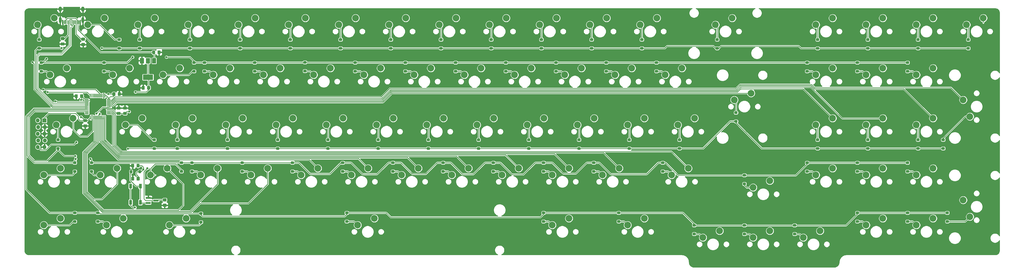
<source format=gbl>
G04 #@! TF.GenerationSoftware,KiCad,Pcbnew,5.1.5-52549c5~84~ubuntu18.04.1*
G04 #@! TF.CreationDate,2020-02-27T16:13:33-05:00*
G04 #@! TF.ProjectId,muente1800,6d75656e-7465-4313-9830-302e6b696361,rev?*
G04 #@! TF.SameCoordinates,Original*
G04 #@! TF.FileFunction,Copper,L2,Bot*
G04 #@! TF.FilePolarity,Positive*
%FSLAX46Y46*%
G04 Gerber Fmt 4.6, Leading zero omitted, Abs format (unit mm)*
G04 Created by KiCad (PCBNEW 5.1.5-52549c5~84~ubuntu18.04.1) date 2020-02-27 16:13:33*
%MOMM*%
%LPD*%
G04 APERTURE LIST*
%ADD10O,1.524000X1.524000*%
%ADD11R,1.524000X1.524000*%
%ADD12C,2.540000*%
%ADD13R,1.100000X1.800000*%
%ADD14O,1.100000X2.200000*%
%ADD15O,1.300000X1.900000*%
%ADD16C,0.100000*%
%ADD17R,1.500000X2.000000*%
%ADD18R,3.800000X2.000000*%
%ADD19R,1.900000X0.800000*%
%ADD20R,1.475000X0.300000*%
%ADD21C,0.800000*%
%ADD22C,0.250000*%
%ADD23C,0.200000*%
%ADD24C,0.254000*%
G04 APERTURE END LIST*
D10*
X-1174750Y-43973750D03*
X-3714750Y-43973750D03*
X-1047750Y-41433750D03*
X-3587750Y-41433750D03*
X-3714750Y-38893750D03*
X-3587750Y-36353750D03*
X-3714750Y-33813750D03*
D11*
X-1174750Y-33813750D03*
D10*
X-1047750Y-36353750D03*
X-1174750Y-38893750D03*
D12*
X29527500Y-35560000D03*
X35877500Y-33020000D03*
X28733750Y-71120000D03*
X22383750Y-73660000D03*
X115252500Y-54610000D03*
X121602500Y-52070000D03*
X24765000Y-16510000D03*
X31115000Y-13970000D03*
X-3810000Y2540000D03*
X2540000Y5080000D03*
X123983750Y-71120000D03*
X117633750Y-73660000D03*
X260508750Y-26035000D03*
X266858750Y-23495000D03*
X259715000Y5080000D03*
X253365000Y2540000D03*
X347345000Y-64135000D03*
X349885000Y-70485000D03*
X347345000Y-26035000D03*
X349885000Y-32385000D03*
X52546250Y-71120000D03*
X46196250Y-73660000D03*
X4921250Y-71120000D03*
X-1428750Y-73660000D03*
X4921250Y-52070000D03*
X-1428750Y-54610000D03*
X243046250Y-52070000D03*
X236696250Y-54610000D03*
X9683750Y-33020000D03*
X3333750Y-35560000D03*
X226377500Y-71120000D03*
X220027500Y-73660000D03*
X197802500Y-71120000D03*
X191452500Y-73660000D03*
X7302500Y-13970000D03*
X952500Y-16510000D03*
X329565000Y-73660000D03*
X335915000Y-71120000D03*
X310515000Y-73660000D03*
X316865000Y-71120000D03*
X286702500Y-78422500D03*
X293052500Y-75882500D03*
X267652500Y-78422500D03*
X274002500Y-75882500D03*
X248602500Y-78422500D03*
X254952500Y-75882500D03*
X329565000Y-54610000D03*
X335915000Y-52070000D03*
X310515000Y-54610000D03*
X316865000Y-52070000D03*
X291465000Y-54610000D03*
X297815000Y-52070000D03*
X267652500Y-59372500D03*
X274002500Y-56832500D03*
X210502500Y-54610000D03*
X216852500Y-52070000D03*
X191452500Y-54610000D03*
X197802500Y-52070000D03*
X172402500Y-54610000D03*
X178752500Y-52070000D03*
X153352500Y-54610000D03*
X159702500Y-52070000D03*
X134302500Y-54610000D03*
X140652500Y-52070000D03*
X96202500Y-54610000D03*
X102552500Y-52070000D03*
X77152500Y-54610000D03*
X83502500Y-52070000D03*
X58102500Y-54610000D03*
X64452500Y-52070000D03*
X39052500Y-54610000D03*
X45402500Y-52070000D03*
X20002500Y-54610000D03*
X26352500Y-52070000D03*
X329565000Y-35560000D03*
X335915000Y-33020000D03*
X310515000Y-35560000D03*
X316865000Y-33020000D03*
X291465000Y-35560000D03*
X297815000Y-33020000D03*
X239077500Y-35560000D03*
X245427500Y-33020000D03*
X220027500Y-35560000D03*
X226377500Y-33020000D03*
X200977500Y-35560000D03*
X207327500Y-33020000D03*
X181927500Y-35560000D03*
X188277500Y-33020000D03*
X162877500Y-35560000D03*
X169227500Y-33020000D03*
X143827500Y-35560000D03*
X150177500Y-33020000D03*
X124777500Y-35560000D03*
X131127500Y-33020000D03*
X105727500Y-35560000D03*
X112077500Y-33020000D03*
X86677500Y-35560000D03*
X93027500Y-33020000D03*
X67627500Y-35560000D03*
X73977500Y-33020000D03*
X48577500Y-35560000D03*
X54927500Y-33020000D03*
X329565000Y-16510000D03*
X335915000Y-13970000D03*
X310515000Y-16510000D03*
X316865000Y-13970000D03*
X291465000Y-16510000D03*
X297815000Y-13970000D03*
X234315000Y-16510000D03*
X240665000Y-13970000D03*
X215265000Y-16510000D03*
X221615000Y-13970000D03*
X196215000Y-16510000D03*
X202565000Y-13970000D03*
X177165000Y-16510000D03*
X183515000Y-13970000D03*
X158115000Y-16510000D03*
X164465000Y-13970000D03*
X139065000Y-16510000D03*
X145415000Y-13970000D03*
X120015000Y-16510000D03*
X126365000Y-13970000D03*
X100965000Y-16510000D03*
X107315000Y-13970000D03*
X81915000Y-16510000D03*
X88265000Y-13970000D03*
X62865000Y-16510000D03*
X69215000Y-13970000D03*
X43815000Y-16510000D03*
X50165000Y-13970000D03*
X348615000Y2540000D03*
X354965000Y5080000D03*
X329565000Y2540000D03*
X335915000Y5080000D03*
X310515000Y2540000D03*
X316865000Y5080000D03*
X291465000Y2540000D03*
X297815000Y5080000D03*
X224790000Y2540000D03*
X231140000Y5080000D03*
X205740000Y2540000D03*
X212090000Y5080000D03*
X186690000Y2540000D03*
X193040000Y5080000D03*
X167640000Y2540000D03*
X173990000Y5080000D03*
X148590000Y2540000D03*
X154940000Y5080000D03*
X129540000Y2540000D03*
X135890000Y5080000D03*
X110490000Y2540000D03*
X116840000Y5080000D03*
X91440000Y2540000D03*
X97790000Y5080000D03*
X72390000Y2540000D03*
X78740000Y5080000D03*
X53340000Y2540000D03*
X59690000Y5080000D03*
X34290000Y2540000D03*
X40640000Y5080000D03*
X15240000Y2540000D03*
X21590000Y5080000D03*
D13*
X31487500Y-58812500D03*
X31487500Y-65012500D03*
X35187500Y-58812500D03*
X35187500Y-65012500D03*
D14*
X13387600Y4300000D03*
D15*
X13387600Y8500000D03*
X4787600Y8500000D03*
G04 #@! TA.AperFunction,SMDPad,CuDef*
D16*
G36*
X6002303Y4249278D02*
G01*
X6016864Y4247118D01*
X6031143Y4243541D01*
X6045003Y4238582D01*
X6058310Y4232288D01*
X6070936Y4224720D01*
X6082759Y4215952D01*
X6093666Y4206066D01*
X6103552Y4195159D01*
X6112320Y4183336D01*
X6119888Y4170710D01*
X6126182Y4157403D01*
X6131141Y4143543D01*
X6134718Y4129264D01*
X6136878Y4114703D01*
X6137600Y4100000D01*
X6137600Y2950000D01*
X6136878Y2935297D01*
X6134718Y2920736D01*
X6131141Y2906457D01*
X6126182Y2892597D01*
X6119888Y2879290D01*
X6112320Y2866664D01*
X6103552Y2854841D01*
X6093666Y2843934D01*
X6082759Y2834048D01*
X6070936Y2825280D01*
X6058310Y2817712D01*
X6045003Y2811418D01*
X6031143Y2806459D01*
X6016864Y2802882D01*
X6002303Y2800722D01*
X5987600Y2800000D01*
X5687600Y2800000D01*
X5672897Y2800722D01*
X5658336Y2802882D01*
X5644057Y2806459D01*
X5630197Y2811418D01*
X5616890Y2817712D01*
X5604264Y2825280D01*
X5592441Y2834048D01*
X5581534Y2843934D01*
X5571648Y2854841D01*
X5562880Y2866664D01*
X5555312Y2879290D01*
X5549018Y2892597D01*
X5544059Y2906457D01*
X5540482Y2920736D01*
X5538322Y2935297D01*
X5537600Y2950000D01*
X5537600Y4100000D01*
X5538322Y4114703D01*
X5540482Y4129264D01*
X5544059Y4143543D01*
X5549018Y4157403D01*
X5555312Y4170710D01*
X5562880Y4183336D01*
X5571648Y4195159D01*
X5581534Y4206066D01*
X5592441Y4215952D01*
X5604264Y4224720D01*
X5616890Y4232288D01*
X5630197Y4238582D01*
X5644057Y4243541D01*
X5658336Y4247118D01*
X5672897Y4249278D01*
X5687600Y4250000D01*
X5987600Y4250000D01*
X6002303Y4249278D01*
G37*
G04 #@! TD.AperFunction*
G04 #@! TA.AperFunction,SMDPad,CuDef*
G36*
X7419951Y4249639D02*
G01*
X7427232Y4248559D01*
X7434371Y4246771D01*
X7441301Y4244291D01*
X7447955Y4241144D01*
X7454268Y4237360D01*
X7460179Y4232976D01*
X7465633Y4228033D01*
X7470576Y4222579D01*
X7474960Y4216668D01*
X7478744Y4210355D01*
X7481891Y4203701D01*
X7484371Y4196771D01*
X7486159Y4189632D01*
X7487239Y4182351D01*
X7487600Y4175000D01*
X7487600Y2875000D01*
X7487239Y2867649D01*
X7486159Y2860368D01*
X7484371Y2853229D01*
X7481891Y2846299D01*
X7478744Y2839645D01*
X7474960Y2833332D01*
X7470576Y2827421D01*
X7465633Y2821967D01*
X7460179Y2817024D01*
X7454268Y2812640D01*
X7447955Y2808856D01*
X7441301Y2805709D01*
X7434371Y2803229D01*
X7427232Y2801441D01*
X7419951Y2800361D01*
X7412600Y2800000D01*
X7262600Y2800000D01*
X7255249Y2800361D01*
X7247968Y2801441D01*
X7240829Y2803229D01*
X7233899Y2805709D01*
X7227245Y2808856D01*
X7220932Y2812640D01*
X7215021Y2817024D01*
X7209567Y2821967D01*
X7204624Y2827421D01*
X7200240Y2833332D01*
X7196456Y2839645D01*
X7193309Y2846299D01*
X7190829Y2853229D01*
X7189041Y2860368D01*
X7187961Y2867649D01*
X7187600Y2875000D01*
X7187600Y4175000D01*
X7187961Y4182351D01*
X7189041Y4189632D01*
X7190829Y4196771D01*
X7193309Y4203701D01*
X7196456Y4210355D01*
X7200240Y4216668D01*
X7204624Y4222579D01*
X7209567Y4228033D01*
X7215021Y4232976D01*
X7220932Y4237360D01*
X7227245Y4241144D01*
X7233899Y4244291D01*
X7240829Y4246771D01*
X7247968Y4248559D01*
X7255249Y4249639D01*
X7262600Y4250000D01*
X7412600Y4250000D01*
X7419951Y4249639D01*
G37*
G04 #@! TD.AperFunction*
G04 #@! TA.AperFunction,SMDPad,CuDef*
G36*
X7919951Y4249639D02*
G01*
X7927232Y4248559D01*
X7934371Y4246771D01*
X7941301Y4244291D01*
X7947955Y4241144D01*
X7954268Y4237360D01*
X7960179Y4232976D01*
X7965633Y4228033D01*
X7970576Y4222579D01*
X7974960Y4216668D01*
X7978744Y4210355D01*
X7981891Y4203701D01*
X7984371Y4196771D01*
X7986159Y4189632D01*
X7987239Y4182351D01*
X7987600Y4175000D01*
X7987600Y2875000D01*
X7987239Y2867649D01*
X7986159Y2860368D01*
X7984371Y2853229D01*
X7981891Y2846299D01*
X7978744Y2839645D01*
X7974960Y2833332D01*
X7970576Y2827421D01*
X7965633Y2821967D01*
X7960179Y2817024D01*
X7954268Y2812640D01*
X7947955Y2808856D01*
X7941301Y2805709D01*
X7934371Y2803229D01*
X7927232Y2801441D01*
X7919951Y2800361D01*
X7912600Y2800000D01*
X7762600Y2800000D01*
X7755249Y2800361D01*
X7747968Y2801441D01*
X7740829Y2803229D01*
X7733899Y2805709D01*
X7727245Y2808856D01*
X7720932Y2812640D01*
X7715021Y2817024D01*
X7709567Y2821967D01*
X7704624Y2827421D01*
X7700240Y2833332D01*
X7696456Y2839645D01*
X7693309Y2846299D01*
X7690829Y2853229D01*
X7689041Y2860368D01*
X7687961Y2867649D01*
X7687600Y2875000D01*
X7687600Y4175000D01*
X7687961Y4182351D01*
X7689041Y4189632D01*
X7690829Y4196771D01*
X7693309Y4203701D01*
X7696456Y4210355D01*
X7700240Y4216668D01*
X7704624Y4222579D01*
X7709567Y4228033D01*
X7715021Y4232976D01*
X7720932Y4237360D01*
X7727245Y4241144D01*
X7733899Y4244291D01*
X7740829Y4246771D01*
X7747968Y4248559D01*
X7755249Y4249639D01*
X7762600Y4250000D01*
X7912600Y4250000D01*
X7919951Y4249639D01*
G37*
G04 #@! TD.AperFunction*
G04 #@! TA.AperFunction,SMDPad,CuDef*
G36*
X8419951Y4249639D02*
G01*
X8427232Y4248559D01*
X8434371Y4246771D01*
X8441301Y4244291D01*
X8447955Y4241144D01*
X8454268Y4237360D01*
X8460179Y4232976D01*
X8465633Y4228033D01*
X8470576Y4222579D01*
X8474960Y4216668D01*
X8478744Y4210355D01*
X8481891Y4203701D01*
X8484371Y4196771D01*
X8486159Y4189632D01*
X8487239Y4182351D01*
X8487600Y4175000D01*
X8487600Y2875000D01*
X8487239Y2867649D01*
X8486159Y2860368D01*
X8484371Y2853229D01*
X8481891Y2846299D01*
X8478744Y2839645D01*
X8474960Y2833332D01*
X8470576Y2827421D01*
X8465633Y2821967D01*
X8460179Y2817024D01*
X8454268Y2812640D01*
X8447955Y2808856D01*
X8441301Y2805709D01*
X8434371Y2803229D01*
X8427232Y2801441D01*
X8419951Y2800361D01*
X8412600Y2800000D01*
X8262600Y2800000D01*
X8255249Y2800361D01*
X8247968Y2801441D01*
X8240829Y2803229D01*
X8233899Y2805709D01*
X8227245Y2808856D01*
X8220932Y2812640D01*
X8215021Y2817024D01*
X8209567Y2821967D01*
X8204624Y2827421D01*
X8200240Y2833332D01*
X8196456Y2839645D01*
X8193309Y2846299D01*
X8190829Y2853229D01*
X8189041Y2860368D01*
X8187961Y2867649D01*
X8187600Y2875000D01*
X8187600Y4175000D01*
X8187961Y4182351D01*
X8189041Y4189632D01*
X8190829Y4196771D01*
X8193309Y4203701D01*
X8196456Y4210355D01*
X8200240Y4216668D01*
X8204624Y4222579D01*
X8209567Y4228033D01*
X8215021Y4232976D01*
X8220932Y4237360D01*
X8227245Y4241144D01*
X8233899Y4244291D01*
X8240829Y4246771D01*
X8247968Y4248559D01*
X8255249Y4249639D01*
X8262600Y4250000D01*
X8412600Y4250000D01*
X8419951Y4249639D01*
G37*
G04 #@! TD.AperFunction*
G04 #@! TA.AperFunction,SMDPad,CuDef*
G36*
X8915951Y4249639D02*
G01*
X8923232Y4248559D01*
X8930371Y4246771D01*
X8937301Y4244291D01*
X8943955Y4241144D01*
X8950268Y4237360D01*
X8956179Y4232976D01*
X8961633Y4228033D01*
X8966576Y4222579D01*
X8970960Y4216668D01*
X8974744Y4210355D01*
X8977891Y4203701D01*
X8980371Y4196771D01*
X8982159Y4189632D01*
X8983239Y4182351D01*
X8983600Y4175000D01*
X8983600Y2875000D01*
X8983239Y2867649D01*
X8982159Y2860368D01*
X8980371Y2853229D01*
X8977891Y2846299D01*
X8974744Y2839645D01*
X8970960Y2833332D01*
X8966576Y2827421D01*
X8961633Y2821967D01*
X8956179Y2817024D01*
X8950268Y2812640D01*
X8943955Y2808856D01*
X8937301Y2805709D01*
X8930371Y2803229D01*
X8923232Y2801441D01*
X8915951Y2800361D01*
X8908600Y2800000D01*
X8758600Y2800000D01*
X8751249Y2800361D01*
X8743968Y2801441D01*
X8736829Y2803229D01*
X8729899Y2805709D01*
X8723245Y2808856D01*
X8716932Y2812640D01*
X8711021Y2817024D01*
X8705567Y2821967D01*
X8700624Y2827421D01*
X8696240Y2833332D01*
X8692456Y2839645D01*
X8689309Y2846299D01*
X8686829Y2853229D01*
X8685041Y2860368D01*
X8683961Y2867649D01*
X8683600Y2875000D01*
X8683600Y4175000D01*
X8683961Y4182351D01*
X8685041Y4189632D01*
X8686829Y4196771D01*
X8689309Y4203701D01*
X8692456Y4210355D01*
X8696240Y4216668D01*
X8700624Y4222579D01*
X8705567Y4228033D01*
X8711021Y4232976D01*
X8716932Y4237360D01*
X8723245Y4241144D01*
X8729899Y4244291D01*
X8736829Y4246771D01*
X8743968Y4248559D01*
X8751249Y4249639D01*
X8758600Y4250000D01*
X8908600Y4250000D01*
X8915951Y4249639D01*
G37*
G04 #@! TD.AperFunction*
G04 #@! TA.AperFunction,SMDPad,CuDef*
G36*
X10919951Y4249639D02*
G01*
X10927232Y4248559D01*
X10934371Y4246771D01*
X10941301Y4244291D01*
X10947955Y4241144D01*
X10954268Y4237360D01*
X10960179Y4232976D01*
X10965633Y4228033D01*
X10970576Y4222579D01*
X10974960Y4216668D01*
X10978744Y4210355D01*
X10981891Y4203701D01*
X10984371Y4196771D01*
X10986159Y4189632D01*
X10987239Y4182351D01*
X10987600Y4175000D01*
X10987600Y2875000D01*
X10987239Y2867649D01*
X10986159Y2860368D01*
X10984371Y2853229D01*
X10981891Y2846299D01*
X10978744Y2839645D01*
X10974960Y2833332D01*
X10970576Y2827421D01*
X10965633Y2821967D01*
X10960179Y2817024D01*
X10954268Y2812640D01*
X10947955Y2808856D01*
X10941301Y2805709D01*
X10934371Y2803229D01*
X10927232Y2801441D01*
X10919951Y2800361D01*
X10912600Y2800000D01*
X10762600Y2800000D01*
X10755249Y2800361D01*
X10747968Y2801441D01*
X10740829Y2803229D01*
X10733899Y2805709D01*
X10727245Y2808856D01*
X10720932Y2812640D01*
X10715021Y2817024D01*
X10709567Y2821967D01*
X10704624Y2827421D01*
X10700240Y2833332D01*
X10696456Y2839645D01*
X10693309Y2846299D01*
X10690829Y2853229D01*
X10689041Y2860368D01*
X10687961Y2867649D01*
X10687600Y2875000D01*
X10687600Y4175000D01*
X10687961Y4182351D01*
X10689041Y4189632D01*
X10690829Y4196771D01*
X10693309Y4203701D01*
X10696456Y4210355D01*
X10700240Y4216668D01*
X10704624Y4222579D01*
X10709567Y4228033D01*
X10715021Y4232976D01*
X10720932Y4237360D01*
X10727245Y4241144D01*
X10733899Y4244291D01*
X10740829Y4246771D01*
X10747968Y4248559D01*
X10755249Y4249639D01*
X10762600Y4250000D01*
X10912600Y4250000D01*
X10919951Y4249639D01*
G37*
G04 #@! TD.AperFunction*
G04 #@! TA.AperFunction,SMDPad,CuDef*
G36*
X10419951Y4249639D02*
G01*
X10427232Y4248559D01*
X10434371Y4246771D01*
X10441301Y4244291D01*
X10447955Y4241144D01*
X10454268Y4237360D01*
X10460179Y4232976D01*
X10465633Y4228033D01*
X10470576Y4222579D01*
X10474960Y4216668D01*
X10478744Y4210355D01*
X10481891Y4203701D01*
X10484371Y4196771D01*
X10486159Y4189632D01*
X10487239Y4182351D01*
X10487600Y4175000D01*
X10487600Y2875000D01*
X10487239Y2867649D01*
X10486159Y2860368D01*
X10484371Y2853229D01*
X10481891Y2846299D01*
X10478744Y2839645D01*
X10474960Y2833332D01*
X10470576Y2827421D01*
X10465633Y2821967D01*
X10460179Y2817024D01*
X10454268Y2812640D01*
X10447955Y2808856D01*
X10441301Y2805709D01*
X10434371Y2803229D01*
X10427232Y2801441D01*
X10419951Y2800361D01*
X10412600Y2800000D01*
X10262600Y2800000D01*
X10255249Y2800361D01*
X10247968Y2801441D01*
X10240829Y2803229D01*
X10233899Y2805709D01*
X10227245Y2808856D01*
X10220932Y2812640D01*
X10215021Y2817024D01*
X10209567Y2821967D01*
X10204624Y2827421D01*
X10200240Y2833332D01*
X10196456Y2839645D01*
X10193309Y2846299D01*
X10190829Y2853229D01*
X10189041Y2860368D01*
X10187961Y2867649D01*
X10187600Y2875000D01*
X10187600Y4175000D01*
X10187961Y4182351D01*
X10189041Y4189632D01*
X10190829Y4196771D01*
X10193309Y4203701D01*
X10196456Y4210355D01*
X10200240Y4216668D01*
X10204624Y4222579D01*
X10209567Y4228033D01*
X10215021Y4232976D01*
X10220932Y4237360D01*
X10227245Y4241144D01*
X10233899Y4244291D01*
X10240829Y4246771D01*
X10247968Y4248559D01*
X10255249Y4249639D01*
X10262600Y4250000D01*
X10412600Y4250000D01*
X10419951Y4249639D01*
G37*
G04 #@! TD.AperFunction*
G04 #@! TA.AperFunction,SMDPad,CuDef*
G36*
X9919951Y4249639D02*
G01*
X9927232Y4248559D01*
X9934371Y4246771D01*
X9941301Y4244291D01*
X9947955Y4241144D01*
X9954268Y4237360D01*
X9960179Y4232976D01*
X9965633Y4228033D01*
X9970576Y4222579D01*
X9974960Y4216668D01*
X9978744Y4210355D01*
X9981891Y4203701D01*
X9984371Y4196771D01*
X9986159Y4189632D01*
X9987239Y4182351D01*
X9987600Y4175000D01*
X9987600Y2875000D01*
X9987239Y2867649D01*
X9986159Y2860368D01*
X9984371Y2853229D01*
X9981891Y2846299D01*
X9978744Y2839645D01*
X9974960Y2833332D01*
X9970576Y2827421D01*
X9965633Y2821967D01*
X9960179Y2817024D01*
X9954268Y2812640D01*
X9947955Y2808856D01*
X9941301Y2805709D01*
X9934371Y2803229D01*
X9927232Y2801441D01*
X9919951Y2800361D01*
X9912600Y2800000D01*
X9762600Y2800000D01*
X9755249Y2800361D01*
X9747968Y2801441D01*
X9740829Y2803229D01*
X9733899Y2805709D01*
X9727245Y2808856D01*
X9720932Y2812640D01*
X9715021Y2817024D01*
X9709567Y2821967D01*
X9704624Y2827421D01*
X9700240Y2833332D01*
X9696456Y2839645D01*
X9693309Y2846299D01*
X9690829Y2853229D01*
X9689041Y2860368D01*
X9687961Y2867649D01*
X9687600Y2875000D01*
X9687600Y4175000D01*
X9687961Y4182351D01*
X9689041Y4189632D01*
X9690829Y4196771D01*
X9693309Y4203701D01*
X9696456Y4210355D01*
X9700240Y4216668D01*
X9704624Y4222579D01*
X9709567Y4228033D01*
X9715021Y4232976D01*
X9720932Y4237360D01*
X9727245Y4241144D01*
X9733899Y4244291D01*
X9740829Y4246771D01*
X9747968Y4248559D01*
X9755249Y4249639D01*
X9762600Y4250000D01*
X9912600Y4250000D01*
X9919951Y4249639D01*
G37*
G04 #@! TD.AperFunction*
G04 #@! TA.AperFunction,SMDPad,CuDef*
G36*
X9419951Y4249639D02*
G01*
X9427232Y4248559D01*
X9434371Y4246771D01*
X9441301Y4244291D01*
X9447955Y4241144D01*
X9454268Y4237360D01*
X9460179Y4232976D01*
X9465633Y4228033D01*
X9470576Y4222579D01*
X9474960Y4216668D01*
X9478744Y4210355D01*
X9481891Y4203701D01*
X9484371Y4196771D01*
X9486159Y4189632D01*
X9487239Y4182351D01*
X9487600Y4175000D01*
X9487600Y2875000D01*
X9487239Y2867649D01*
X9486159Y2860368D01*
X9484371Y2853229D01*
X9481891Y2846299D01*
X9478744Y2839645D01*
X9474960Y2833332D01*
X9470576Y2827421D01*
X9465633Y2821967D01*
X9460179Y2817024D01*
X9454268Y2812640D01*
X9447955Y2808856D01*
X9441301Y2805709D01*
X9434371Y2803229D01*
X9427232Y2801441D01*
X9419951Y2800361D01*
X9412600Y2800000D01*
X9262600Y2800000D01*
X9255249Y2800361D01*
X9247968Y2801441D01*
X9240829Y2803229D01*
X9233899Y2805709D01*
X9227245Y2808856D01*
X9220932Y2812640D01*
X9215021Y2817024D01*
X9209567Y2821967D01*
X9204624Y2827421D01*
X9200240Y2833332D01*
X9196456Y2839645D01*
X9193309Y2846299D01*
X9190829Y2853229D01*
X9189041Y2860368D01*
X9187961Y2867649D01*
X9187600Y2875000D01*
X9187600Y4175000D01*
X9187961Y4182351D01*
X9189041Y4189632D01*
X9190829Y4196771D01*
X9193309Y4203701D01*
X9196456Y4210355D01*
X9200240Y4216668D01*
X9204624Y4222579D01*
X9209567Y4228033D01*
X9215021Y4232976D01*
X9220932Y4237360D01*
X9227245Y4241144D01*
X9233899Y4244291D01*
X9240829Y4246771D01*
X9247968Y4248559D01*
X9255249Y4249639D01*
X9262600Y4250000D01*
X9412600Y4250000D01*
X9419951Y4249639D01*
G37*
G04 #@! TD.AperFunction*
D14*
X4787600Y4300000D03*
G04 #@! TA.AperFunction,SMDPad,CuDef*
D16*
G36*
X6802303Y4249278D02*
G01*
X6816864Y4247118D01*
X6831143Y4243541D01*
X6845003Y4238582D01*
X6858310Y4232288D01*
X6870936Y4224720D01*
X6882759Y4215952D01*
X6893666Y4206066D01*
X6903552Y4195159D01*
X6912320Y4183336D01*
X6919888Y4170710D01*
X6926182Y4157403D01*
X6931141Y4143543D01*
X6934718Y4129264D01*
X6936878Y4114703D01*
X6937600Y4100000D01*
X6937600Y2950000D01*
X6936878Y2935297D01*
X6934718Y2920736D01*
X6931141Y2906457D01*
X6926182Y2892597D01*
X6919888Y2879290D01*
X6912320Y2866664D01*
X6903552Y2854841D01*
X6893666Y2843934D01*
X6882759Y2834048D01*
X6870936Y2825280D01*
X6858310Y2817712D01*
X6845003Y2811418D01*
X6831143Y2806459D01*
X6816864Y2802882D01*
X6802303Y2800722D01*
X6787600Y2800000D01*
X6487600Y2800000D01*
X6472897Y2800722D01*
X6458336Y2802882D01*
X6444057Y2806459D01*
X6430197Y2811418D01*
X6416890Y2817712D01*
X6404264Y2825280D01*
X6392441Y2834048D01*
X6381534Y2843934D01*
X6371648Y2854841D01*
X6362880Y2866664D01*
X6355312Y2879290D01*
X6349018Y2892597D01*
X6344059Y2906457D01*
X6340482Y2920736D01*
X6338322Y2935297D01*
X6337600Y2950000D01*
X6337600Y4100000D01*
X6338322Y4114703D01*
X6340482Y4129264D01*
X6344059Y4143543D01*
X6349018Y4157403D01*
X6355312Y4170710D01*
X6362880Y4183336D01*
X6371648Y4195159D01*
X6381534Y4206066D01*
X6392441Y4215952D01*
X6404264Y4224720D01*
X6416890Y4232288D01*
X6430197Y4238582D01*
X6444057Y4243541D01*
X6458336Y4247118D01*
X6472897Y4249278D01*
X6487600Y4250000D01*
X6787600Y4250000D01*
X6802303Y4249278D01*
G37*
G04 #@! TD.AperFunction*
G04 #@! TA.AperFunction,SMDPad,CuDef*
G36*
X12502303Y4249278D02*
G01*
X12516864Y4247118D01*
X12531143Y4243541D01*
X12545003Y4238582D01*
X12558310Y4232288D01*
X12570936Y4224720D01*
X12582759Y4215952D01*
X12593666Y4206066D01*
X12603552Y4195159D01*
X12612320Y4183336D01*
X12619888Y4170710D01*
X12626182Y4157403D01*
X12631141Y4143543D01*
X12634718Y4129264D01*
X12636878Y4114703D01*
X12637600Y4100000D01*
X12637600Y2950000D01*
X12636878Y2935297D01*
X12634718Y2920736D01*
X12631141Y2906457D01*
X12626182Y2892597D01*
X12619888Y2879290D01*
X12612320Y2866664D01*
X12603552Y2854841D01*
X12593666Y2843934D01*
X12582759Y2834048D01*
X12570936Y2825280D01*
X12558310Y2817712D01*
X12545003Y2811418D01*
X12531143Y2806459D01*
X12516864Y2802882D01*
X12502303Y2800722D01*
X12487600Y2800000D01*
X12187600Y2800000D01*
X12172897Y2800722D01*
X12158336Y2802882D01*
X12144057Y2806459D01*
X12130197Y2811418D01*
X12116890Y2817712D01*
X12104264Y2825280D01*
X12092441Y2834048D01*
X12081534Y2843934D01*
X12071648Y2854841D01*
X12062880Y2866664D01*
X12055312Y2879290D01*
X12049018Y2892597D01*
X12044059Y2906457D01*
X12040482Y2920736D01*
X12038322Y2935297D01*
X12037600Y2950000D01*
X12037600Y4100000D01*
X12038322Y4114703D01*
X12040482Y4129264D01*
X12044059Y4143543D01*
X12049018Y4157403D01*
X12055312Y4170710D01*
X12062880Y4183336D01*
X12071648Y4195159D01*
X12081534Y4206066D01*
X12092441Y4215952D01*
X12104264Y4224720D01*
X12116890Y4232288D01*
X12130197Y4238582D01*
X12144057Y4243541D01*
X12158336Y4247118D01*
X12172897Y4249278D01*
X12187600Y4250000D01*
X12487600Y4250000D01*
X12502303Y4249278D01*
G37*
G04 #@! TD.AperFunction*
G04 #@! TA.AperFunction,SMDPad,CuDef*
G36*
X11702303Y4249278D02*
G01*
X11716864Y4247118D01*
X11731143Y4243541D01*
X11745003Y4238582D01*
X11758310Y4232288D01*
X11770936Y4224720D01*
X11782759Y4215952D01*
X11793666Y4206066D01*
X11803552Y4195159D01*
X11812320Y4183336D01*
X11819888Y4170710D01*
X11826182Y4157403D01*
X11831141Y4143543D01*
X11834718Y4129264D01*
X11836878Y4114703D01*
X11837600Y4100000D01*
X11837600Y2950000D01*
X11836878Y2935297D01*
X11834718Y2920736D01*
X11831141Y2906457D01*
X11826182Y2892597D01*
X11819888Y2879290D01*
X11812320Y2866664D01*
X11803552Y2854841D01*
X11793666Y2843934D01*
X11782759Y2834048D01*
X11770936Y2825280D01*
X11758310Y2817712D01*
X11745003Y2811418D01*
X11731143Y2806459D01*
X11716864Y2802882D01*
X11702303Y2800722D01*
X11687600Y2800000D01*
X11387600Y2800000D01*
X11372897Y2800722D01*
X11358336Y2802882D01*
X11344057Y2806459D01*
X11330197Y2811418D01*
X11316890Y2817712D01*
X11304264Y2825280D01*
X11292441Y2834048D01*
X11281534Y2843934D01*
X11271648Y2854841D01*
X11262880Y2866664D01*
X11255312Y2879290D01*
X11249018Y2892597D01*
X11244059Y2906457D01*
X11240482Y2920736D01*
X11238322Y2935297D01*
X11237600Y2950000D01*
X11237600Y4100000D01*
X11238322Y4114703D01*
X11240482Y4129264D01*
X11244059Y4143543D01*
X11249018Y4157403D01*
X11255312Y4170710D01*
X11262880Y4183336D01*
X11271648Y4195159D01*
X11281534Y4206066D01*
X11292441Y4215952D01*
X11304264Y4224720D01*
X11316890Y4232288D01*
X11330197Y4238582D01*
X11344057Y4243541D01*
X11358336Y4247118D01*
X11372897Y4249278D01*
X11387600Y4250000D01*
X11687600Y4250000D01*
X11702303Y4249278D01*
G37*
G04 #@! TD.AperFunction*
D17*
X35800000Y-11137500D03*
X40400000Y-11137500D03*
X38100000Y-11137500D03*
D18*
X38100000Y-17437500D03*
G04 #@! TA.AperFunction,SMDPad,CuDef*
D16*
G36*
X32662005Y-55308204D02*
G01*
X32686273Y-55311804D01*
X32710072Y-55317765D01*
X32733171Y-55326030D01*
X32755350Y-55336520D01*
X32776393Y-55349132D01*
X32796099Y-55363747D01*
X32814277Y-55380223D01*
X32830753Y-55398401D01*
X32845368Y-55418107D01*
X32857980Y-55439150D01*
X32868470Y-55461329D01*
X32876735Y-55484428D01*
X32882696Y-55508227D01*
X32886296Y-55532495D01*
X32887500Y-55556999D01*
X32887500Y-56457001D01*
X32886296Y-56481505D01*
X32882696Y-56505773D01*
X32876735Y-56529572D01*
X32868470Y-56552671D01*
X32857980Y-56574850D01*
X32845368Y-56595893D01*
X32830753Y-56615599D01*
X32814277Y-56633777D01*
X32796099Y-56650253D01*
X32776393Y-56664868D01*
X32755350Y-56677480D01*
X32733171Y-56687970D01*
X32710072Y-56696235D01*
X32686273Y-56702196D01*
X32662005Y-56705796D01*
X32637501Y-56707000D01*
X31987499Y-56707000D01*
X31962995Y-56705796D01*
X31938727Y-56702196D01*
X31914928Y-56696235D01*
X31891829Y-56687970D01*
X31869650Y-56677480D01*
X31848607Y-56664868D01*
X31828901Y-56650253D01*
X31810723Y-56633777D01*
X31794247Y-56615599D01*
X31779632Y-56595893D01*
X31767020Y-56574850D01*
X31756530Y-56552671D01*
X31748265Y-56529572D01*
X31742304Y-56505773D01*
X31738704Y-56481505D01*
X31737500Y-56457001D01*
X31737500Y-55556999D01*
X31738704Y-55532495D01*
X31742304Y-55508227D01*
X31748265Y-55484428D01*
X31756530Y-55461329D01*
X31767020Y-55439150D01*
X31779632Y-55418107D01*
X31794247Y-55398401D01*
X31810723Y-55380223D01*
X31828901Y-55363747D01*
X31848607Y-55349132D01*
X31869650Y-55336520D01*
X31891829Y-55326030D01*
X31914928Y-55317765D01*
X31938727Y-55311804D01*
X31962995Y-55308204D01*
X31987499Y-55307000D01*
X32637501Y-55307000D01*
X32662005Y-55308204D01*
G37*
G04 #@! TD.AperFunction*
G04 #@! TA.AperFunction,SMDPad,CuDef*
G36*
X34712005Y-55308204D02*
G01*
X34736273Y-55311804D01*
X34760072Y-55317765D01*
X34783171Y-55326030D01*
X34805350Y-55336520D01*
X34826393Y-55349132D01*
X34846099Y-55363747D01*
X34864277Y-55380223D01*
X34880753Y-55398401D01*
X34895368Y-55418107D01*
X34907980Y-55439150D01*
X34918470Y-55461329D01*
X34926735Y-55484428D01*
X34932696Y-55508227D01*
X34936296Y-55532495D01*
X34937500Y-55556999D01*
X34937500Y-56457001D01*
X34936296Y-56481505D01*
X34932696Y-56505773D01*
X34926735Y-56529572D01*
X34918470Y-56552671D01*
X34907980Y-56574850D01*
X34895368Y-56595893D01*
X34880753Y-56615599D01*
X34864277Y-56633777D01*
X34846099Y-56650253D01*
X34826393Y-56664868D01*
X34805350Y-56677480D01*
X34783171Y-56687970D01*
X34760072Y-56696235D01*
X34736273Y-56702196D01*
X34712005Y-56705796D01*
X34687501Y-56707000D01*
X34037499Y-56707000D01*
X34012995Y-56705796D01*
X33988727Y-56702196D01*
X33964928Y-56696235D01*
X33941829Y-56687970D01*
X33919650Y-56677480D01*
X33898607Y-56664868D01*
X33878901Y-56650253D01*
X33860723Y-56633777D01*
X33844247Y-56615599D01*
X33829632Y-56595893D01*
X33817020Y-56574850D01*
X33806530Y-56552671D01*
X33798265Y-56529572D01*
X33792304Y-56505773D01*
X33788704Y-56481505D01*
X33787500Y-56457001D01*
X33787500Y-55556999D01*
X33788704Y-55532495D01*
X33792304Y-55508227D01*
X33798265Y-55484428D01*
X33806530Y-55461329D01*
X33817020Y-55439150D01*
X33829632Y-55418107D01*
X33844247Y-55398401D01*
X33860723Y-55380223D01*
X33878901Y-55363747D01*
X33898607Y-55349132D01*
X33919650Y-55336520D01*
X33941829Y-55326030D01*
X33964928Y-55317765D01*
X33988727Y-55311804D01*
X34012995Y-55308204D01*
X34037499Y-55307000D01*
X34687501Y-55307000D01*
X34712005Y-55308204D01*
G37*
G04 #@! TD.AperFunction*
G04 #@! TA.AperFunction,SMDPad,CuDef*
G36*
X13968255Y-2369954D02*
G01*
X13992523Y-2373554D01*
X14016322Y-2379515D01*
X14039421Y-2387780D01*
X14061600Y-2398270D01*
X14082643Y-2410882D01*
X14102349Y-2425497D01*
X14120527Y-2441973D01*
X14137003Y-2460151D01*
X14151618Y-2479857D01*
X14164230Y-2500900D01*
X14174720Y-2523079D01*
X14182985Y-2546178D01*
X14188946Y-2569977D01*
X14192546Y-2594245D01*
X14193750Y-2618749D01*
X14193750Y-3268751D01*
X14192546Y-3293255D01*
X14188946Y-3317523D01*
X14182985Y-3341322D01*
X14174720Y-3364421D01*
X14164230Y-3386600D01*
X14151618Y-3407643D01*
X14137003Y-3427349D01*
X14120527Y-3445527D01*
X14102349Y-3462003D01*
X14082643Y-3476618D01*
X14061600Y-3489230D01*
X14039421Y-3499720D01*
X14016322Y-3507985D01*
X13992523Y-3513946D01*
X13968255Y-3517546D01*
X13943751Y-3518750D01*
X13043749Y-3518750D01*
X13019245Y-3517546D01*
X12994977Y-3513946D01*
X12971178Y-3507985D01*
X12948079Y-3499720D01*
X12925900Y-3489230D01*
X12904857Y-3476618D01*
X12885151Y-3462003D01*
X12866973Y-3445527D01*
X12850497Y-3427349D01*
X12835882Y-3407643D01*
X12823270Y-3386600D01*
X12812780Y-3364421D01*
X12804515Y-3341322D01*
X12798554Y-3317523D01*
X12794954Y-3293255D01*
X12793750Y-3268751D01*
X12793750Y-2618749D01*
X12794954Y-2594245D01*
X12798554Y-2569977D01*
X12804515Y-2546178D01*
X12812780Y-2523079D01*
X12823270Y-2500900D01*
X12835882Y-2479857D01*
X12850497Y-2460151D01*
X12866973Y-2441973D01*
X12885151Y-2425497D01*
X12904857Y-2410882D01*
X12925900Y-2398270D01*
X12948079Y-2387780D01*
X12971178Y-2379515D01*
X12994977Y-2373554D01*
X13019245Y-2369954D01*
X13043749Y-2368750D01*
X13943751Y-2368750D01*
X13968255Y-2369954D01*
G37*
G04 #@! TD.AperFunction*
G04 #@! TA.AperFunction,SMDPad,CuDef*
G36*
X13968255Y-4419954D02*
G01*
X13992523Y-4423554D01*
X14016322Y-4429515D01*
X14039421Y-4437780D01*
X14061600Y-4448270D01*
X14082643Y-4460882D01*
X14102349Y-4475497D01*
X14120527Y-4491973D01*
X14137003Y-4510151D01*
X14151618Y-4529857D01*
X14164230Y-4550900D01*
X14174720Y-4573079D01*
X14182985Y-4596178D01*
X14188946Y-4619977D01*
X14192546Y-4644245D01*
X14193750Y-4668749D01*
X14193750Y-5318751D01*
X14192546Y-5343255D01*
X14188946Y-5367523D01*
X14182985Y-5391322D01*
X14174720Y-5414421D01*
X14164230Y-5436600D01*
X14151618Y-5457643D01*
X14137003Y-5477349D01*
X14120527Y-5495527D01*
X14102349Y-5512003D01*
X14082643Y-5526618D01*
X14061600Y-5539230D01*
X14039421Y-5549720D01*
X14016322Y-5557985D01*
X13992523Y-5563946D01*
X13968255Y-5567546D01*
X13943751Y-5568750D01*
X13043749Y-5568750D01*
X13019245Y-5567546D01*
X12994977Y-5563946D01*
X12971178Y-5557985D01*
X12948079Y-5549720D01*
X12925900Y-5539230D01*
X12904857Y-5526618D01*
X12885151Y-5512003D01*
X12866973Y-5495527D01*
X12850497Y-5477349D01*
X12835882Y-5457643D01*
X12823270Y-5436600D01*
X12812780Y-5414421D01*
X12804515Y-5391322D01*
X12798554Y-5367523D01*
X12794954Y-5343255D01*
X12793750Y-5318751D01*
X12793750Y-4668749D01*
X12794954Y-4644245D01*
X12798554Y-4619977D01*
X12804515Y-4596178D01*
X12812780Y-4573079D01*
X12823270Y-4550900D01*
X12835882Y-4529857D01*
X12850497Y-4510151D01*
X12866973Y-4491973D01*
X12885151Y-4475497D01*
X12904857Y-4460882D01*
X12925900Y-4448270D01*
X12948079Y-4437780D01*
X12971178Y-4429515D01*
X12994977Y-4423554D01*
X13019245Y-4419954D01*
X13043749Y-4418750D01*
X13943751Y-4418750D01*
X13968255Y-4419954D01*
G37*
G04 #@! TD.AperFunction*
G04 #@! TA.AperFunction,SMDPad,CuDef*
G36*
X6189505Y-2138704D02*
G01*
X6213773Y-2142304D01*
X6237572Y-2148265D01*
X6260671Y-2156530D01*
X6282850Y-2167020D01*
X6303893Y-2179632D01*
X6323599Y-2194247D01*
X6341777Y-2210723D01*
X6358253Y-2228901D01*
X6372868Y-2248607D01*
X6385480Y-2269650D01*
X6395970Y-2291829D01*
X6404235Y-2314928D01*
X6410196Y-2338727D01*
X6413796Y-2362995D01*
X6415000Y-2387499D01*
X6415000Y-3037501D01*
X6413796Y-3062005D01*
X6410196Y-3086273D01*
X6404235Y-3110072D01*
X6395970Y-3133171D01*
X6385480Y-3155350D01*
X6372868Y-3176393D01*
X6358253Y-3196099D01*
X6341777Y-3214277D01*
X6323599Y-3230753D01*
X6303893Y-3245368D01*
X6282850Y-3257980D01*
X6260671Y-3268470D01*
X6237572Y-3276735D01*
X6213773Y-3282696D01*
X6189505Y-3286296D01*
X6165001Y-3287500D01*
X5264999Y-3287500D01*
X5240495Y-3286296D01*
X5216227Y-3282696D01*
X5192428Y-3276735D01*
X5169329Y-3268470D01*
X5147150Y-3257980D01*
X5126107Y-3245368D01*
X5106401Y-3230753D01*
X5088223Y-3214277D01*
X5071747Y-3196099D01*
X5057132Y-3176393D01*
X5044520Y-3155350D01*
X5034030Y-3133171D01*
X5025765Y-3110072D01*
X5019804Y-3086273D01*
X5016204Y-3062005D01*
X5015000Y-3037501D01*
X5015000Y-2387499D01*
X5016204Y-2362995D01*
X5019804Y-2338727D01*
X5025765Y-2314928D01*
X5034030Y-2291829D01*
X5044520Y-2269650D01*
X5057132Y-2248607D01*
X5071747Y-2228901D01*
X5088223Y-2210723D01*
X5106401Y-2194247D01*
X5126107Y-2179632D01*
X5147150Y-2167020D01*
X5169329Y-2156530D01*
X5192428Y-2148265D01*
X5216227Y-2142304D01*
X5240495Y-2138704D01*
X5264999Y-2137500D01*
X6165001Y-2137500D01*
X6189505Y-2138704D01*
G37*
G04 #@! TD.AperFunction*
G04 #@! TA.AperFunction,SMDPad,CuDef*
G36*
X6189505Y-4188704D02*
G01*
X6213773Y-4192304D01*
X6237572Y-4198265D01*
X6260671Y-4206530D01*
X6282850Y-4217020D01*
X6303893Y-4229632D01*
X6323599Y-4244247D01*
X6341777Y-4260723D01*
X6358253Y-4278901D01*
X6372868Y-4298607D01*
X6385480Y-4319650D01*
X6395970Y-4341829D01*
X6404235Y-4364928D01*
X6410196Y-4388727D01*
X6413796Y-4412995D01*
X6415000Y-4437499D01*
X6415000Y-5087501D01*
X6413796Y-5112005D01*
X6410196Y-5136273D01*
X6404235Y-5160072D01*
X6395970Y-5183171D01*
X6385480Y-5205350D01*
X6372868Y-5226393D01*
X6358253Y-5246099D01*
X6341777Y-5264277D01*
X6323599Y-5280753D01*
X6303893Y-5295368D01*
X6282850Y-5307980D01*
X6260671Y-5318470D01*
X6237572Y-5326735D01*
X6213773Y-5332696D01*
X6189505Y-5336296D01*
X6165001Y-5337500D01*
X5264999Y-5337500D01*
X5240495Y-5336296D01*
X5216227Y-5332696D01*
X5192428Y-5326735D01*
X5169329Y-5318470D01*
X5147150Y-5307980D01*
X5126107Y-5295368D01*
X5106401Y-5280753D01*
X5088223Y-5264277D01*
X5071747Y-5246099D01*
X5057132Y-5226393D01*
X5044520Y-5205350D01*
X5034030Y-5183171D01*
X5025765Y-5160072D01*
X5019804Y-5136273D01*
X5016204Y-5112005D01*
X5015000Y-5087501D01*
X5015000Y-4437499D01*
X5016204Y-4412995D01*
X5019804Y-4388727D01*
X5025765Y-4364928D01*
X5034030Y-4341829D01*
X5044520Y-4319650D01*
X5057132Y-4298607D01*
X5071747Y-4278901D01*
X5088223Y-4260723D01*
X5106401Y-4244247D01*
X5126107Y-4229632D01*
X5147150Y-4217020D01*
X5169329Y-4206530D01*
X5192428Y-4198265D01*
X5216227Y-4192304D01*
X5240495Y-4188704D01*
X5264999Y-4187500D01*
X6165001Y-4187500D01*
X6189505Y-4188704D01*
G37*
G04 #@! TD.AperFunction*
D19*
X41187500Y-64293750D03*
X38187500Y-63343750D03*
X38187500Y-65243750D03*
G04 #@! TA.AperFunction,SMDPad,CuDef*
D16*
G36*
X35262004Y-52741204D02*
G01*
X35286273Y-52744804D01*
X35310071Y-52750765D01*
X35333171Y-52759030D01*
X35355349Y-52769520D01*
X35376393Y-52782133D01*
X35396098Y-52796747D01*
X35414277Y-52813223D01*
X35430753Y-52831402D01*
X35445367Y-52851107D01*
X35457980Y-52872151D01*
X35468470Y-52894329D01*
X35476735Y-52917429D01*
X35482696Y-52941227D01*
X35486296Y-52965496D01*
X35487500Y-52990000D01*
X35487500Y-53690000D01*
X35486296Y-53714504D01*
X35482696Y-53738773D01*
X35476735Y-53762571D01*
X35468470Y-53785671D01*
X35457980Y-53807849D01*
X35445367Y-53828893D01*
X35430753Y-53848598D01*
X35414277Y-53866777D01*
X35396098Y-53883253D01*
X35376393Y-53897867D01*
X35355349Y-53910480D01*
X35333171Y-53920970D01*
X35310071Y-53929235D01*
X35286273Y-53935196D01*
X35262004Y-53938796D01*
X35237500Y-53940000D01*
X34737500Y-53940000D01*
X34712996Y-53938796D01*
X34688727Y-53935196D01*
X34664929Y-53929235D01*
X34641829Y-53920970D01*
X34619651Y-53910480D01*
X34598607Y-53897867D01*
X34578902Y-53883253D01*
X34560723Y-53866777D01*
X34544247Y-53848598D01*
X34529633Y-53828893D01*
X34517020Y-53807849D01*
X34506530Y-53785671D01*
X34498265Y-53762571D01*
X34492304Y-53738773D01*
X34488704Y-53714504D01*
X34487500Y-53690000D01*
X34487500Y-52990000D01*
X34488704Y-52965496D01*
X34492304Y-52941227D01*
X34498265Y-52917429D01*
X34506530Y-52894329D01*
X34517020Y-52872151D01*
X34529633Y-52851107D01*
X34544247Y-52831402D01*
X34560723Y-52813223D01*
X34578902Y-52796747D01*
X34598607Y-52782133D01*
X34619651Y-52769520D01*
X34641829Y-52759030D01*
X34664929Y-52750765D01*
X34688727Y-52744804D01*
X34712996Y-52741204D01*
X34737500Y-52740000D01*
X35237500Y-52740000D01*
X35262004Y-52741204D01*
G37*
G04 #@! TD.AperFunction*
G04 #@! TA.AperFunction,SMDPad,CuDef*
G36*
X31962004Y-52741204D02*
G01*
X31986273Y-52744804D01*
X32010071Y-52750765D01*
X32033171Y-52759030D01*
X32055349Y-52769520D01*
X32076393Y-52782133D01*
X32096098Y-52796747D01*
X32114277Y-52813223D01*
X32130753Y-52831402D01*
X32145367Y-52851107D01*
X32157980Y-52872151D01*
X32168470Y-52894329D01*
X32176735Y-52917429D01*
X32182696Y-52941227D01*
X32186296Y-52965496D01*
X32187500Y-52990000D01*
X32187500Y-53690000D01*
X32186296Y-53714504D01*
X32182696Y-53738773D01*
X32176735Y-53762571D01*
X32168470Y-53785671D01*
X32157980Y-53807849D01*
X32145367Y-53828893D01*
X32130753Y-53848598D01*
X32114277Y-53866777D01*
X32096098Y-53883253D01*
X32076393Y-53897867D01*
X32055349Y-53910480D01*
X32033171Y-53920970D01*
X32010071Y-53929235D01*
X31986273Y-53935196D01*
X31962004Y-53938796D01*
X31937500Y-53940000D01*
X31437500Y-53940000D01*
X31412996Y-53938796D01*
X31388727Y-53935196D01*
X31364929Y-53929235D01*
X31341829Y-53920970D01*
X31319651Y-53910480D01*
X31298607Y-53897867D01*
X31278902Y-53883253D01*
X31260723Y-53866777D01*
X31244247Y-53848598D01*
X31229633Y-53828893D01*
X31217020Y-53807849D01*
X31206530Y-53785671D01*
X31198265Y-53762571D01*
X31192304Y-53738773D01*
X31188704Y-53714504D01*
X31187500Y-53690000D01*
X31187500Y-52990000D01*
X31188704Y-52965496D01*
X31192304Y-52941227D01*
X31198265Y-52917429D01*
X31206530Y-52894329D01*
X31217020Y-52872151D01*
X31229633Y-52851107D01*
X31244247Y-52831402D01*
X31260723Y-52813223D01*
X31278902Y-52796747D01*
X31298607Y-52782133D01*
X31319651Y-52769520D01*
X31341829Y-52759030D01*
X31364929Y-52750765D01*
X31388727Y-52744804D01*
X31412996Y-52741204D01*
X31437500Y-52740000D01*
X31937500Y-52740000D01*
X31962004Y-52741204D01*
G37*
G04 #@! TD.AperFunction*
G04 #@! TA.AperFunction,SMDPad,CuDef*
G36*
X32623905Y-50355204D02*
G01*
X32648173Y-50358804D01*
X32671972Y-50364765D01*
X32695071Y-50373030D01*
X32717250Y-50383520D01*
X32738293Y-50396132D01*
X32757999Y-50410747D01*
X32776177Y-50427223D01*
X32792653Y-50445401D01*
X32807268Y-50465107D01*
X32819880Y-50486150D01*
X32830370Y-50508329D01*
X32838635Y-50531428D01*
X32844596Y-50555227D01*
X32848196Y-50579495D01*
X32849400Y-50603999D01*
X32849400Y-51504001D01*
X32848196Y-51528505D01*
X32844596Y-51552773D01*
X32838635Y-51576572D01*
X32830370Y-51599671D01*
X32819880Y-51621850D01*
X32807268Y-51642893D01*
X32792653Y-51662599D01*
X32776177Y-51680777D01*
X32757999Y-51697253D01*
X32738293Y-51711868D01*
X32717250Y-51724480D01*
X32695071Y-51734970D01*
X32671972Y-51743235D01*
X32648173Y-51749196D01*
X32623905Y-51752796D01*
X32599401Y-51754000D01*
X31949399Y-51754000D01*
X31924895Y-51752796D01*
X31900627Y-51749196D01*
X31876828Y-51743235D01*
X31853729Y-51734970D01*
X31831550Y-51724480D01*
X31810507Y-51711868D01*
X31790801Y-51697253D01*
X31772623Y-51680777D01*
X31756147Y-51662599D01*
X31741532Y-51642893D01*
X31728920Y-51621850D01*
X31718430Y-51599671D01*
X31710165Y-51576572D01*
X31704204Y-51552773D01*
X31700604Y-51528505D01*
X31699400Y-51504001D01*
X31699400Y-50603999D01*
X31700604Y-50579495D01*
X31704204Y-50555227D01*
X31710165Y-50531428D01*
X31718430Y-50508329D01*
X31728920Y-50486150D01*
X31741532Y-50465107D01*
X31756147Y-50445401D01*
X31772623Y-50427223D01*
X31790801Y-50410747D01*
X31810507Y-50396132D01*
X31831550Y-50383520D01*
X31853729Y-50373030D01*
X31876828Y-50364765D01*
X31900627Y-50358804D01*
X31924895Y-50355204D01*
X31949399Y-50354000D01*
X32599401Y-50354000D01*
X32623905Y-50355204D01*
G37*
G04 #@! TD.AperFunction*
G04 #@! TA.AperFunction,SMDPad,CuDef*
G36*
X34673905Y-50355204D02*
G01*
X34698173Y-50358804D01*
X34721972Y-50364765D01*
X34745071Y-50373030D01*
X34767250Y-50383520D01*
X34788293Y-50396132D01*
X34807999Y-50410747D01*
X34826177Y-50427223D01*
X34842653Y-50445401D01*
X34857268Y-50465107D01*
X34869880Y-50486150D01*
X34880370Y-50508329D01*
X34888635Y-50531428D01*
X34894596Y-50555227D01*
X34898196Y-50579495D01*
X34899400Y-50603999D01*
X34899400Y-51504001D01*
X34898196Y-51528505D01*
X34894596Y-51552773D01*
X34888635Y-51576572D01*
X34880370Y-51599671D01*
X34869880Y-51621850D01*
X34857268Y-51642893D01*
X34842653Y-51662599D01*
X34826177Y-51680777D01*
X34807999Y-51697253D01*
X34788293Y-51711868D01*
X34767250Y-51724480D01*
X34745071Y-51734970D01*
X34721972Y-51743235D01*
X34698173Y-51749196D01*
X34673905Y-51752796D01*
X34649401Y-51754000D01*
X33999399Y-51754000D01*
X33974895Y-51752796D01*
X33950627Y-51749196D01*
X33926828Y-51743235D01*
X33903729Y-51734970D01*
X33881550Y-51724480D01*
X33860507Y-51711868D01*
X33840801Y-51697253D01*
X33822623Y-51680777D01*
X33806147Y-51662599D01*
X33791532Y-51642893D01*
X33778920Y-51621850D01*
X33768430Y-51599671D01*
X33760165Y-51576572D01*
X33754204Y-51552773D01*
X33750604Y-51528505D01*
X33749400Y-51504001D01*
X33749400Y-50603999D01*
X33750604Y-50579495D01*
X33754204Y-50555227D01*
X33760165Y-50531428D01*
X33768430Y-50508329D01*
X33778920Y-50486150D01*
X33791532Y-50465107D01*
X33806147Y-50445401D01*
X33822623Y-50427223D01*
X33840801Y-50410747D01*
X33860507Y-50396132D01*
X33881550Y-50383520D01*
X33903729Y-50373030D01*
X33926828Y-50364765D01*
X33950627Y-50358804D01*
X33974895Y-50355204D01*
X33999399Y-50354000D01*
X34649401Y-50354000D01*
X34673905Y-50355204D01*
G37*
G04 #@! TD.AperFunction*
G04 #@! TA.AperFunction,SMDPad,CuDef*
G36*
X44924505Y-63488704D02*
G01*
X44948773Y-63492304D01*
X44972572Y-63498265D01*
X44995671Y-63506530D01*
X45017850Y-63517020D01*
X45038893Y-63529632D01*
X45058599Y-63544247D01*
X45076777Y-63560723D01*
X45093253Y-63578901D01*
X45107868Y-63598607D01*
X45120480Y-63619650D01*
X45130970Y-63641829D01*
X45139235Y-63664928D01*
X45145196Y-63688727D01*
X45148796Y-63712995D01*
X45150000Y-63737499D01*
X45150000Y-64387501D01*
X45148796Y-64412005D01*
X45145196Y-64436273D01*
X45139235Y-64460072D01*
X45130970Y-64483171D01*
X45120480Y-64505350D01*
X45107868Y-64526393D01*
X45093253Y-64546099D01*
X45076777Y-64564277D01*
X45058599Y-64580753D01*
X45038893Y-64595368D01*
X45017850Y-64607980D01*
X44995671Y-64618470D01*
X44972572Y-64626735D01*
X44948773Y-64632696D01*
X44924505Y-64636296D01*
X44900001Y-64637500D01*
X43999999Y-64637500D01*
X43975495Y-64636296D01*
X43951227Y-64632696D01*
X43927428Y-64626735D01*
X43904329Y-64618470D01*
X43882150Y-64607980D01*
X43861107Y-64595368D01*
X43841401Y-64580753D01*
X43823223Y-64564277D01*
X43806747Y-64546099D01*
X43792132Y-64526393D01*
X43779520Y-64505350D01*
X43769030Y-64483171D01*
X43760765Y-64460072D01*
X43754804Y-64436273D01*
X43751204Y-64412005D01*
X43750000Y-64387501D01*
X43750000Y-63737499D01*
X43751204Y-63712995D01*
X43754804Y-63688727D01*
X43760765Y-63664928D01*
X43769030Y-63641829D01*
X43779520Y-63619650D01*
X43792132Y-63598607D01*
X43806747Y-63578901D01*
X43823223Y-63560723D01*
X43841401Y-63544247D01*
X43861107Y-63529632D01*
X43882150Y-63517020D01*
X43904329Y-63506530D01*
X43927428Y-63498265D01*
X43951227Y-63492304D01*
X43975495Y-63488704D01*
X43999999Y-63487500D01*
X44900001Y-63487500D01*
X44924505Y-63488704D01*
G37*
G04 #@! TD.AperFunction*
G04 #@! TA.AperFunction,SMDPad,CuDef*
G36*
X44924505Y-65538704D02*
G01*
X44948773Y-65542304D01*
X44972572Y-65548265D01*
X44995671Y-65556530D01*
X45017850Y-65567020D01*
X45038893Y-65579632D01*
X45058599Y-65594247D01*
X45076777Y-65610723D01*
X45093253Y-65628901D01*
X45107868Y-65648607D01*
X45120480Y-65669650D01*
X45130970Y-65691829D01*
X45139235Y-65714928D01*
X45145196Y-65738727D01*
X45148796Y-65762995D01*
X45150000Y-65787499D01*
X45150000Y-66437501D01*
X45148796Y-66462005D01*
X45145196Y-66486273D01*
X45139235Y-66510072D01*
X45130970Y-66533171D01*
X45120480Y-66555350D01*
X45107868Y-66576393D01*
X45093253Y-66596099D01*
X45076777Y-66614277D01*
X45058599Y-66630753D01*
X45038893Y-66645368D01*
X45017850Y-66657980D01*
X44995671Y-66668470D01*
X44972572Y-66676735D01*
X44948773Y-66682696D01*
X44924505Y-66686296D01*
X44900001Y-66687500D01*
X43999999Y-66687500D01*
X43975495Y-66686296D01*
X43951227Y-66682696D01*
X43927428Y-66676735D01*
X43904329Y-66668470D01*
X43882150Y-66657980D01*
X43861107Y-66645368D01*
X43841401Y-66630753D01*
X43823223Y-66614277D01*
X43806747Y-66596099D01*
X43792132Y-66576393D01*
X43779520Y-66555350D01*
X43769030Y-66533171D01*
X43760765Y-66510072D01*
X43754804Y-66486273D01*
X43751204Y-66462005D01*
X43750000Y-66437501D01*
X43750000Y-65787499D01*
X43751204Y-65762995D01*
X43754804Y-65738727D01*
X43760765Y-65714928D01*
X43769030Y-65691829D01*
X43779520Y-65669650D01*
X43792132Y-65648607D01*
X43806747Y-65628901D01*
X43823223Y-65610723D01*
X43841401Y-65594247D01*
X43861107Y-65579632D01*
X43882150Y-65567020D01*
X43904329Y-65556530D01*
X43927428Y-65548265D01*
X43951227Y-65542304D01*
X43975495Y-65538704D01*
X43999999Y-65537500D01*
X44900001Y-65537500D01*
X44924505Y-65538704D01*
G37*
G04 #@! TD.AperFunction*
G04 #@! TA.AperFunction,SMDPad,CuDef*
G36*
X27462005Y-28563704D02*
G01*
X27486273Y-28567304D01*
X27510072Y-28573265D01*
X27533171Y-28581530D01*
X27555350Y-28592020D01*
X27576393Y-28604632D01*
X27596099Y-28619247D01*
X27614277Y-28635723D01*
X27630753Y-28653901D01*
X27645368Y-28673607D01*
X27657980Y-28694650D01*
X27668470Y-28716829D01*
X27676735Y-28739928D01*
X27682696Y-28763727D01*
X27686296Y-28787995D01*
X27687500Y-28812499D01*
X27687500Y-29462501D01*
X27686296Y-29487005D01*
X27682696Y-29511273D01*
X27676735Y-29535072D01*
X27668470Y-29558171D01*
X27657980Y-29580350D01*
X27645368Y-29601393D01*
X27630753Y-29621099D01*
X27614277Y-29639277D01*
X27596099Y-29655753D01*
X27576393Y-29670368D01*
X27555350Y-29682980D01*
X27533171Y-29693470D01*
X27510072Y-29701735D01*
X27486273Y-29707696D01*
X27462005Y-29711296D01*
X27437501Y-29712500D01*
X26537499Y-29712500D01*
X26512995Y-29711296D01*
X26488727Y-29707696D01*
X26464928Y-29701735D01*
X26441829Y-29693470D01*
X26419650Y-29682980D01*
X26398607Y-29670368D01*
X26378901Y-29655753D01*
X26360723Y-29639277D01*
X26344247Y-29621099D01*
X26329632Y-29601393D01*
X26317020Y-29580350D01*
X26306530Y-29558171D01*
X26298265Y-29535072D01*
X26292304Y-29511273D01*
X26288704Y-29487005D01*
X26287500Y-29462501D01*
X26287500Y-28812499D01*
X26288704Y-28787995D01*
X26292304Y-28763727D01*
X26298265Y-28739928D01*
X26306530Y-28716829D01*
X26317020Y-28694650D01*
X26329632Y-28673607D01*
X26344247Y-28653901D01*
X26360723Y-28635723D01*
X26378901Y-28619247D01*
X26398607Y-28604632D01*
X26419650Y-28592020D01*
X26441829Y-28581530D01*
X26464928Y-28573265D01*
X26488727Y-28567304D01*
X26512995Y-28563704D01*
X26537499Y-28562500D01*
X27437501Y-28562500D01*
X27462005Y-28563704D01*
G37*
G04 #@! TD.AperFunction*
G04 #@! TA.AperFunction,SMDPad,CuDef*
G36*
X27462005Y-30613704D02*
G01*
X27486273Y-30617304D01*
X27510072Y-30623265D01*
X27533171Y-30631530D01*
X27555350Y-30642020D01*
X27576393Y-30654632D01*
X27596099Y-30669247D01*
X27614277Y-30685723D01*
X27630753Y-30703901D01*
X27645368Y-30723607D01*
X27657980Y-30744650D01*
X27668470Y-30766829D01*
X27676735Y-30789928D01*
X27682696Y-30813727D01*
X27686296Y-30837995D01*
X27687500Y-30862499D01*
X27687500Y-31512501D01*
X27686296Y-31537005D01*
X27682696Y-31561273D01*
X27676735Y-31585072D01*
X27668470Y-31608171D01*
X27657980Y-31630350D01*
X27645368Y-31651393D01*
X27630753Y-31671099D01*
X27614277Y-31689277D01*
X27596099Y-31705753D01*
X27576393Y-31720368D01*
X27555350Y-31732980D01*
X27533171Y-31743470D01*
X27510072Y-31751735D01*
X27486273Y-31757696D01*
X27462005Y-31761296D01*
X27437501Y-31762500D01*
X26537499Y-31762500D01*
X26512995Y-31761296D01*
X26488727Y-31757696D01*
X26464928Y-31751735D01*
X26441829Y-31743470D01*
X26419650Y-31732980D01*
X26398607Y-31720368D01*
X26378901Y-31705753D01*
X26360723Y-31689277D01*
X26344247Y-31671099D01*
X26329632Y-31651393D01*
X26317020Y-31630350D01*
X26306530Y-31608171D01*
X26298265Y-31585072D01*
X26292304Y-31561273D01*
X26288704Y-31537005D01*
X26287500Y-31512501D01*
X26287500Y-30862499D01*
X26288704Y-30837995D01*
X26292304Y-30813727D01*
X26298265Y-30789928D01*
X26306530Y-30766829D01*
X26317020Y-30744650D01*
X26329632Y-30723607D01*
X26344247Y-30703901D01*
X26360723Y-30685723D01*
X26378901Y-30669247D01*
X26398607Y-30654632D01*
X26419650Y-30642020D01*
X26441829Y-30631530D01*
X26464928Y-30623265D01*
X26488727Y-30617304D01*
X26512995Y-30613704D01*
X26537499Y-30612500D01*
X27437501Y-30612500D01*
X27462005Y-30613704D01*
G37*
G04 #@! TD.AperFunction*
G04 #@! TA.AperFunction,SMDPad,CuDef*
G36*
X29843255Y-28563704D02*
G01*
X29867523Y-28567304D01*
X29891322Y-28573265D01*
X29914421Y-28581530D01*
X29936600Y-28592020D01*
X29957643Y-28604632D01*
X29977349Y-28619247D01*
X29995527Y-28635723D01*
X30012003Y-28653901D01*
X30026618Y-28673607D01*
X30039230Y-28694650D01*
X30049720Y-28716829D01*
X30057985Y-28739928D01*
X30063946Y-28763727D01*
X30067546Y-28787995D01*
X30068750Y-28812499D01*
X30068750Y-29462501D01*
X30067546Y-29487005D01*
X30063946Y-29511273D01*
X30057985Y-29535072D01*
X30049720Y-29558171D01*
X30039230Y-29580350D01*
X30026618Y-29601393D01*
X30012003Y-29621099D01*
X29995527Y-29639277D01*
X29977349Y-29655753D01*
X29957643Y-29670368D01*
X29936600Y-29682980D01*
X29914421Y-29693470D01*
X29891322Y-29701735D01*
X29867523Y-29707696D01*
X29843255Y-29711296D01*
X29818751Y-29712500D01*
X28918749Y-29712500D01*
X28894245Y-29711296D01*
X28869977Y-29707696D01*
X28846178Y-29701735D01*
X28823079Y-29693470D01*
X28800900Y-29682980D01*
X28779857Y-29670368D01*
X28760151Y-29655753D01*
X28741973Y-29639277D01*
X28725497Y-29621099D01*
X28710882Y-29601393D01*
X28698270Y-29580350D01*
X28687780Y-29558171D01*
X28679515Y-29535072D01*
X28673554Y-29511273D01*
X28669954Y-29487005D01*
X28668750Y-29462501D01*
X28668750Y-28812499D01*
X28669954Y-28787995D01*
X28673554Y-28763727D01*
X28679515Y-28739928D01*
X28687780Y-28716829D01*
X28698270Y-28694650D01*
X28710882Y-28673607D01*
X28725497Y-28653901D01*
X28741973Y-28635723D01*
X28760151Y-28619247D01*
X28779857Y-28604632D01*
X28800900Y-28592020D01*
X28823079Y-28581530D01*
X28846178Y-28573265D01*
X28869977Y-28567304D01*
X28894245Y-28563704D01*
X28918749Y-28562500D01*
X29818751Y-28562500D01*
X29843255Y-28563704D01*
G37*
G04 #@! TD.AperFunction*
G04 #@! TA.AperFunction,SMDPad,CuDef*
G36*
X29843255Y-30613704D02*
G01*
X29867523Y-30617304D01*
X29891322Y-30623265D01*
X29914421Y-30631530D01*
X29936600Y-30642020D01*
X29957643Y-30654632D01*
X29977349Y-30669247D01*
X29995527Y-30685723D01*
X30012003Y-30703901D01*
X30026618Y-30723607D01*
X30039230Y-30744650D01*
X30049720Y-30766829D01*
X30057985Y-30789928D01*
X30063946Y-30813727D01*
X30067546Y-30837995D01*
X30068750Y-30862499D01*
X30068750Y-31512501D01*
X30067546Y-31537005D01*
X30063946Y-31561273D01*
X30057985Y-31585072D01*
X30049720Y-31608171D01*
X30039230Y-31630350D01*
X30026618Y-31651393D01*
X30012003Y-31671099D01*
X29995527Y-31689277D01*
X29977349Y-31705753D01*
X29957643Y-31720368D01*
X29936600Y-31732980D01*
X29914421Y-31743470D01*
X29891322Y-31751735D01*
X29867523Y-31757696D01*
X29843255Y-31761296D01*
X29818751Y-31762500D01*
X28918749Y-31762500D01*
X28894245Y-31761296D01*
X28869977Y-31757696D01*
X28846178Y-31751735D01*
X28823079Y-31743470D01*
X28800900Y-31732980D01*
X28779857Y-31720368D01*
X28760151Y-31705753D01*
X28741973Y-31689277D01*
X28725497Y-31671099D01*
X28710882Y-31651393D01*
X28698270Y-31630350D01*
X28687780Y-31608171D01*
X28679515Y-31585072D01*
X28673554Y-31561273D01*
X28669954Y-31537005D01*
X28668750Y-31512501D01*
X28668750Y-30862499D01*
X28669954Y-30837995D01*
X28673554Y-30813727D01*
X28679515Y-30789928D01*
X28687780Y-30766829D01*
X28698270Y-30744650D01*
X28710882Y-30723607D01*
X28725497Y-30703901D01*
X28741973Y-30685723D01*
X28760151Y-30669247D01*
X28779857Y-30654632D01*
X28800900Y-30642020D01*
X28823079Y-30631530D01*
X28846178Y-30623265D01*
X28869977Y-30617304D01*
X28894245Y-30613704D01*
X28918749Y-30612500D01*
X29818751Y-30612500D01*
X29843255Y-30613704D01*
G37*
G04 #@! TD.AperFunction*
G04 #@! TA.AperFunction,SMDPad,CuDef*
G36*
X27568255Y-23113704D02*
G01*
X27592523Y-23117304D01*
X27616322Y-23123265D01*
X27639421Y-23131530D01*
X27661600Y-23142020D01*
X27682643Y-23154632D01*
X27702349Y-23169247D01*
X27720527Y-23185723D01*
X27737003Y-23203901D01*
X27751618Y-23223607D01*
X27764230Y-23244650D01*
X27774720Y-23266829D01*
X27782985Y-23289928D01*
X27788946Y-23313727D01*
X27792546Y-23337995D01*
X27793750Y-23362499D01*
X27793750Y-24262501D01*
X27792546Y-24287005D01*
X27788946Y-24311273D01*
X27782985Y-24335072D01*
X27774720Y-24358171D01*
X27764230Y-24380350D01*
X27751618Y-24401393D01*
X27737003Y-24421099D01*
X27720527Y-24439277D01*
X27702349Y-24455753D01*
X27682643Y-24470368D01*
X27661600Y-24482980D01*
X27639421Y-24493470D01*
X27616322Y-24501735D01*
X27592523Y-24507696D01*
X27568255Y-24511296D01*
X27543751Y-24512500D01*
X26893749Y-24512500D01*
X26869245Y-24511296D01*
X26844977Y-24507696D01*
X26821178Y-24501735D01*
X26798079Y-24493470D01*
X26775900Y-24482980D01*
X26754857Y-24470368D01*
X26735151Y-24455753D01*
X26716973Y-24439277D01*
X26700497Y-24421099D01*
X26685882Y-24401393D01*
X26673270Y-24380350D01*
X26662780Y-24358171D01*
X26654515Y-24335072D01*
X26648554Y-24311273D01*
X26644954Y-24287005D01*
X26643750Y-24262501D01*
X26643750Y-23362499D01*
X26644954Y-23337995D01*
X26648554Y-23313727D01*
X26654515Y-23289928D01*
X26662780Y-23266829D01*
X26673270Y-23244650D01*
X26685882Y-23223607D01*
X26700497Y-23203901D01*
X26716973Y-23185723D01*
X26735151Y-23169247D01*
X26754857Y-23154632D01*
X26775900Y-23142020D01*
X26798079Y-23131530D01*
X26821178Y-23123265D01*
X26844977Y-23117304D01*
X26869245Y-23113704D01*
X26893749Y-23112500D01*
X27543751Y-23112500D01*
X27568255Y-23113704D01*
G37*
G04 #@! TD.AperFunction*
G04 #@! TA.AperFunction,SMDPad,CuDef*
G36*
X25518255Y-23113704D02*
G01*
X25542523Y-23117304D01*
X25566322Y-23123265D01*
X25589421Y-23131530D01*
X25611600Y-23142020D01*
X25632643Y-23154632D01*
X25652349Y-23169247D01*
X25670527Y-23185723D01*
X25687003Y-23203901D01*
X25701618Y-23223607D01*
X25714230Y-23244650D01*
X25724720Y-23266829D01*
X25732985Y-23289928D01*
X25738946Y-23313727D01*
X25742546Y-23337995D01*
X25743750Y-23362499D01*
X25743750Y-24262501D01*
X25742546Y-24287005D01*
X25738946Y-24311273D01*
X25732985Y-24335072D01*
X25724720Y-24358171D01*
X25714230Y-24380350D01*
X25701618Y-24401393D01*
X25687003Y-24421099D01*
X25670527Y-24439277D01*
X25652349Y-24455753D01*
X25632643Y-24470368D01*
X25611600Y-24482980D01*
X25589421Y-24493470D01*
X25566322Y-24501735D01*
X25542523Y-24507696D01*
X25518255Y-24511296D01*
X25493751Y-24512500D01*
X24843749Y-24512500D01*
X24819245Y-24511296D01*
X24794977Y-24507696D01*
X24771178Y-24501735D01*
X24748079Y-24493470D01*
X24725900Y-24482980D01*
X24704857Y-24470368D01*
X24685151Y-24455753D01*
X24666973Y-24439277D01*
X24650497Y-24421099D01*
X24635882Y-24401393D01*
X24623270Y-24380350D01*
X24612780Y-24358171D01*
X24604515Y-24335072D01*
X24598554Y-24311273D01*
X24594954Y-24287005D01*
X24593750Y-24262501D01*
X24593750Y-23362499D01*
X24594954Y-23337995D01*
X24598554Y-23313727D01*
X24604515Y-23289928D01*
X24612780Y-23266829D01*
X24623270Y-23244650D01*
X24635882Y-23223607D01*
X24650497Y-23203901D01*
X24666973Y-23185723D01*
X24685151Y-23169247D01*
X24704857Y-23154632D01*
X24725900Y-23142020D01*
X24748079Y-23131530D01*
X24771178Y-23123265D01*
X24794977Y-23117304D01*
X24819245Y-23113704D01*
X24843749Y-23112500D01*
X25493751Y-23112500D01*
X25518255Y-23113704D01*
G37*
G04 #@! TD.AperFunction*
G04 #@! TA.AperFunction,SMDPad,CuDef*
G36*
X11230755Y-23907454D02*
G01*
X11255023Y-23911054D01*
X11278822Y-23917015D01*
X11301921Y-23925280D01*
X11324100Y-23935770D01*
X11345143Y-23948382D01*
X11364849Y-23962997D01*
X11383027Y-23979473D01*
X11399503Y-23997651D01*
X11414118Y-24017357D01*
X11426730Y-24038400D01*
X11437220Y-24060579D01*
X11445485Y-24083678D01*
X11451446Y-24107477D01*
X11455046Y-24131745D01*
X11456250Y-24156249D01*
X11456250Y-25056251D01*
X11455046Y-25080755D01*
X11451446Y-25105023D01*
X11445485Y-25128822D01*
X11437220Y-25151921D01*
X11426730Y-25174100D01*
X11414118Y-25195143D01*
X11399503Y-25214849D01*
X11383027Y-25233027D01*
X11364849Y-25249503D01*
X11345143Y-25264118D01*
X11324100Y-25276730D01*
X11301921Y-25287220D01*
X11278822Y-25295485D01*
X11255023Y-25301446D01*
X11230755Y-25305046D01*
X11206251Y-25306250D01*
X10556249Y-25306250D01*
X10531745Y-25305046D01*
X10507477Y-25301446D01*
X10483678Y-25295485D01*
X10460579Y-25287220D01*
X10438400Y-25276730D01*
X10417357Y-25264118D01*
X10397651Y-25249503D01*
X10379473Y-25233027D01*
X10362997Y-25214849D01*
X10348382Y-25195143D01*
X10335770Y-25174100D01*
X10325280Y-25151921D01*
X10317015Y-25128822D01*
X10311054Y-25105023D01*
X10307454Y-25080755D01*
X10306250Y-25056251D01*
X10306250Y-24156249D01*
X10307454Y-24131745D01*
X10311054Y-24107477D01*
X10317015Y-24083678D01*
X10325280Y-24060579D01*
X10335770Y-24038400D01*
X10348382Y-24017357D01*
X10362997Y-23997651D01*
X10379473Y-23979473D01*
X10397651Y-23962997D01*
X10417357Y-23948382D01*
X10438400Y-23935770D01*
X10460579Y-23925280D01*
X10483678Y-23917015D01*
X10507477Y-23911054D01*
X10531745Y-23907454D01*
X10556249Y-23906250D01*
X11206251Y-23906250D01*
X11230755Y-23907454D01*
G37*
G04 #@! TD.AperFunction*
G04 #@! TA.AperFunction,SMDPad,CuDef*
G36*
X13280755Y-23907454D02*
G01*
X13305023Y-23911054D01*
X13328822Y-23917015D01*
X13351921Y-23925280D01*
X13374100Y-23935770D01*
X13395143Y-23948382D01*
X13414849Y-23962997D01*
X13433027Y-23979473D01*
X13449503Y-23997651D01*
X13464118Y-24017357D01*
X13476730Y-24038400D01*
X13487220Y-24060579D01*
X13495485Y-24083678D01*
X13501446Y-24107477D01*
X13505046Y-24131745D01*
X13506250Y-24156249D01*
X13506250Y-25056251D01*
X13505046Y-25080755D01*
X13501446Y-25105023D01*
X13495485Y-25128822D01*
X13487220Y-25151921D01*
X13476730Y-25174100D01*
X13464118Y-25195143D01*
X13449503Y-25214849D01*
X13433027Y-25233027D01*
X13414849Y-25249503D01*
X13395143Y-25264118D01*
X13374100Y-25276730D01*
X13351921Y-25287220D01*
X13328822Y-25295485D01*
X13305023Y-25301446D01*
X13280755Y-25305046D01*
X13256251Y-25306250D01*
X12606249Y-25306250D01*
X12581745Y-25305046D01*
X12557477Y-25301446D01*
X12533678Y-25295485D01*
X12510579Y-25287220D01*
X12488400Y-25276730D01*
X12467357Y-25264118D01*
X12447651Y-25249503D01*
X12429473Y-25233027D01*
X12412997Y-25214849D01*
X12398382Y-25195143D01*
X12385770Y-25174100D01*
X12375280Y-25151921D01*
X12367015Y-25128822D01*
X12361054Y-25105023D01*
X12357454Y-25080755D01*
X12356250Y-25056251D01*
X12356250Y-24156249D01*
X12357454Y-24131745D01*
X12361054Y-24107477D01*
X12367015Y-24083678D01*
X12375280Y-24060579D01*
X12385770Y-24038400D01*
X12398382Y-24017357D01*
X12412997Y-23997651D01*
X12429473Y-23979473D01*
X12447651Y-23962997D01*
X12467357Y-23948382D01*
X12488400Y-23935770D01*
X12510579Y-23925280D01*
X12533678Y-23917015D01*
X12557477Y-23911054D01*
X12581745Y-23907454D01*
X12606249Y-23906250D01*
X13256251Y-23906250D01*
X13280755Y-23907454D01*
G37*
G04 #@! TD.AperFunction*
G04 #@! TA.AperFunction,SMDPad,CuDef*
G36*
X14762005Y-35376204D02*
G01*
X14786273Y-35379804D01*
X14810072Y-35385765D01*
X14833171Y-35394030D01*
X14855350Y-35404520D01*
X14876393Y-35417132D01*
X14896099Y-35431747D01*
X14914277Y-35448223D01*
X14930753Y-35466401D01*
X14945368Y-35486107D01*
X14957980Y-35507150D01*
X14968470Y-35529329D01*
X14976735Y-35552428D01*
X14982696Y-35576227D01*
X14986296Y-35600495D01*
X14987500Y-35624999D01*
X14987500Y-36275001D01*
X14986296Y-36299505D01*
X14982696Y-36323773D01*
X14976735Y-36347572D01*
X14968470Y-36370671D01*
X14957980Y-36392850D01*
X14945368Y-36413893D01*
X14930753Y-36433599D01*
X14914277Y-36451777D01*
X14896099Y-36468253D01*
X14876393Y-36482868D01*
X14855350Y-36495480D01*
X14833171Y-36505970D01*
X14810072Y-36514235D01*
X14786273Y-36520196D01*
X14762005Y-36523796D01*
X14737501Y-36525000D01*
X13837499Y-36525000D01*
X13812995Y-36523796D01*
X13788727Y-36520196D01*
X13764928Y-36514235D01*
X13741829Y-36505970D01*
X13719650Y-36495480D01*
X13698607Y-36482868D01*
X13678901Y-36468253D01*
X13660723Y-36451777D01*
X13644247Y-36433599D01*
X13629632Y-36413893D01*
X13617020Y-36392850D01*
X13606530Y-36370671D01*
X13598265Y-36347572D01*
X13592304Y-36323773D01*
X13588704Y-36299505D01*
X13587500Y-36275001D01*
X13587500Y-35624999D01*
X13588704Y-35600495D01*
X13592304Y-35576227D01*
X13598265Y-35552428D01*
X13606530Y-35529329D01*
X13617020Y-35507150D01*
X13629632Y-35486107D01*
X13644247Y-35466401D01*
X13660723Y-35448223D01*
X13678901Y-35431747D01*
X13698607Y-35417132D01*
X13719650Y-35404520D01*
X13741829Y-35394030D01*
X13764928Y-35385765D01*
X13788727Y-35379804D01*
X13812995Y-35376204D01*
X13837499Y-35375000D01*
X14737501Y-35375000D01*
X14762005Y-35376204D01*
G37*
G04 #@! TD.AperFunction*
G04 #@! TA.AperFunction,SMDPad,CuDef*
G36*
X14762005Y-33326204D02*
G01*
X14786273Y-33329804D01*
X14810072Y-33335765D01*
X14833171Y-33344030D01*
X14855350Y-33354520D01*
X14876393Y-33367132D01*
X14896099Y-33381747D01*
X14914277Y-33398223D01*
X14930753Y-33416401D01*
X14945368Y-33436107D01*
X14957980Y-33457150D01*
X14968470Y-33479329D01*
X14976735Y-33502428D01*
X14982696Y-33526227D01*
X14986296Y-33550495D01*
X14987500Y-33574999D01*
X14987500Y-34225001D01*
X14986296Y-34249505D01*
X14982696Y-34273773D01*
X14976735Y-34297572D01*
X14968470Y-34320671D01*
X14957980Y-34342850D01*
X14945368Y-34363893D01*
X14930753Y-34383599D01*
X14914277Y-34401777D01*
X14896099Y-34418253D01*
X14876393Y-34432868D01*
X14855350Y-34445480D01*
X14833171Y-34455970D01*
X14810072Y-34464235D01*
X14786273Y-34470196D01*
X14762005Y-34473796D01*
X14737501Y-34475000D01*
X13837499Y-34475000D01*
X13812995Y-34473796D01*
X13788727Y-34470196D01*
X13764928Y-34464235D01*
X13741829Y-34455970D01*
X13719650Y-34445480D01*
X13698607Y-34432868D01*
X13678901Y-34418253D01*
X13660723Y-34401777D01*
X13644247Y-34383599D01*
X13629632Y-34363893D01*
X13617020Y-34342850D01*
X13606530Y-34320671D01*
X13598265Y-34297572D01*
X13592304Y-34273773D01*
X13588704Y-34249505D01*
X13587500Y-34225001D01*
X13587500Y-33574999D01*
X13588704Y-33550495D01*
X13592304Y-33526227D01*
X13598265Y-33502428D01*
X13606530Y-33479329D01*
X13617020Y-33457150D01*
X13629632Y-33436107D01*
X13644247Y-33416401D01*
X13660723Y-33398223D01*
X13678901Y-33381747D01*
X13698607Y-33367132D01*
X13719650Y-33354520D01*
X13741829Y-33344030D01*
X13764928Y-33335765D01*
X13788727Y-33329804D01*
X13812995Y-33326204D01*
X13837499Y-33325000D01*
X14737501Y-33325000D01*
X14762005Y-33326204D01*
G37*
G04 #@! TD.AperFunction*
G04 #@! TA.AperFunction,SMDPad,CuDef*
G36*
X36630755Y-20732454D02*
G01*
X36655023Y-20736054D01*
X36678822Y-20742015D01*
X36701921Y-20750280D01*
X36724100Y-20760770D01*
X36745143Y-20773382D01*
X36764849Y-20787997D01*
X36783027Y-20804473D01*
X36799503Y-20822651D01*
X36814118Y-20842357D01*
X36826730Y-20863400D01*
X36837220Y-20885579D01*
X36845485Y-20908678D01*
X36851446Y-20932477D01*
X36855046Y-20956745D01*
X36856250Y-20981249D01*
X36856250Y-21881251D01*
X36855046Y-21905755D01*
X36851446Y-21930023D01*
X36845485Y-21953822D01*
X36837220Y-21976921D01*
X36826730Y-21999100D01*
X36814118Y-22020143D01*
X36799503Y-22039849D01*
X36783027Y-22058027D01*
X36764849Y-22074503D01*
X36745143Y-22089118D01*
X36724100Y-22101730D01*
X36701921Y-22112220D01*
X36678822Y-22120485D01*
X36655023Y-22126446D01*
X36630755Y-22130046D01*
X36606251Y-22131250D01*
X35956249Y-22131250D01*
X35931745Y-22130046D01*
X35907477Y-22126446D01*
X35883678Y-22120485D01*
X35860579Y-22112220D01*
X35838400Y-22101730D01*
X35817357Y-22089118D01*
X35797651Y-22074503D01*
X35779473Y-22058027D01*
X35762997Y-22039849D01*
X35748382Y-22020143D01*
X35735770Y-21999100D01*
X35725280Y-21976921D01*
X35717015Y-21953822D01*
X35711054Y-21930023D01*
X35707454Y-21905755D01*
X35706250Y-21881251D01*
X35706250Y-20981249D01*
X35707454Y-20956745D01*
X35711054Y-20932477D01*
X35717015Y-20908678D01*
X35725280Y-20885579D01*
X35735770Y-20863400D01*
X35748382Y-20842357D01*
X35762997Y-20822651D01*
X35779473Y-20804473D01*
X35797651Y-20787997D01*
X35817357Y-20773382D01*
X35838400Y-20760770D01*
X35860579Y-20750280D01*
X35883678Y-20742015D01*
X35907477Y-20736054D01*
X35931745Y-20732454D01*
X35956249Y-20731250D01*
X36606251Y-20731250D01*
X36630755Y-20732454D01*
G37*
G04 #@! TD.AperFunction*
G04 #@! TA.AperFunction,SMDPad,CuDef*
G36*
X38680755Y-20732454D02*
G01*
X38705023Y-20736054D01*
X38728822Y-20742015D01*
X38751921Y-20750280D01*
X38774100Y-20760770D01*
X38795143Y-20773382D01*
X38814849Y-20787997D01*
X38833027Y-20804473D01*
X38849503Y-20822651D01*
X38864118Y-20842357D01*
X38876730Y-20863400D01*
X38887220Y-20885579D01*
X38895485Y-20908678D01*
X38901446Y-20932477D01*
X38905046Y-20956745D01*
X38906250Y-20981249D01*
X38906250Y-21881251D01*
X38905046Y-21905755D01*
X38901446Y-21930023D01*
X38895485Y-21953822D01*
X38887220Y-21976921D01*
X38876730Y-21999100D01*
X38864118Y-22020143D01*
X38849503Y-22039849D01*
X38833027Y-22058027D01*
X38814849Y-22074503D01*
X38795143Y-22089118D01*
X38774100Y-22101730D01*
X38751921Y-22112220D01*
X38728822Y-22120485D01*
X38705023Y-22126446D01*
X38680755Y-22130046D01*
X38656251Y-22131250D01*
X38006249Y-22131250D01*
X37981745Y-22130046D01*
X37957477Y-22126446D01*
X37933678Y-22120485D01*
X37910579Y-22112220D01*
X37888400Y-22101730D01*
X37867357Y-22089118D01*
X37847651Y-22074503D01*
X37829473Y-22058027D01*
X37812997Y-22039849D01*
X37798382Y-22020143D01*
X37785770Y-21999100D01*
X37775280Y-21976921D01*
X37767015Y-21953822D01*
X37761054Y-21930023D01*
X37757454Y-21905755D01*
X37756250Y-21881251D01*
X37756250Y-20981249D01*
X37757454Y-20956745D01*
X37761054Y-20932477D01*
X37767015Y-20908678D01*
X37775280Y-20885579D01*
X37785770Y-20863400D01*
X37798382Y-20842357D01*
X37812997Y-20822651D01*
X37829473Y-20804473D01*
X37847651Y-20787997D01*
X37867357Y-20773382D01*
X37888400Y-20760770D01*
X37910579Y-20750280D01*
X37933678Y-20742015D01*
X37957477Y-20736054D01*
X37981745Y-20732454D01*
X38006249Y-20731250D01*
X38656251Y-20731250D01*
X38680755Y-20732454D01*
G37*
G04 #@! TD.AperFunction*
G04 #@! TA.AperFunction,SMDPad,CuDef*
G36*
X42649505Y-7238704D02*
G01*
X42673773Y-7242304D01*
X42697572Y-7248265D01*
X42720671Y-7256530D01*
X42742850Y-7267020D01*
X42763893Y-7279632D01*
X42783599Y-7294247D01*
X42801777Y-7310723D01*
X42818253Y-7328901D01*
X42832868Y-7348607D01*
X42845480Y-7369650D01*
X42855970Y-7391829D01*
X42864235Y-7414928D01*
X42870196Y-7438727D01*
X42873796Y-7462995D01*
X42875000Y-7487499D01*
X42875000Y-8387501D01*
X42873796Y-8412005D01*
X42870196Y-8436273D01*
X42864235Y-8460072D01*
X42855970Y-8483171D01*
X42845480Y-8505350D01*
X42832868Y-8526393D01*
X42818253Y-8546099D01*
X42801777Y-8564277D01*
X42783599Y-8580753D01*
X42763893Y-8595368D01*
X42742850Y-8607980D01*
X42720671Y-8618470D01*
X42697572Y-8626735D01*
X42673773Y-8632696D01*
X42649505Y-8636296D01*
X42625001Y-8637500D01*
X41974999Y-8637500D01*
X41950495Y-8636296D01*
X41926227Y-8632696D01*
X41902428Y-8626735D01*
X41879329Y-8618470D01*
X41857150Y-8607980D01*
X41836107Y-8595368D01*
X41816401Y-8580753D01*
X41798223Y-8564277D01*
X41781747Y-8546099D01*
X41767132Y-8526393D01*
X41754520Y-8505350D01*
X41744030Y-8483171D01*
X41735765Y-8460072D01*
X41729804Y-8436273D01*
X41726204Y-8412005D01*
X41725000Y-8387501D01*
X41725000Y-7487499D01*
X41726204Y-7462995D01*
X41729804Y-7438727D01*
X41735765Y-7414928D01*
X41744030Y-7391829D01*
X41754520Y-7369650D01*
X41767132Y-7348607D01*
X41781747Y-7328901D01*
X41798223Y-7310723D01*
X41816401Y-7294247D01*
X41836107Y-7279632D01*
X41857150Y-7267020D01*
X41879329Y-7256530D01*
X41902428Y-7248265D01*
X41926227Y-7242304D01*
X41950495Y-7238704D01*
X41974999Y-7237500D01*
X42625001Y-7237500D01*
X42649505Y-7238704D01*
G37*
G04 #@! TD.AperFunction*
G04 #@! TA.AperFunction,SMDPad,CuDef*
G36*
X40599505Y-7238704D02*
G01*
X40623773Y-7242304D01*
X40647572Y-7248265D01*
X40670671Y-7256530D01*
X40692850Y-7267020D01*
X40713893Y-7279632D01*
X40733599Y-7294247D01*
X40751777Y-7310723D01*
X40768253Y-7328901D01*
X40782868Y-7348607D01*
X40795480Y-7369650D01*
X40805970Y-7391829D01*
X40814235Y-7414928D01*
X40820196Y-7438727D01*
X40823796Y-7462995D01*
X40825000Y-7487499D01*
X40825000Y-8387501D01*
X40823796Y-8412005D01*
X40820196Y-8436273D01*
X40814235Y-8460072D01*
X40805970Y-8483171D01*
X40795480Y-8505350D01*
X40782868Y-8526393D01*
X40768253Y-8546099D01*
X40751777Y-8564277D01*
X40733599Y-8580753D01*
X40713893Y-8595368D01*
X40692850Y-8607980D01*
X40670671Y-8618470D01*
X40647572Y-8626735D01*
X40623773Y-8632696D01*
X40599505Y-8636296D01*
X40575001Y-8637500D01*
X39924999Y-8637500D01*
X39900495Y-8636296D01*
X39876227Y-8632696D01*
X39852428Y-8626735D01*
X39829329Y-8618470D01*
X39807150Y-8607980D01*
X39786107Y-8595368D01*
X39766401Y-8580753D01*
X39748223Y-8564277D01*
X39731747Y-8546099D01*
X39717132Y-8526393D01*
X39704520Y-8505350D01*
X39694030Y-8483171D01*
X39685765Y-8460072D01*
X39679804Y-8436273D01*
X39676204Y-8412005D01*
X39675000Y-8387501D01*
X39675000Y-7487499D01*
X39676204Y-7462995D01*
X39679804Y-7438727D01*
X39685765Y-7414928D01*
X39694030Y-7391829D01*
X39704520Y-7369650D01*
X39717132Y-7348607D01*
X39731747Y-7328901D01*
X39748223Y-7310723D01*
X39766401Y-7294247D01*
X39786107Y-7279632D01*
X39807150Y-7267020D01*
X39829329Y-7256530D01*
X39852428Y-7248265D01*
X39876227Y-7242304D01*
X39900495Y-7238704D01*
X39924999Y-7237500D01*
X40575001Y-7237500D01*
X40599505Y-7238704D01*
G37*
G04 #@! TD.AperFunction*
G04 #@! TA.AperFunction,SMDPad,CuDef*
G36*
X21814704Y-23675722D02*
G01*
X21829265Y-23677882D01*
X21843544Y-23681459D01*
X21857404Y-23686418D01*
X21870711Y-23692712D01*
X21883337Y-23700280D01*
X21895160Y-23709048D01*
X21906067Y-23718934D01*
X21915953Y-23729841D01*
X21924721Y-23741664D01*
X21932289Y-23754290D01*
X21938583Y-23767597D01*
X21943542Y-23781457D01*
X21947119Y-23795736D01*
X21949279Y-23810297D01*
X21950001Y-23825000D01*
X21950001Y-25000000D01*
X21949279Y-25014703D01*
X21947119Y-25029264D01*
X21943542Y-25043543D01*
X21938583Y-25057403D01*
X21932289Y-25070710D01*
X21924721Y-25083336D01*
X21915953Y-25095159D01*
X21906067Y-25106066D01*
X21895160Y-25115952D01*
X21883337Y-25124720D01*
X21870711Y-25132288D01*
X21857404Y-25138582D01*
X21843544Y-25143541D01*
X21829265Y-25147118D01*
X21814704Y-25149278D01*
X21800001Y-25150000D01*
X21799999Y-25150000D01*
X21785296Y-25149278D01*
X21770735Y-25147118D01*
X21756456Y-25143541D01*
X21742596Y-25138582D01*
X21729289Y-25132288D01*
X21716663Y-25124720D01*
X21704840Y-25115952D01*
X21693933Y-25106066D01*
X21684047Y-25095159D01*
X21675279Y-25083336D01*
X21667711Y-25070710D01*
X21661417Y-25057403D01*
X21656458Y-25043543D01*
X21652881Y-25029264D01*
X21650721Y-25014703D01*
X21649999Y-25000000D01*
X21649999Y-23825000D01*
X21650721Y-23810297D01*
X21652881Y-23795736D01*
X21656458Y-23781457D01*
X21661417Y-23767597D01*
X21667711Y-23754290D01*
X21675279Y-23741664D01*
X21684047Y-23729841D01*
X21693933Y-23718934D01*
X21704840Y-23709048D01*
X21716663Y-23700280D01*
X21729289Y-23692712D01*
X21742596Y-23686418D01*
X21756456Y-23681459D01*
X21770735Y-23677882D01*
X21785296Y-23675722D01*
X21799999Y-23675000D01*
X21800001Y-23675000D01*
X21814704Y-23675722D01*
G37*
G04 #@! TD.AperFunction*
G04 #@! TA.AperFunction,SMDPad,CuDef*
G36*
X21314704Y-23675722D02*
G01*
X21329265Y-23677882D01*
X21343544Y-23681459D01*
X21357404Y-23686418D01*
X21370711Y-23692712D01*
X21383337Y-23700280D01*
X21395160Y-23709048D01*
X21406067Y-23718934D01*
X21415953Y-23729841D01*
X21424721Y-23741664D01*
X21432289Y-23754290D01*
X21438583Y-23767597D01*
X21443542Y-23781457D01*
X21447119Y-23795736D01*
X21449279Y-23810297D01*
X21450001Y-23825000D01*
X21450001Y-25000000D01*
X21449279Y-25014703D01*
X21447119Y-25029264D01*
X21443542Y-25043543D01*
X21438583Y-25057403D01*
X21432289Y-25070710D01*
X21424721Y-25083336D01*
X21415953Y-25095159D01*
X21406067Y-25106066D01*
X21395160Y-25115952D01*
X21383337Y-25124720D01*
X21370711Y-25132288D01*
X21357404Y-25138582D01*
X21343544Y-25143541D01*
X21329265Y-25147118D01*
X21314704Y-25149278D01*
X21300001Y-25150000D01*
X21299999Y-25150000D01*
X21285296Y-25149278D01*
X21270735Y-25147118D01*
X21256456Y-25143541D01*
X21242596Y-25138582D01*
X21229289Y-25132288D01*
X21216663Y-25124720D01*
X21204840Y-25115952D01*
X21193933Y-25106066D01*
X21184047Y-25095159D01*
X21175279Y-25083336D01*
X21167711Y-25070710D01*
X21161417Y-25057403D01*
X21156458Y-25043543D01*
X21152881Y-25029264D01*
X21150721Y-25014703D01*
X21149999Y-25000000D01*
X21149999Y-23825000D01*
X21150721Y-23810297D01*
X21152881Y-23795736D01*
X21156458Y-23781457D01*
X21161417Y-23767597D01*
X21167711Y-23754290D01*
X21175279Y-23741664D01*
X21184047Y-23729841D01*
X21193933Y-23718934D01*
X21204840Y-23709048D01*
X21216663Y-23700280D01*
X21229289Y-23692712D01*
X21242596Y-23686418D01*
X21256456Y-23681459D01*
X21270735Y-23677882D01*
X21285296Y-23675722D01*
X21299999Y-23675000D01*
X21300001Y-23675000D01*
X21314704Y-23675722D01*
G37*
G04 #@! TD.AperFunction*
G04 #@! TA.AperFunction,SMDPad,CuDef*
G36*
X20814704Y-23675722D02*
G01*
X20829265Y-23677882D01*
X20843544Y-23681459D01*
X20857404Y-23686418D01*
X20870711Y-23692712D01*
X20883337Y-23700280D01*
X20895160Y-23709048D01*
X20906067Y-23718934D01*
X20915953Y-23729841D01*
X20924721Y-23741664D01*
X20932289Y-23754290D01*
X20938583Y-23767597D01*
X20943542Y-23781457D01*
X20947119Y-23795736D01*
X20949279Y-23810297D01*
X20950001Y-23825000D01*
X20950001Y-25000000D01*
X20949279Y-25014703D01*
X20947119Y-25029264D01*
X20943542Y-25043543D01*
X20938583Y-25057403D01*
X20932289Y-25070710D01*
X20924721Y-25083336D01*
X20915953Y-25095159D01*
X20906067Y-25106066D01*
X20895160Y-25115952D01*
X20883337Y-25124720D01*
X20870711Y-25132288D01*
X20857404Y-25138582D01*
X20843544Y-25143541D01*
X20829265Y-25147118D01*
X20814704Y-25149278D01*
X20800001Y-25150000D01*
X20799999Y-25150000D01*
X20785296Y-25149278D01*
X20770735Y-25147118D01*
X20756456Y-25143541D01*
X20742596Y-25138582D01*
X20729289Y-25132288D01*
X20716663Y-25124720D01*
X20704840Y-25115952D01*
X20693933Y-25106066D01*
X20684047Y-25095159D01*
X20675279Y-25083336D01*
X20667711Y-25070710D01*
X20661417Y-25057403D01*
X20656458Y-25043543D01*
X20652881Y-25029264D01*
X20650721Y-25014703D01*
X20649999Y-25000000D01*
X20649999Y-23825000D01*
X20650721Y-23810297D01*
X20652881Y-23795736D01*
X20656458Y-23781457D01*
X20661417Y-23767597D01*
X20667711Y-23754290D01*
X20675279Y-23741664D01*
X20684047Y-23729841D01*
X20693933Y-23718934D01*
X20704840Y-23709048D01*
X20716663Y-23700280D01*
X20729289Y-23692712D01*
X20742596Y-23686418D01*
X20756456Y-23681459D01*
X20770735Y-23677882D01*
X20785296Y-23675722D01*
X20799999Y-23675000D01*
X20800001Y-23675000D01*
X20814704Y-23675722D01*
G37*
G04 #@! TD.AperFunction*
G04 #@! TA.AperFunction,SMDPad,CuDef*
G36*
X20314704Y-23675722D02*
G01*
X20329265Y-23677882D01*
X20343544Y-23681459D01*
X20357404Y-23686418D01*
X20370711Y-23692712D01*
X20383337Y-23700280D01*
X20395160Y-23709048D01*
X20406067Y-23718934D01*
X20415953Y-23729841D01*
X20424721Y-23741664D01*
X20432289Y-23754290D01*
X20438583Y-23767597D01*
X20443542Y-23781457D01*
X20447119Y-23795736D01*
X20449279Y-23810297D01*
X20450001Y-23825000D01*
X20450001Y-25000000D01*
X20449279Y-25014703D01*
X20447119Y-25029264D01*
X20443542Y-25043543D01*
X20438583Y-25057403D01*
X20432289Y-25070710D01*
X20424721Y-25083336D01*
X20415953Y-25095159D01*
X20406067Y-25106066D01*
X20395160Y-25115952D01*
X20383337Y-25124720D01*
X20370711Y-25132288D01*
X20357404Y-25138582D01*
X20343544Y-25143541D01*
X20329265Y-25147118D01*
X20314704Y-25149278D01*
X20300001Y-25150000D01*
X20299999Y-25150000D01*
X20285296Y-25149278D01*
X20270735Y-25147118D01*
X20256456Y-25143541D01*
X20242596Y-25138582D01*
X20229289Y-25132288D01*
X20216663Y-25124720D01*
X20204840Y-25115952D01*
X20193933Y-25106066D01*
X20184047Y-25095159D01*
X20175279Y-25083336D01*
X20167711Y-25070710D01*
X20161417Y-25057403D01*
X20156458Y-25043543D01*
X20152881Y-25029264D01*
X20150721Y-25014703D01*
X20149999Y-25000000D01*
X20149999Y-23825000D01*
X20150721Y-23810297D01*
X20152881Y-23795736D01*
X20156458Y-23781457D01*
X20161417Y-23767597D01*
X20167711Y-23754290D01*
X20175279Y-23741664D01*
X20184047Y-23729841D01*
X20193933Y-23718934D01*
X20204840Y-23709048D01*
X20216663Y-23700280D01*
X20229289Y-23692712D01*
X20242596Y-23686418D01*
X20256456Y-23681459D01*
X20270735Y-23677882D01*
X20285296Y-23675722D01*
X20299999Y-23675000D01*
X20300001Y-23675000D01*
X20314704Y-23675722D01*
G37*
G04 #@! TD.AperFunction*
G04 #@! TA.AperFunction,SMDPad,CuDef*
G36*
X19814704Y-23675722D02*
G01*
X19829265Y-23677882D01*
X19843544Y-23681459D01*
X19857404Y-23686418D01*
X19870711Y-23692712D01*
X19883337Y-23700280D01*
X19895160Y-23709048D01*
X19906067Y-23718934D01*
X19915953Y-23729841D01*
X19924721Y-23741664D01*
X19932289Y-23754290D01*
X19938583Y-23767597D01*
X19943542Y-23781457D01*
X19947119Y-23795736D01*
X19949279Y-23810297D01*
X19950001Y-23825000D01*
X19950001Y-25000000D01*
X19949279Y-25014703D01*
X19947119Y-25029264D01*
X19943542Y-25043543D01*
X19938583Y-25057403D01*
X19932289Y-25070710D01*
X19924721Y-25083336D01*
X19915953Y-25095159D01*
X19906067Y-25106066D01*
X19895160Y-25115952D01*
X19883337Y-25124720D01*
X19870711Y-25132288D01*
X19857404Y-25138582D01*
X19843544Y-25143541D01*
X19829265Y-25147118D01*
X19814704Y-25149278D01*
X19800001Y-25150000D01*
X19799999Y-25150000D01*
X19785296Y-25149278D01*
X19770735Y-25147118D01*
X19756456Y-25143541D01*
X19742596Y-25138582D01*
X19729289Y-25132288D01*
X19716663Y-25124720D01*
X19704840Y-25115952D01*
X19693933Y-25106066D01*
X19684047Y-25095159D01*
X19675279Y-25083336D01*
X19667711Y-25070710D01*
X19661417Y-25057403D01*
X19656458Y-25043543D01*
X19652881Y-25029264D01*
X19650721Y-25014703D01*
X19649999Y-25000000D01*
X19649999Y-23825000D01*
X19650721Y-23810297D01*
X19652881Y-23795736D01*
X19656458Y-23781457D01*
X19661417Y-23767597D01*
X19667711Y-23754290D01*
X19675279Y-23741664D01*
X19684047Y-23729841D01*
X19693933Y-23718934D01*
X19704840Y-23709048D01*
X19716663Y-23700280D01*
X19729289Y-23692712D01*
X19742596Y-23686418D01*
X19756456Y-23681459D01*
X19770735Y-23677882D01*
X19785296Y-23675722D01*
X19799999Y-23675000D01*
X19800001Y-23675000D01*
X19814704Y-23675722D01*
G37*
G04 #@! TD.AperFunction*
G04 #@! TA.AperFunction,SMDPad,CuDef*
G36*
X19314704Y-23675722D02*
G01*
X19329265Y-23677882D01*
X19343544Y-23681459D01*
X19357404Y-23686418D01*
X19370711Y-23692712D01*
X19383337Y-23700280D01*
X19395160Y-23709048D01*
X19406067Y-23718934D01*
X19415953Y-23729841D01*
X19424721Y-23741664D01*
X19432289Y-23754290D01*
X19438583Y-23767597D01*
X19443542Y-23781457D01*
X19447119Y-23795736D01*
X19449279Y-23810297D01*
X19450001Y-23825000D01*
X19450001Y-25000000D01*
X19449279Y-25014703D01*
X19447119Y-25029264D01*
X19443542Y-25043543D01*
X19438583Y-25057403D01*
X19432289Y-25070710D01*
X19424721Y-25083336D01*
X19415953Y-25095159D01*
X19406067Y-25106066D01*
X19395160Y-25115952D01*
X19383337Y-25124720D01*
X19370711Y-25132288D01*
X19357404Y-25138582D01*
X19343544Y-25143541D01*
X19329265Y-25147118D01*
X19314704Y-25149278D01*
X19300001Y-25150000D01*
X19299999Y-25150000D01*
X19285296Y-25149278D01*
X19270735Y-25147118D01*
X19256456Y-25143541D01*
X19242596Y-25138582D01*
X19229289Y-25132288D01*
X19216663Y-25124720D01*
X19204840Y-25115952D01*
X19193933Y-25106066D01*
X19184047Y-25095159D01*
X19175279Y-25083336D01*
X19167711Y-25070710D01*
X19161417Y-25057403D01*
X19156458Y-25043543D01*
X19152881Y-25029264D01*
X19150721Y-25014703D01*
X19149999Y-25000000D01*
X19149999Y-23825000D01*
X19150721Y-23810297D01*
X19152881Y-23795736D01*
X19156458Y-23781457D01*
X19161417Y-23767597D01*
X19167711Y-23754290D01*
X19175279Y-23741664D01*
X19184047Y-23729841D01*
X19193933Y-23718934D01*
X19204840Y-23709048D01*
X19216663Y-23700280D01*
X19229289Y-23692712D01*
X19242596Y-23686418D01*
X19256456Y-23681459D01*
X19270735Y-23677882D01*
X19285296Y-23675722D01*
X19299999Y-23675000D01*
X19300001Y-23675000D01*
X19314704Y-23675722D01*
G37*
G04 #@! TD.AperFunction*
G04 #@! TA.AperFunction,SMDPad,CuDef*
G36*
X18814704Y-23675722D02*
G01*
X18829265Y-23677882D01*
X18843544Y-23681459D01*
X18857404Y-23686418D01*
X18870711Y-23692712D01*
X18883337Y-23700280D01*
X18895160Y-23709048D01*
X18906067Y-23718934D01*
X18915953Y-23729841D01*
X18924721Y-23741664D01*
X18932289Y-23754290D01*
X18938583Y-23767597D01*
X18943542Y-23781457D01*
X18947119Y-23795736D01*
X18949279Y-23810297D01*
X18950001Y-23825000D01*
X18950001Y-25000000D01*
X18949279Y-25014703D01*
X18947119Y-25029264D01*
X18943542Y-25043543D01*
X18938583Y-25057403D01*
X18932289Y-25070710D01*
X18924721Y-25083336D01*
X18915953Y-25095159D01*
X18906067Y-25106066D01*
X18895160Y-25115952D01*
X18883337Y-25124720D01*
X18870711Y-25132288D01*
X18857404Y-25138582D01*
X18843544Y-25143541D01*
X18829265Y-25147118D01*
X18814704Y-25149278D01*
X18800001Y-25150000D01*
X18799999Y-25150000D01*
X18785296Y-25149278D01*
X18770735Y-25147118D01*
X18756456Y-25143541D01*
X18742596Y-25138582D01*
X18729289Y-25132288D01*
X18716663Y-25124720D01*
X18704840Y-25115952D01*
X18693933Y-25106066D01*
X18684047Y-25095159D01*
X18675279Y-25083336D01*
X18667711Y-25070710D01*
X18661417Y-25057403D01*
X18656458Y-25043543D01*
X18652881Y-25029264D01*
X18650721Y-25014703D01*
X18649999Y-25000000D01*
X18649999Y-23825000D01*
X18650721Y-23810297D01*
X18652881Y-23795736D01*
X18656458Y-23781457D01*
X18661417Y-23767597D01*
X18667711Y-23754290D01*
X18675279Y-23741664D01*
X18684047Y-23729841D01*
X18693933Y-23718934D01*
X18704840Y-23709048D01*
X18716663Y-23700280D01*
X18729289Y-23692712D01*
X18742596Y-23686418D01*
X18756456Y-23681459D01*
X18770735Y-23677882D01*
X18785296Y-23675722D01*
X18799999Y-23675000D01*
X18800001Y-23675000D01*
X18814704Y-23675722D01*
G37*
G04 #@! TD.AperFunction*
G04 #@! TA.AperFunction,SMDPad,CuDef*
G36*
X18314704Y-23675722D02*
G01*
X18329265Y-23677882D01*
X18343544Y-23681459D01*
X18357404Y-23686418D01*
X18370711Y-23692712D01*
X18383337Y-23700280D01*
X18395160Y-23709048D01*
X18406067Y-23718934D01*
X18415953Y-23729841D01*
X18424721Y-23741664D01*
X18432289Y-23754290D01*
X18438583Y-23767597D01*
X18443542Y-23781457D01*
X18447119Y-23795736D01*
X18449279Y-23810297D01*
X18450001Y-23825000D01*
X18450001Y-25000000D01*
X18449279Y-25014703D01*
X18447119Y-25029264D01*
X18443542Y-25043543D01*
X18438583Y-25057403D01*
X18432289Y-25070710D01*
X18424721Y-25083336D01*
X18415953Y-25095159D01*
X18406067Y-25106066D01*
X18395160Y-25115952D01*
X18383337Y-25124720D01*
X18370711Y-25132288D01*
X18357404Y-25138582D01*
X18343544Y-25143541D01*
X18329265Y-25147118D01*
X18314704Y-25149278D01*
X18300001Y-25150000D01*
X18299999Y-25150000D01*
X18285296Y-25149278D01*
X18270735Y-25147118D01*
X18256456Y-25143541D01*
X18242596Y-25138582D01*
X18229289Y-25132288D01*
X18216663Y-25124720D01*
X18204840Y-25115952D01*
X18193933Y-25106066D01*
X18184047Y-25095159D01*
X18175279Y-25083336D01*
X18167711Y-25070710D01*
X18161417Y-25057403D01*
X18156458Y-25043543D01*
X18152881Y-25029264D01*
X18150721Y-25014703D01*
X18149999Y-25000000D01*
X18149999Y-23825000D01*
X18150721Y-23810297D01*
X18152881Y-23795736D01*
X18156458Y-23781457D01*
X18161417Y-23767597D01*
X18167711Y-23754290D01*
X18175279Y-23741664D01*
X18184047Y-23729841D01*
X18193933Y-23718934D01*
X18204840Y-23709048D01*
X18216663Y-23700280D01*
X18229289Y-23692712D01*
X18242596Y-23686418D01*
X18256456Y-23681459D01*
X18270735Y-23677882D01*
X18285296Y-23675722D01*
X18299999Y-23675000D01*
X18300001Y-23675000D01*
X18314704Y-23675722D01*
G37*
G04 #@! TD.AperFunction*
G04 #@! TA.AperFunction,SMDPad,CuDef*
G36*
X17814704Y-23675722D02*
G01*
X17829265Y-23677882D01*
X17843544Y-23681459D01*
X17857404Y-23686418D01*
X17870711Y-23692712D01*
X17883337Y-23700280D01*
X17895160Y-23709048D01*
X17906067Y-23718934D01*
X17915953Y-23729841D01*
X17924721Y-23741664D01*
X17932289Y-23754290D01*
X17938583Y-23767597D01*
X17943542Y-23781457D01*
X17947119Y-23795736D01*
X17949279Y-23810297D01*
X17950001Y-23825000D01*
X17950001Y-25000000D01*
X17949279Y-25014703D01*
X17947119Y-25029264D01*
X17943542Y-25043543D01*
X17938583Y-25057403D01*
X17932289Y-25070710D01*
X17924721Y-25083336D01*
X17915953Y-25095159D01*
X17906067Y-25106066D01*
X17895160Y-25115952D01*
X17883337Y-25124720D01*
X17870711Y-25132288D01*
X17857404Y-25138582D01*
X17843544Y-25143541D01*
X17829265Y-25147118D01*
X17814704Y-25149278D01*
X17800001Y-25150000D01*
X17799999Y-25150000D01*
X17785296Y-25149278D01*
X17770735Y-25147118D01*
X17756456Y-25143541D01*
X17742596Y-25138582D01*
X17729289Y-25132288D01*
X17716663Y-25124720D01*
X17704840Y-25115952D01*
X17693933Y-25106066D01*
X17684047Y-25095159D01*
X17675279Y-25083336D01*
X17667711Y-25070710D01*
X17661417Y-25057403D01*
X17656458Y-25043543D01*
X17652881Y-25029264D01*
X17650721Y-25014703D01*
X17649999Y-25000000D01*
X17649999Y-23825000D01*
X17650721Y-23810297D01*
X17652881Y-23795736D01*
X17656458Y-23781457D01*
X17661417Y-23767597D01*
X17667711Y-23754290D01*
X17675279Y-23741664D01*
X17684047Y-23729841D01*
X17693933Y-23718934D01*
X17704840Y-23709048D01*
X17716663Y-23700280D01*
X17729289Y-23692712D01*
X17742596Y-23686418D01*
X17756456Y-23681459D01*
X17770735Y-23677882D01*
X17785296Y-23675722D01*
X17799999Y-23675000D01*
X17800001Y-23675000D01*
X17814704Y-23675722D01*
G37*
G04 #@! TD.AperFunction*
G04 #@! TA.AperFunction,SMDPad,CuDef*
G36*
X17314704Y-23675722D02*
G01*
X17329265Y-23677882D01*
X17343544Y-23681459D01*
X17357404Y-23686418D01*
X17370711Y-23692712D01*
X17383337Y-23700280D01*
X17395160Y-23709048D01*
X17406067Y-23718934D01*
X17415953Y-23729841D01*
X17424721Y-23741664D01*
X17432289Y-23754290D01*
X17438583Y-23767597D01*
X17443542Y-23781457D01*
X17447119Y-23795736D01*
X17449279Y-23810297D01*
X17450001Y-23825000D01*
X17450001Y-25000000D01*
X17449279Y-25014703D01*
X17447119Y-25029264D01*
X17443542Y-25043543D01*
X17438583Y-25057403D01*
X17432289Y-25070710D01*
X17424721Y-25083336D01*
X17415953Y-25095159D01*
X17406067Y-25106066D01*
X17395160Y-25115952D01*
X17383337Y-25124720D01*
X17370711Y-25132288D01*
X17357404Y-25138582D01*
X17343544Y-25143541D01*
X17329265Y-25147118D01*
X17314704Y-25149278D01*
X17300001Y-25150000D01*
X17299999Y-25150000D01*
X17285296Y-25149278D01*
X17270735Y-25147118D01*
X17256456Y-25143541D01*
X17242596Y-25138582D01*
X17229289Y-25132288D01*
X17216663Y-25124720D01*
X17204840Y-25115952D01*
X17193933Y-25106066D01*
X17184047Y-25095159D01*
X17175279Y-25083336D01*
X17167711Y-25070710D01*
X17161417Y-25057403D01*
X17156458Y-25043543D01*
X17152881Y-25029264D01*
X17150721Y-25014703D01*
X17149999Y-25000000D01*
X17149999Y-23825000D01*
X17150721Y-23810297D01*
X17152881Y-23795736D01*
X17156458Y-23781457D01*
X17161417Y-23767597D01*
X17167711Y-23754290D01*
X17175279Y-23741664D01*
X17184047Y-23729841D01*
X17193933Y-23718934D01*
X17204840Y-23709048D01*
X17216663Y-23700280D01*
X17229289Y-23692712D01*
X17242596Y-23686418D01*
X17256456Y-23681459D01*
X17270735Y-23677882D01*
X17285296Y-23675722D01*
X17299999Y-23675000D01*
X17300001Y-23675000D01*
X17314704Y-23675722D01*
G37*
G04 #@! TD.AperFunction*
G04 #@! TA.AperFunction,SMDPad,CuDef*
G36*
X16814704Y-23675722D02*
G01*
X16829265Y-23677882D01*
X16843544Y-23681459D01*
X16857404Y-23686418D01*
X16870711Y-23692712D01*
X16883337Y-23700280D01*
X16895160Y-23709048D01*
X16906067Y-23718934D01*
X16915953Y-23729841D01*
X16924721Y-23741664D01*
X16932289Y-23754290D01*
X16938583Y-23767597D01*
X16943542Y-23781457D01*
X16947119Y-23795736D01*
X16949279Y-23810297D01*
X16950001Y-23825000D01*
X16950001Y-25000000D01*
X16949279Y-25014703D01*
X16947119Y-25029264D01*
X16943542Y-25043543D01*
X16938583Y-25057403D01*
X16932289Y-25070710D01*
X16924721Y-25083336D01*
X16915953Y-25095159D01*
X16906067Y-25106066D01*
X16895160Y-25115952D01*
X16883337Y-25124720D01*
X16870711Y-25132288D01*
X16857404Y-25138582D01*
X16843544Y-25143541D01*
X16829265Y-25147118D01*
X16814704Y-25149278D01*
X16800001Y-25150000D01*
X16799999Y-25150000D01*
X16785296Y-25149278D01*
X16770735Y-25147118D01*
X16756456Y-25143541D01*
X16742596Y-25138582D01*
X16729289Y-25132288D01*
X16716663Y-25124720D01*
X16704840Y-25115952D01*
X16693933Y-25106066D01*
X16684047Y-25095159D01*
X16675279Y-25083336D01*
X16667711Y-25070710D01*
X16661417Y-25057403D01*
X16656458Y-25043543D01*
X16652881Y-25029264D01*
X16650721Y-25014703D01*
X16649999Y-25000000D01*
X16649999Y-23825000D01*
X16650721Y-23810297D01*
X16652881Y-23795736D01*
X16656458Y-23781457D01*
X16661417Y-23767597D01*
X16667711Y-23754290D01*
X16675279Y-23741664D01*
X16684047Y-23729841D01*
X16693933Y-23718934D01*
X16704840Y-23709048D01*
X16716663Y-23700280D01*
X16729289Y-23692712D01*
X16742596Y-23686418D01*
X16756456Y-23681459D01*
X16770735Y-23677882D01*
X16785296Y-23675722D01*
X16799999Y-23675000D01*
X16800001Y-23675000D01*
X16814704Y-23675722D01*
G37*
G04 #@! TD.AperFunction*
G04 #@! TA.AperFunction,SMDPad,CuDef*
G36*
X16314704Y-23675722D02*
G01*
X16329265Y-23677882D01*
X16343544Y-23681459D01*
X16357404Y-23686418D01*
X16370711Y-23692712D01*
X16383337Y-23700280D01*
X16395160Y-23709048D01*
X16406067Y-23718934D01*
X16415953Y-23729841D01*
X16424721Y-23741664D01*
X16432289Y-23754290D01*
X16438583Y-23767597D01*
X16443542Y-23781457D01*
X16447119Y-23795736D01*
X16449279Y-23810297D01*
X16450001Y-23825000D01*
X16450001Y-25000000D01*
X16449279Y-25014703D01*
X16447119Y-25029264D01*
X16443542Y-25043543D01*
X16438583Y-25057403D01*
X16432289Y-25070710D01*
X16424721Y-25083336D01*
X16415953Y-25095159D01*
X16406067Y-25106066D01*
X16395160Y-25115952D01*
X16383337Y-25124720D01*
X16370711Y-25132288D01*
X16357404Y-25138582D01*
X16343544Y-25143541D01*
X16329265Y-25147118D01*
X16314704Y-25149278D01*
X16300001Y-25150000D01*
X16299999Y-25150000D01*
X16285296Y-25149278D01*
X16270735Y-25147118D01*
X16256456Y-25143541D01*
X16242596Y-25138582D01*
X16229289Y-25132288D01*
X16216663Y-25124720D01*
X16204840Y-25115952D01*
X16193933Y-25106066D01*
X16184047Y-25095159D01*
X16175279Y-25083336D01*
X16167711Y-25070710D01*
X16161417Y-25057403D01*
X16156458Y-25043543D01*
X16152881Y-25029264D01*
X16150721Y-25014703D01*
X16149999Y-25000000D01*
X16149999Y-23825000D01*
X16150721Y-23810297D01*
X16152881Y-23795736D01*
X16156458Y-23781457D01*
X16161417Y-23767597D01*
X16167711Y-23754290D01*
X16175279Y-23741664D01*
X16184047Y-23729841D01*
X16193933Y-23718934D01*
X16204840Y-23709048D01*
X16216663Y-23700280D01*
X16229289Y-23692712D01*
X16242596Y-23686418D01*
X16256456Y-23681459D01*
X16270735Y-23677882D01*
X16285296Y-23675722D01*
X16299999Y-23675000D01*
X16300001Y-23675000D01*
X16314704Y-23675722D01*
G37*
G04 #@! TD.AperFunction*
G04 #@! TA.AperFunction,SMDPad,CuDef*
G36*
X15489703Y-25675721D02*
G01*
X15504264Y-25677881D01*
X15518543Y-25681458D01*
X15532403Y-25686417D01*
X15545710Y-25692711D01*
X15558336Y-25700279D01*
X15570159Y-25709047D01*
X15581066Y-25718933D01*
X15590952Y-25729840D01*
X15599720Y-25741663D01*
X15607288Y-25754289D01*
X15613582Y-25767596D01*
X15618541Y-25781456D01*
X15622118Y-25795735D01*
X15624278Y-25810296D01*
X15625000Y-25824999D01*
X15625000Y-25825001D01*
X15624278Y-25839704D01*
X15622118Y-25854265D01*
X15618541Y-25868544D01*
X15613582Y-25882404D01*
X15607288Y-25895711D01*
X15599720Y-25908337D01*
X15590952Y-25920160D01*
X15581066Y-25931067D01*
X15570159Y-25940953D01*
X15558336Y-25949721D01*
X15545710Y-25957289D01*
X15532403Y-25963583D01*
X15518543Y-25968542D01*
X15504264Y-25972119D01*
X15489703Y-25974279D01*
X15475000Y-25975001D01*
X14300000Y-25975001D01*
X14285297Y-25974279D01*
X14270736Y-25972119D01*
X14256457Y-25968542D01*
X14242597Y-25963583D01*
X14229290Y-25957289D01*
X14216664Y-25949721D01*
X14204841Y-25940953D01*
X14193934Y-25931067D01*
X14184048Y-25920160D01*
X14175280Y-25908337D01*
X14167712Y-25895711D01*
X14161418Y-25882404D01*
X14156459Y-25868544D01*
X14152882Y-25854265D01*
X14150722Y-25839704D01*
X14150000Y-25825001D01*
X14150000Y-25824999D01*
X14150722Y-25810296D01*
X14152882Y-25795735D01*
X14156459Y-25781456D01*
X14161418Y-25767596D01*
X14167712Y-25754289D01*
X14175280Y-25741663D01*
X14184048Y-25729840D01*
X14193934Y-25718933D01*
X14204841Y-25709047D01*
X14216664Y-25700279D01*
X14229290Y-25692711D01*
X14242597Y-25686417D01*
X14256457Y-25681458D01*
X14270736Y-25677881D01*
X14285297Y-25675721D01*
X14300000Y-25674999D01*
X15475000Y-25674999D01*
X15489703Y-25675721D01*
G37*
G04 #@! TD.AperFunction*
G04 #@! TA.AperFunction,SMDPad,CuDef*
G36*
X15489703Y-26175721D02*
G01*
X15504264Y-26177881D01*
X15518543Y-26181458D01*
X15532403Y-26186417D01*
X15545710Y-26192711D01*
X15558336Y-26200279D01*
X15570159Y-26209047D01*
X15581066Y-26218933D01*
X15590952Y-26229840D01*
X15599720Y-26241663D01*
X15607288Y-26254289D01*
X15613582Y-26267596D01*
X15618541Y-26281456D01*
X15622118Y-26295735D01*
X15624278Y-26310296D01*
X15625000Y-26324999D01*
X15625000Y-26325001D01*
X15624278Y-26339704D01*
X15622118Y-26354265D01*
X15618541Y-26368544D01*
X15613582Y-26382404D01*
X15607288Y-26395711D01*
X15599720Y-26408337D01*
X15590952Y-26420160D01*
X15581066Y-26431067D01*
X15570159Y-26440953D01*
X15558336Y-26449721D01*
X15545710Y-26457289D01*
X15532403Y-26463583D01*
X15518543Y-26468542D01*
X15504264Y-26472119D01*
X15489703Y-26474279D01*
X15475000Y-26475001D01*
X14300000Y-26475001D01*
X14285297Y-26474279D01*
X14270736Y-26472119D01*
X14256457Y-26468542D01*
X14242597Y-26463583D01*
X14229290Y-26457289D01*
X14216664Y-26449721D01*
X14204841Y-26440953D01*
X14193934Y-26431067D01*
X14184048Y-26420160D01*
X14175280Y-26408337D01*
X14167712Y-26395711D01*
X14161418Y-26382404D01*
X14156459Y-26368544D01*
X14152882Y-26354265D01*
X14150722Y-26339704D01*
X14150000Y-26325001D01*
X14150000Y-26324999D01*
X14150722Y-26310296D01*
X14152882Y-26295735D01*
X14156459Y-26281456D01*
X14161418Y-26267596D01*
X14167712Y-26254289D01*
X14175280Y-26241663D01*
X14184048Y-26229840D01*
X14193934Y-26218933D01*
X14204841Y-26209047D01*
X14216664Y-26200279D01*
X14229290Y-26192711D01*
X14242597Y-26186417D01*
X14256457Y-26181458D01*
X14270736Y-26177881D01*
X14285297Y-26175721D01*
X14300000Y-26174999D01*
X15475000Y-26174999D01*
X15489703Y-26175721D01*
G37*
G04 #@! TD.AperFunction*
G04 #@! TA.AperFunction,SMDPad,CuDef*
G36*
X15489703Y-26675721D02*
G01*
X15504264Y-26677881D01*
X15518543Y-26681458D01*
X15532403Y-26686417D01*
X15545710Y-26692711D01*
X15558336Y-26700279D01*
X15570159Y-26709047D01*
X15581066Y-26718933D01*
X15590952Y-26729840D01*
X15599720Y-26741663D01*
X15607288Y-26754289D01*
X15613582Y-26767596D01*
X15618541Y-26781456D01*
X15622118Y-26795735D01*
X15624278Y-26810296D01*
X15625000Y-26824999D01*
X15625000Y-26825001D01*
X15624278Y-26839704D01*
X15622118Y-26854265D01*
X15618541Y-26868544D01*
X15613582Y-26882404D01*
X15607288Y-26895711D01*
X15599720Y-26908337D01*
X15590952Y-26920160D01*
X15581066Y-26931067D01*
X15570159Y-26940953D01*
X15558336Y-26949721D01*
X15545710Y-26957289D01*
X15532403Y-26963583D01*
X15518543Y-26968542D01*
X15504264Y-26972119D01*
X15489703Y-26974279D01*
X15475000Y-26975001D01*
X14300000Y-26975001D01*
X14285297Y-26974279D01*
X14270736Y-26972119D01*
X14256457Y-26968542D01*
X14242597Y-26963583D01*
X14229290Y-26957289D01*
X14216664Y-26949721D01*
X14204841Y-26940953D01*
X14193934Y-26931067D01*
X14184048Y-26920160D01*
X14175280Y-26908337D01*
X14167712Y-26895711D01*
X14161418Y-26882404D01*
X14156459Y-26868544D01*
X14152882Y-26854265D01*
X14150722Y-26839704D01*
X14150000Y-26825001D01*
X14150000Y-26824999D01*
X14150722Y-26810296D01*
X14152882Y-26795735D01*
X14156459Y-26781456D01*
X14161418Y-26767596D01*
X14167712Y-26754289D01*
X14175280Y-26741663D01*
X14184048Y-26729840D01*
X14193934Y-26718933D01*
X14204841Y-26709047D01*
X14216664Y-26700279D01*
X14229290Y-26692711D01*
X14242597Y-26686417D01*
X14256457Y-26681458D01*
X14270736Y-26677881D01*
X14285297Y-26675721D01*
X14300000Y-26674999D01*
X15475000Y-26674999D01*
X15489703Y-26675721D01*
G37*
G04 #@! TD.AperFunction*
G04 #@! TA.AperFunction,SMDPad,CuDef*
G36*
X15489703Y-27175721D02*
G01*
X15504264Y-27177881D01*
X15518543Y-27181458D01*
X15532403Y-27186417D01*
X15545710Y-27192711D01*
X15558336Y-27200279D01*
X15570159Y-27209047D01*
X15581066Y-27218933D01*
X15590952Y-27229840D01*
X15599720Y-27241663D01*
X15607288Y-27254289D01*
X15613582Y-27267596D01*
X15618541Y-27281456D01*
X15622118Y-27295735D01*
X15624278Y-27310296D01*
X15625000Y-27324999D01*
X15625000Y-27325001D01*
X15624278Y-27339704D01*
X15622118Y-27354265D01*
X15618541Y-27368544D01*
X15613582Y-27382404D01*
X15607288Y-27395711D01*
X15599720Y-27408337D01*
X15590952Y-27420160D01*
X15581066Y-27431067D01*
X15570159Y-27440953D01*
X15558336Y-27449721D01*
X15545710Y-27457289D01*
X15532403Y-27463583D01*
X15518543Y-27468542D01*
X15504264Y-27472119D01*
X15489703Y-27474279D01*
X15475000Y-27475001D01*
X14300000Y-27475001D01*
X14285297Y-27474279D01*
X14270736Y-27472119D01*
X14256457Y-27468542D01*
X14242597Y-27463583D01*
X14229290Y-27457289D01*
X14216664Y-27449721D01*
X14204841Y-27440953D01*
X14193934Y-27431067D01*
X14184048Y-27420160D01*
X14175280Y-27408337D01*
X14167712Y-27395711D01*
X14161418Y-27382404D01*
X14156459Y-27368544D01*
X14152882Y-27354265D01*
X14150722Y-27339704D01*
X14150000Y-27325001D01*
X14150000Y-27324999D01*
X14150722Y-27310296D01*
X14152882Y-27295735D01*
X14156459Y-27281456D01*
X14161418Y-27267596D01*
X14167712Y-27254289D01*
X14175280Y-27241663D01*
X14184048Y-27229840D01*
X14193934Y-27218933D01*
X14204841Y-27209047D01*
X14216664Y-27200279D01*
X14229290Y-27192711D01*
X14242597Y-27186417D01*
X14256457Y-27181458D01*
X14270736Y-27177881D01*
X14285297Y-27175721D01*
X14300000Y-27174999D01*
X15475000Y-27174999D01*
X15489703Y-27175721D01*
G37*
G04 #@! TD.AperFunction*
G04 #@! TA.AperFunction,SMDPad,CuDef*
G36*
X15489703Y-27675721D02*
G01*
X15504264Y-27677881D01*
X15518543Y-27681458D01*
X15532403Y-27686417D01*
X15545710Y-27692711D01*
X15558336Y-27700279D01*
X15570159Y-27709047D01*
X15581066Y-27718933D01*
X15590952Y-27729840D01*
X15599720Y-27741663D01*
X15607288Y-27754289D01*
X15613582Y-27767596D01*
X15618541Y-27781456D01*
X15622118Y-27795735D01*
X15624278Y-27810296D01*
X15625000Y-27824999D01*
X15625000Y-27825001D01*
X15624278Y-27839704D01*
X15622118Y-27854265D01*
X15618541Y-27868544D01*
X15613582Y-27882404D01*
X15607288Y-27895711D01*
X15599720Y-27908337D01*
X15590952Y-27920160D01*
X15581066Y-27931067D01*
X15570159Y-27940953D01*
X15558336Y-27949721D01*
X15545710Y-27957289D01*
X15532403Y-27963583D01*
X15518543Y-27968542D01*
X15504264Y-27972119D01*
X15489703Y-27974279D01*
X15475000Y-27975001D01*
X14300000Y-27975001D01*
X14285297Y-27974279D01*
X14270736Y-27972119D01*
X14256457Y-27968542D01*
X14242597Y-27963583D01*
X14229290Y-27957289D01*
X14216664Y-27949721D01*
X14204841Y-27940953D01*
X14193934Y-27931067D01*
X14184048Y-27920160D01*
X14175280Y-27908337D01*
X14167712Y-27895711D01*
X14161418Y-27882404D01*
X14156459Y-27868544D01*
X14152882Y-27854265D01*
X14150722Y-27839704D01*
X14150000Y-27825001D01*
X14150000Y-27824999D01*
X14150722Y-27810296D01*
X14152882Y-27795735D01*
X14156459Y-27781456D01*
X14161418Y-27767596D01*
X14167712Y-27754289D01*
X14175280Y-27741663D01*
X14184048Y-27729840D01*
X14193934Y-27718933D01*
X14204841Y-27709047D01*
X14216664Y-27700279D01*
X14229290Y-27692711D01*
X14242597Y-27686417D01*
X14256457Y-27681458D01*
X14270736Y-27677881D01*
X14285297Y-27675721D01*
X14300000Y-27674999D01*
X15475000Y-27674999D01*
X15489703Y-27675721D01*
G37*
G04 #@! TD.AperFunction*
G04 #@! TA.AperFunction,SMDPad,CuDef*
G36*
X15489703Y-28175721D02*
G01*
X15504264Y-28177881D01*
X15518543Y-28181458D01*
X15532403Y-28186417D01*
X15545710Y-28192711D01*
X15558336Y-28200279D01*
X15570159Y-28209047D01*
X15581066Y-28218933D01*
X15590952Y-28229840D01*
X15599720Y-28241663D01*
X15607288Y-28254289D01*
X15613582Y-28267596D01*
X15618541Y-28281456D01*
X15622118Y-28295735D01*
X15624278Y-28310296D01*
X15625000Y-28324999D01*
X15625000Y-28325001D01*
X15624278Y-28339704D01*
X15622118Y-28354265D01*
X15618541Y-28368544D01*
X15613582Y-28382404D01*
X15607288Y-28395711D01*
X15599720Y-28408337D01*
X15590952Y-28420160D01*
X15581066Y-28431067D01*
X15570159Y-28440953D01*
X15558336Y-28449721D01*
X15545710Y-28457289D01*
X15532403Y-28463583D01*
X15518543Y-28468542D01*
X15504264Y-28472119D01*
X15489703Y-28474279D01*
X15475000Y-28475001D01*
X14300000Y-28475001D01*
X14285297Y-28474279D01*
X14270736Y-28472119D01*
X14256457Y-28468542D01*
X14242597Y-28463583D01*
X14229290Y-28457289D01*
X14216664Y-28449721D01*
X14204841Y-28440953D01*
X14193934Y-28431067D01*
X14184048Y-28420160D01*
X14175280Y-28408337D01*
X14167712Y-28395711D01*
X14161418Y-28382404D01*
X14156459Y-28368544D01*
X14152882Y-28354265D01*
X14150722Y-28339704D01*
X14150000Y-28325001D01*
X14150000Y-28324999D01*
X14150722Y-28310296D01*
X14152882Y-28295735D01*
X14156459Y-28281456D01*
X14161418Y-28267596D01*
X14167712Y-28254289D01*
X14175280Y-28241663D01*
X14184048Y-28229840D01*
X14193934Y-28218933D01*
X14204841Y-28209047D01*
X14216664Y-28200279D01*
X14229290Y-28192711D01*
X14242597Y-28186417D01*
X14256457Y-28181458D01*
X14270736Y-28177881D01*
X14285297Y-28175721D01*
X14300000Y-28174999D01*
X15475000Y-28174999D01*
X15489703Y-28175721D01*
G37*
G04 #@! TD.AperFunction*
G04 #@! TA.AperFunction,SMDPad,CuDef*
G36*
X15489703Y-28675721D02*
G01*
X15504264Y-28677881D01*
X15518543Y-28681458D01*
X15532403Y-28686417D01*
X15545710Y-28692711D01*
X15558336Y-28700279D01*
X15570159Y-28709047D01*
X15581066Y-28718933D01*
X15590952Y-28729840D01*
X15599720Y-28741663D01*
X15607288Y-28754289D01*
X15613582Y-28767596D01*
X15618541Y-28781456D01*
X15622118Y-28795735D01*
X15624278Y-28810296D01*
X15625000Y-28824999D01*
X15625000Y-28825001D01*
X15624278Y-28839704D01*
X15622118Y-28854265D01*
X15618541Y-28868544D01*
X15613582Y-28882404D01*
X15607288Y-28895711D01*
X15599720Y-28908337D01*
X15590952Y-28920160D01*
X15581066Y-28931067D01*
X15570159Y-28940953D01*
X15558336Y-28949721D01*
X15545710Y-28957289D01*
X15532403Y-28963583D01*
X15518543Y-28968542D01*
X15504264Y-28972119D01*
X15489703Y-28974279D01*
X15475000Y-28975001D01*
X14300000Y-28975001D01*
X14285297Y-28974279D01*
X14270736Y-28972119D01*
X14256457Y-28968542D01*
X14242597Y-28963583D01*
X14229290Y-28957289D01*
X14216664Y-28949721D01*
X14204841Y-28940953D01*
X14193934Y-28931067D01*
X14184048Y-28920160D01*
X14175280Y-28908337D01*
X14167712Y-28895711D01*
X14161418Y-28882404D01*
X14156459Y-28868544D01*
X14152882Y-28854265D01*
X14150722Y-28839704D01*
X14150000Y-28825001D01*
X14150000Y-28824999D01*
X14150722Y-28810296D01*
X14152882Y-28795735D01*
X14156459Y-28781456D01*
X14161418Y-28767596D01*
X14167712Y-28754289D01*
X14175280Y-28741663D01*
X14184048Y-28729840D01*
X14193934Y-28718933D01*
X14204841Y-28709047D01*
X14216664Y-28700279D01*
X14229290Y-28692711D01*
X14242597Y-28686417D01*
X14256457Y-28681458D01*
X14270736Y-28677881D01*
X14285297Y-28675721D01*
X14300000Y-28674999D01*
X15475000Y-28674999D01*
X15489703Y-28675721D01*
G37*
G04 #@! TD.AperFunction*
G04 #@! TA.AperFunction,SMDPad,CuDef*
G36*
X15489703Y-29175721D02*
G01*
X15504264Y-29177881D01*
X15518543Y-29181458D01*
X15532403Y-29186417D01*
X15545710Y-29192711D01*
X15558336Y-29200279D01*
X15570159Y-29209047D01*
X15581066Y-29218933D01*
X15590952Y-29229840D01*
X15599720Y-29241663D01*
X15607288Y-29254289D01*
X15613582Y-29267596D01*
X15618541Y-29281456D01*
X15622118Y-29295735D01*
X15624278Y-29310296D01*
X15625000Y-29324999D01*
X15625000Y-29325001D01*
X15624278Y-29339704D01*
X15622118Y-29354265D01*
X15618541Y-29368544D01*
X15613582Y-29382404D01*
X15607288Y-29395711D01*
X15599720Y-29408337D01*
X15590952Y-29420160D01*
X15581066Y-29431067D01*
X15570159Y-29440953D01*
X15558336Y-29449721D01*
X15545710Y-29457289D01*
X15532403Y-29463583D01*
X15518543Y-29468542D01*
X15504264Y-29472119D01*
X15489703Y-29474279D01*
X15475000Y-29475001D01*
X14300000Y-29475001D01*
X14285297Y-29474279D01*
X14270736Y-29472119D01*
X14256457Y-29468542D01*
X14242597Y-29463583D01*
X14229290Y-29457289D01*
X14216664Y-29449721D01*
X14204841Y-29440953D01*
X14193934Y-29431067D01*
X14184048Y-29420160D01*
X14175280Y-29408337D01*
X14167712Y-29395711D01*
X14161418Y-29382404D01*
X14156459Y-29368544D01*
X14152882Y-29354265D01*
X14150722Y-29339704D01*
X14150000Y-29325001D01*
X14150000Y-29324999D01*
X14150722Y-29310296D01*
X14152882Y-29295735D01*
X14156459Y-29281456D01*
X14161418Y-29267596D01*
X14167712Y-29254289D01*
X14175280Y-29241663D01*
X14184048Y-29229840D01*
X14193934Y-29218933D01*
X14204841Y-29209047D01*
X14216664Y-29200279D01*
X14229290Y-29192711D01*
X14242597Y-29186417D01*
X14256457Y-29181458D01*
X14270736Y-29177881D01*
X14285297Y-29175721D01*
X14300000Y-29174999D01*
X15475000Y-29174999D01*
X15489703Y-29175721D01*
G37*
G04 #@! TD.AperFunction*
G04 #@! TA.AperFunction,SMDPad,CuDef*
G36*
X15489703Y-29675721D02*
G01*
X15504264Y-29677881D01*
X15518543Y-29681458D01*
X15532403Y-29686417D01*
X15545710Y-29692711D01*
X15558336Y-29700279D01*
X15570159Y-29709047D01*
X15581066Y-29718933D01*
X15590952Y-29729840D01*
X15599720Y-29741663D01*
X15607288Y-29754289D01*
X15613582Y-29767596D01*
X15618541Y-29781456D01*
X15622118Y-29795735D01*
X15624278Y-29810296D01*
X15625000Y-29824999D01*
X15625000Y-29825001D01*
X15624278Y-29839704D01*
X15622118Y-29854265D01*
X15618541Y-29868544D01*
X15613582Y-29882404D01*
X15607288Y-29895711D01*
X15599720Y-29908337D01*
X15590952Y-29920160D01*
X15581066Y-29931067D01*
X15570159Y-29940953D01*
X15558336Y-29949721D01*
X15545710Y-29957289D01*
X15532403Y-29963583D01*
X15518543Y-29968542D01*
X15504264Y-29972119D01*
X15489703Y-29974279D01*
X15475000Y-29975001D01*
X14300000Y-29975001D01*
X14285297Y-29974279D01*
X14270736Y-29972119D01*
X14256457Y-29968542D01*
X14242597Y-29963583D01*
X14229290Y-29957289D01*
X14216664Y-29949721D01*
X14204841Y-29940953D01*
X14193934Y-29931067D01*
X14184048Y-29920160D01*
X14175280Y-29908337D01*
X14167712Y-29895711D01*
X14161418Y-29882404D01*
X14156459Y-29868544D01*
X14152882Y-29854265D01*
X14150722Y-29839704D01*
X14150000Y-29825001D01*
X14150000Y-29824999D01*
X14150722Y-29810296D01*
X14152882Y-29795735D01*
X14156459Y-29781456D01*
X14161418Y-29767596D01*
X14167712Y-29754289D01*
X14175280Y-29741663D01*
X14184048Y-29729840D01*
X14193934Y-29718933D01*
X14204841Y-29709047D01*
X14216664Y-29700279D01*
X14229290Y-29692711D01*
X14242597Y-29686417D01*
X14256457Y-29681458D01*
X14270736Y-29677881D01*
X14285297Y-29675721D01*
X14300000Y-29674999D01*
X15475000Y-29674999D01*
X15489703Y-29675721D01*
G37*
G04 #@! TD.AperFunction*
G04 #@! TA.AperFunction,SMDPad,CuDef*
G36*
X15489703Y-30175721D02*
G01*
X15504264Y-30177881D01*
X15518543Y-30181458D01*
X15532403Y-30186417D01*
X15545710Y-30192711D01*
X15558336Y-30200279D01*
X15570159Y-30209047D01*
X15581066Y-30218933D01*
X15590952Y-30229840D01*
X15599720Y-30241663D01*
X15607288Y-30254289D01*
X15613582Y-30267596D01*
X15618541Y-30281456D01*
X15622118Y-30295735D01*
X15624278Y-30310296D01*
X15625000Y-30324999D01*
X15625000Y-30325001D01*
X15624278Y-30339704D01*
X15622118Y-30354265D01*
X15618541Y-30368544D01*
X15613582Y-30382404D01*
X15607288Y-30395711D01*
X15599720Y-30408337D01*
X15590952Y-30420160D01*
X15581066Y-30431067D01*
X15570159Y-30440953D01*
X15558336Y-30449721D01*
X15545710Y-30457289D01*
X15532403Y-30463583D01*
X15518543Y-30468542D01*
X15504264Y-30472119D01*
X15489703Y-30474279D01*
X15475000Y-30475001D01*
X14300000Y-30475001D01*
X14285297Y-30474279D01*
X14270736Y-30472119D01*
X14256457Y-30468542D01*
X14242597Y-30463583D01*
X14229290Y-30457289D01*
X14216664Y-30449721D01*
X14204841Y-30440953D01*
X14193934Y-30431067D01*
X14184048Y-30420160D01*
X14175280Y-30408337D01*
X14167712Y-30395711D01*
X14161418Y-30382404D01*
X14156459Y-30368544D01*
X14152882Y-30354265D01*
X14150722Y-30339704D01*
X14150000Y-30325001D01*
X14150000Y-30324999D01*
X14150722Y-30310296D01*
X14152882Y-30295735D01*
X14156459Y-30281456D01*
X14161418Y-30267596D01*
X14167712Y-30254289D01*
X14175280Y-30241663D01*
X14184048Y-30229840D01*
X14193934Y-30218933D01*
X14204841Y-30209047D01*
X14216664Y-30200279D01*
X14229290Y-30192711D01*
X14242597Y-30186417D01*
X14256457Y-30181458D01*
X14270736Y-30177881D01*
X14285297Y-30175721D01*
X14300000Y-30174999D01*
X15475000Y-30174999D01*
X15489703Y-30175721D01*
G37*
G04 #@! TD.AperFunction*
G04 #@! TA.AperFunction,SMDPad,CuDef*
G36*
X15489703Y-30675721D02*
G01*
X15504264Y-30677881D01*
X15518543Y-30681458D01*
X15532403Y-30686417D01*
X15545710Y-30692711D01*
X15558336Y-30700279D01*
X15570159Y-30709047D01*
X15581066Y-30718933D01*
X15590952Y-30729840D01*
X15599720Y-30741663D01*
X15607288Y-30754289D01*
X15613582Y-30767596D01*
X15618541Y-30781456D01*
X15622118Y-30795735D01*
X15624278Y-30810296D01*
X15625000Y-30824999D01*
X15625000Y-30825001D01*
X15624278Y-30839704D01*
X15622118Y-30854265D01*
X15618541Y-30868544D01*
X15613582Y-30882404D01*
X15607288Y-30895711D01*
X15599720Y-30908337D01*
X15590952Y-30920160D01*
X15581066Y-30931067D01*
X15570159Y-30940953D01*
X15558336Y-30949721D01*
X15545710Y-30957289D01*
X15532403Y-30963583D01*
X15518543Y-30968542D01*
X15504264Y-30972119D01*
X15489703Y-30974279D01*
X15475000Y-30975001D01*
X14300000Y-30975001D01*
X14285297Y-30974279D01*
X14270736Y-30972119D01*
X14256457Y-30968542D01*
X14242597Y-30963583D01*
X14229290Y-30957289D01*
X14216664Y-30949721D01*
X14204841Y-30940953D01*
X14193934Y-30931067D01*
X14184048Y-30920160D01*
X14175280Y-30908337D01*
X14167712Y-30895711D01*
X14161418Y-30882404D01*
X14156459Y-30868544D01*
X14152882Y-30854265D01*
X14150722Y-30839704D01*
X14150000Y-30825001D01*
X14150000Y-30824999D01*
X14150722Y-30810296D01*
X14152882Y-30795735D01*
X14156459Y-30781456D01*
X14161418Y-30767596D01*
X14167712Y-30754289D01*
X14175280Y-30741663D01*
X14184048Y-30729840D01*
X14193934Y-30718933D01*
X14204841Y-30709047D01*
X14216664Y-30700279D01*
X14229290Y-30692711D01*
X14242597Y-30686417D01*
X14256457Y-30681458D01*
X14270736Y-30677881D01*
X14285297Y-30675721D01*
X14300000Y-30674999D01*
X15475000Y-30674999D01*
X15489703Y-30675721D01*
G37*
G04 #@! TD.AperFunction*
G04 #@! TA.AperFunction,SMDPad,CuDef*
G36*
X15489703Y-31175721D02*
G01*
X15504264Y-31177881D01*
X15518543Y-31181458D01*
X15532403Y-31186417D01*
X15545710Y-31192711D01*
X15558336Y-31200279D01*
X15570159Y-31209047D01*
X15581066Y-31218933D01*
X15590952Y-31229840D01*
X15599720Y-31241663D01*
X15607288Y-31254289D01*
X15613582Y-31267596D01*
X15618541Y-31281456D01*
X15622118Y-31295735D01*
X15624278Y-31310296D01*
X15625000Y-31324999D01*
X15625000Y-31325001D01*
X15624278Y-31339704D01*
X15622118Y-31354265D01*
X15618541Y-31368544D01*
X15613582Y-31382404D01*
X15607288Y-31395711D01*
X15599720Y-31408337D01*
X15590952Y-31420160D01*
X15581066Y-31431067D01*
X15570159Y-31440953D01*
X15558336Y-31449721D01*
X15545710Y-31457289D01*
X15532403Y-31463583D01*
X15518543Y-31468542D01*
X15504264Y-31472119D01*
X15489703Y-31474279D01*
X15475000Y-31475001D01*
X14300000Y-31475001D01*
X14285297Y-31474279D01*
X14270736Y-31472119D01*
X14256457Y-31468542D01*
X14242597Y-31463583D01*
X14229290Y-31457289D01*
X14216664Y-31449721D01*
X14204841Y-31440953D01*
X14193934Y-31431067D01*
X14184048Y-31420160D01*
X14175280Y-31408337D01*
X14167712Y-31395711D01*
X14161418Y-31382404D01*
X14156459Y-31368544D01*
X14152882Y-31354265D01*
X14150722Y-31339704D01*
X14150000Y-31325001D01*
X14150000Y-31324999D01*
X14150722Y-31310296D01*
X14152882Y-31295735D01*
X14156459Y-31281456D01*
X14161418Y-31267596D01*
X14167712Y-31254289D01*
X14175280Y-31241663D01*
X14184048Y-31229840D01*
X14193934Y-31218933D01*
X14204841Y-31209047D01*
X14216664Y-31200279D01*
X14229290Y-31192711D01*
X14242597Y-31186417D01*
X14256457Y-31181458D01*
X14270736Y-31177881D01*
X14285297Y-31175721D01*
X14300000Y-31174999D01*
X15475000Y-31174999D01*
X15489703Y-31175721D01*
G37*
G04 #@! TD.AperFunction*
G04 #@! TA.AperFunction,SMDPad,CuDef*
G36*
X16314704Y-32000722D02*
G01*
X16329265Y-32002882D01*
X16343544Y-32006459D01*
X16357404Y-32011418D01*
X16370711Y-32017712D01*
X16383337Y-32025280D01*
X16395160Y-32034048D01*
X16406067Y-32043934D01*
X16415953Y-32054841D01*
X16424721Y-32066664D01*
X16432289Y-32079290D01*
X16438583Y-32092597D01*
X16443542Y-32106457D01*
X16447119Y-32120736D01*
X16449279Y-32135297D01*
X16450001Y-32150000D01*
X16450001Y-33325000D01*
X16449279Y-33339703D01*
X16447119Y-33354264D01*
X16443542Y-33368543D01*
X16438583Y-33382403D01*
X16432289Y-33395710D01*
X16424721Y-33408336D01*
X16415953Y-33420159D01*
X16406067Y-33431066D01*
X16395160Y-33440952D01*
X16383337Y-33449720D01*
X16370711Y-33457288D01*
X16357404Y-33463582D01*
X16343544Y-33468541D01*
X16329265Y-33472118D01*
X16314704Y-33474278D01*
X16300001Y-33475000D01*
X16299999Y-33475000D01*
X16285296Y-33474278D01*
X16270735Y-33472118D01*
X16256456Y-33468541D01*
X16242596Y-33463582D01*
X16229289Y-33457288D01*
X16216663Y-33449720D01*
X16204840Y-33440952D01*
X16193933Y-33431066D01*
X16184047Y-33420159D01*
X16175279Y-33408336D01*
X16167711Y-33395710D01*
X16161417Y-33382403D01*
X16156458Y-33368543D01*
X16152881Y-33354264D01*
X16150721Y-33339703D01*
X16149999Y-33325000D01*
X16149999Y-32150000D01*
X16150721Y-32135297D01*
X16152881Y-32120736D01*
X16156458Y-32106457D01*
X16161417Y-32092597D01*
X16167711Y-32079290D01*
X16175279Y-32066664D01*
X16184047Y-32054841D01*
X16193933Y-32043934D01*
X16204840Y-32034048D01*
X16216663Y-32025280D01*
X16229289Y-32017712D01*
X16242596Y-32011418D01*
X16256456Y-32006459D01*
X16270735Y-32002882D01*
X16285296Y-32000722D01*
X16299999Y-32000000D01*
X16300001Y-32000000D01*
X16314704Y-32000722D01*
G37*
G04 #@! TD.AperFunction*
G04 #@! TA.AperFunction,SMDPad,CuDef*
G36*
X16814704Y-32000722D02*
G01*
X16829265Y-32002882D01*
X16843544Y-32006459D01*
X16857404Y-32011418D01*
X16870711Y-32017712D01*
X16883337Y-32025280D01*
X16895160Y-32034048D01*
X16906067Y-32043934D01*
X16915953Y-32054841D01*
X16924721Y-32066664D01*
X16932289Y-32079290D01*
X16938583Y-32092597D01*
X16943542Y-32106457D01*
X16947119Y-32120736D01*
X16949279Y-32135297D01*
X16950001Y-32150000D01*
X16950001Y-33325000D01*
X16949279Y-33339703D01*
X16947119Y-33354264D01*
X16943542Y-33368543D01*
X16938583Y-33382403D01*
X16932289Y-33395710D01*
X16924721Y-33408336D01*
X16915953Y-33420159D01*
X16906067Y-33431066D01*
X16895160Y-33440952D01*
X16883337Y-33449720D01*
X16870711Y-33457288D01*
X16857404Y-33463582D01*
X16843544Y-33468541D01*
X16829265Y-33472118D01*
X16814704Y-33474278D01*
X16800001Y-33475000D01*
X16799999Y-33475000D01*
X16785296Y-33474278D01*
X16770735Y-33472118D01*
X16756456Y-33468541D01*
X16742596Y-33463582D01*
X16729289Y-33457288D01*
X16716663Y-33449720D01*
X16704840Y-33440952D01*
X16693933Y-33431066D01*
X16684047Y-33420159D01*
X16675279Y-33408336D01*
X16667711Y-33395710D01*
X16661417Y-33382403D01*
X16656458Y-33368543D01*
X16652881Y-33354264D01*
X16650721Y-33339703D01*
X16649999Y-33325000D01*
X16649999Y-32150000D01*
X16650721Y-32135297D01*
X16652881Y-32120736D01*
X16656458Y-32106457D01*
X16661417Y-32092597D01*
X16667711Y-32079290D01*
X16675279Y-32066664D01*
X16684047Y-32054841D01*
X16693933Y-32043934D01*
X16704840Y-32034048D01*
X16716663Y-32025280D01*
X16729289Y-32017712D01*
X16742596Y-32011418D01*
X16756456Y-32006459D01*
X16770735Y-32002882D01*
X16785296Y-32000722D01*
X16799999Y-32000000D01*
X16800001Y-32000000D01*
X16814704Y-32000722D01*
G37*
G04 #@! TD.AperFunction*
G04 #@! TA.AperFunction,SMDPad,CuDef*
G36*
X17314704Y-32000722D02*
G01*
X17329265Y-32002882D01*
X17343544Y-32006459D01*
X17357404Y-32011418D01*
X17370711Y-32017712D01*
X17383337Y-32025280D01*
X17395160Y-32034048D01*
X17406067Y-32043934D01*
X17415953Y-32054841D01*
X17424721Y-32066664D01*
X17432289Y-32079290D01*
X17438583Y-32092597D01*
X17443542Y-32106457D01*
X17447119Y-32120736D01*
X17449279Y-32135297D01*
X17450001Y-32150000D01*
X17450001Y-33325000D01*
X17449279Y-33339703D01*
X17447119Y-33354264D01*
X17443542Y-33368543D01*
X17438583Y-33382403D01*
X17432289Y-33395710D01*
X17424721Y-33408336D01*
X17415953Y-33420159D01*
X17406067Y-33431066D01*
X17395160Y-33440952D01*
X17383337Y-33449720D01*
X17370711Y-33457288D01*
X17357404Y-33463582D01*
X17343544Y-33468541D01*
X17329265Y-33472118D01*
X17314704Y-33474278D01*
X17300001Y-33475000D01*
X17299999Y-33475000D01*
X17285296Y-33474278D01*
X17270735Y-33472118D01*
X17256456Y-33468541D01*
X17242596Y-33463582D01*
X17229289Y-33457288D01*
X17216663Y-33449720D01*
X17204840Y-33440952D01*
X17193933Y-33431066D01*
X17184047Y-33420159D01*
X17175279Y-33408336D01*
X17167711Y-33395710D01*
X17161417Y-33382403D01*
X17156458Y-33368543D01*
X17152881Y-33354264D01*
X17150721Y-33339703D01*
X17149999Y-33325000D01*
X17149999Y-32150000D01*
X17150721Y-32135297D01*
X17152881Y-32120736D01*
X17156458Y-32106457D01*
X17161417Y-32092597D01*
X17167711Y-32079290D01*
X17175279Y-32066664D01*
X17184047Y-32054841D01*
X17193933Y-32043934D01*
X17204840Y-32034048D01*
X17216663Y-32025280D01*
X17229289Y-32017712D01*
X17242596Y-32011418D01*
X17256456Y-32006459D01*
X17270735Y-32002882D01*
X17285296Y-32000722D01*
X17299999Y-32000000D01*
X17300001Y-32000000D01*
X17314704Y-32000722D01*
G37*
G04 #@! TD.AperFunction*
G04 #@! TA.AperFunction,SMDPad,CuDef*
G36*
X17814704Y-32000722D02*
G01*
X17829265Y-32002882D01*
X17843544Y-32006459D01*
X17857404Y-32011418D01*
X17870711Y-32017712D01*
X17883337Y-32025280D01*
X17895160Y-32034048D01*
X17906067Y-32043934D01*
X17915953Y-32054841D01*
X17924721Y-32066664D01*
X17932289Y-32079290D01*
X17938583Y-32092597D01*
X17943542Y-32106457D01*
X17947119Y-32120736D01*
X17949279Y-32135297D01*
X17950001Y-32150000D01*
X17950001Y-33325000D01*
X17949279Y-33339703D01*
X17947119Y-33354264D01*
X17943542Y-33368543D01*
X17938583Y-33382403D01*
X17932289Y-33395710D01*
X17924721Y-33408336D01*
X17915953Y-33420159D01*
X17906067Y-33431066D01*
X17895160Y-33440952D01*
X17883337Y-33449720D01*
X17870711Y-33457288D01*
X17857404Y-33463582D01*
X17843544Y-33468541D01*
X17829265Y-33472118D01*
X17814704Y-33474278D01*
X17800001Y-33475000D01*
X17799999Y-33475000D01*
X17785296Y-33474278D01*
X17770735Y-33472118D01*
X17756456Y-33468541D01*
X17742596Y-33463582D01*
X17729289Y-33457288D01*
X17716663Y-33449720D01*
X17704840Y-33440952D01*
X17693933Y-33431066D01*
X17684047Y-33420159D01*
X17675279Y-33408336D01*
X17667711Y-33395710D01*
X17661417Y-33382403D01*
X17656458Y-33368543D01*
X17652881Y-33354264D01*
X17650721Y-33339703D01*
X17649999Y-33325000D01*
X17649999Y-32150000D01*
X17650721Y-32135297D01*
X17652881Y-32120736D01*
X17656458Y-32106457D01*
X17661417Y-32092597D01*
X17667711Y-32079290D01*
X17675279Y-32066664D01*
X17684047Y-32054841D01*
X17693933Y-32043934D01*
X17704840Y-32034048D01*
X17716663Y-32025280D01*
X17729289Y-32017712D01*
X17742596Y-32011418D01*
X17756456Y-32006459D01*
X17770735Y-32002882D01*
X17785296Y-32000722D01*
X17799999Y-32000000D01*
X17800001Y-32000000D01*
X17814704Y-32000722D01*
G37*
G04 #@! TD.AperFunction*
G04 #@! TA.AperFunction,SMDPad,CuDef*
G36*
X18314704Y-32000722D02*
G01*
X18329265Y-32002882D01*
X18343544Y-32006459D01*
X18357404Y-32011418D01*
X18370711Y-32017712D01*
X18383337Y-32025280D01*
X18395160Y-32034048D01*
X18406067Y-32043934D01*
X18415953Y-32054841D01*
X18424721Y-32066664D01*
X18432289Y-32079290D01*
X18438583Y-32092597D01*
X18443542Y-32106457D01*
X18447119Y-32120736D01*
X18449279Y-32135297D01*
X18450001Y-32150000D01*
X18450001Y-33325000D01*
X18449279Y-33339703D01*
X18447119Y-33354264D01*
X18443542Y-33368543D01*
X18438583Y-33382403D01*
X18432289Y-33395710D01*
X18424721Y-33408336D01*
X18415953Y-33420159D01*
X18406067Y-33431066D01*
X18395160Y-33440952D01*
X18383337Y-33449720D01*
X18370711Y-33457288D01*
X18357404Y-33463582D01*
X18343544Y-33468541D01*
X18329265Y-33472118D01*
X18314704Y-33474278D01*
X18300001Y-33475000D01*
X18299999Y-33475000D01*
X18285296Y-33474278D01*
X18270735Y-33472118D01*
X18256456Y-33468541D01*
X18242596Y-33463582D01*
X18229289Y-33457288D01*
X18216663Y-33449720D01*
X18204840Y-33440952D01*
X18193933Y-33431066D01*
X18184047Y-33420159D01*
X18175279Y-33408336D01*
X18167711Y-33395710D01*
X18161417Y-33382403D01*
X18156458Y-33368543D01*
X18152881Y-33354264D01*
X18150721Y-33339703D01*
X18149999Y-33325000D01*
X18149999Y-32150000D01*
X18150721Y-32135297D01*
X18152881Y-32120736D01*
X18156458Y-32106457D01*
X18161417Y-32092597D01*
X18167711Y-32079290D01*
X18175279Y-32066664D01*
X18184047Y-32054841D01*
X18193933Y-32043934D01*
X18204840Y-32034048D01*
X18216663Y-32025280D01*
X18229289Y-32017712D01*
X18242596Y-32011418D01*
X18256456Y-32006459D01*
X18270735Y-32002882D01*
X18285296Y-32000722D01*
X18299999Y-32000000D01*
X18300001Y-32000000D01*
X18314704Y-32000722D01*
G37*
G04 #@! TD.AperFunction*
G04 #@! TA.AperFunction,SMDPad,CuDef*
G36*
X18814704Y-32000722D02*
G01*
X18829265Y-32002882D01*
X18843544Y-32006459D01*
X18857404Y-32011418D01*
X18870711Y-32017712D01*
X18883337Y-32025280D01*
X18895160Y-32034048D01*
X18906067Y-32043934D01*
X18915953Y-32054841D01*
X18924721Y-32066664D01*
X18932289Y-32079290D01*
X18938583Y-32092597D01*
X18943542Y-32106457D01*
X18947119Y-32120736D01*
X18949279Y-32135297D01*
X18950001Y-32150000D01*
X18950001Y-33325000D01*
X18949279Y-33339703D01*
X18947119Y-33354264D01*
X18943542Y-33368543D01*
X18938583Y-33382403D01*
X18932289Y-33395710D01*
X18924721Y-33408336D01*
X18915953Y-33420159D01*
X18906067Y-33431066D01*
X18895160Y-33440952D01*
X18883337Y-33449720D01*
X18870711Y-33457288D01*
X18857404Y-33463582D01*
X18843544Y-33468541D01*
X18829265Y-33472118D01*
X18814704Y-33474278D01*
X18800001Y-33475000D01*
X18799999Y-33475000D01*
X18785296Y-33474278D01*
X18770735Y-33472118D01*
X18756456Y-33468541D01*
X18742596Y-33463582D01*
X18729289Y-33457288D01*
X18716663Y-33449720D01*
X18704840Y-33440952D01*
X18693933Y-33431066D01*
X18684047Y-33420159D01*
X18675279Y-33408336D01*
X18667711Y-33395710D01*
X18661417Y-33382403D01*
X18656458Y-33368543D01*
X18652881Y-33354264D01*
X18650721Y-33339703D01*
X18649999Y-33325000D01*
X18649999Y-32150000D01*
X18650721Y-32135297D01*
X18652881Y-32120736D01*
X18656458Y-32106457D01*
X18661417Y-32092597D01*
X18667711Y-32079290D01*
X18675279Y-32066664D01*
X18684047Y-32054841D01*
X18693933Y-32043934D01*
X18704840Y-32034048D01*
X18716663Y-32025280D01*
X18729289Y-32017712D01*
X18742596Y-32011418D01*
X18756456Y-32006459D01*
X18770735Y-32002882D01*
X18785296Y-32000722D01*
X18799999Y-32000000D01*
X18800001Y-32000000D01*
X18814704Y-32000722D01*
G37*
G04 #@! TD.AperFunction*
G04 #@! TA.AperFunction,SMDPad,CuDef*
G36*
X19314704Y-32000722D02*
G01*
X19329265Y-32002882D01*
X19343544Y-32006459D01*
X19357404Y-32011418D01*
X19370711Y-32017712D01*
X19383337Y-32025280D01*
X19395160Y-32034048D01*
X19406067Y-32043934D01*
X19415953Y-32054841D01*
X19424721Y-32066664D01*
X19432289Y-32079290D01*
X19438583Y-32092597D01*
X19443542Y-32106457D01*
X19447119Y-32120736D01*
X19449279Y-32135297D01*
X19450001Y-32150000D01*
X19450001Y-33325000D01*
X19449279Y-33339703D01*
X19447119Y-33354264D01*
X19443542Y-33368543D01*
X19438583Y-33382403D01*
X19432289Y-33395710D01*
X19424721Y-33408336D01*
X19415953Y-33420159D01*
X19406067Y-33431066D01*
X19395160Y-33440952D01*
X19383337Y-33449720D01*
X19370711Y-33457288D01*
X19357404Y-33463582D01*
X19343544Y-33468541D01*
X19329265Y-33472118D01*
X19314704Y-33474278D01*
X19300001Y-33475000D01*
X19299999Y-33475000D01*
X19285296Y-33474278D01*
X19270735Y-33472118D01*
X19256456Y-33468541D01*
X19242596Y-33463582D01*
X19229289Y-33457288D01*
X19216663Y-33449720D01*
X19204840Y-33440952D01*
X19193933Y-33431066D01*
X19184047Y-33420159D01*
X19175279Y-33408336D01*
X19167711Y-33395710D01*
X19161417Y-33382403D01*
X19156458Y-33368543D01*
X19152881Y-33354264D01*
X19150721Y-33339703D01*
X19149999Y-33325000D01*
X19149999Y-32150000D01*
X19150721Y-32135297D01*
X19152881Y-32120736D01*
X19156458Y-32106457D01*
X19161417Y-32092597D01*
X19167711Y-32079290D01*
X19175279Y-32066664D01*
X19184047Y-32054841D01*
X19193933Y-32043934D01*
X19204840Y-32034048D01*
X19216663Y-32025280D01*
X19229289Y-32017712D01*
X19242596Y-32011418D01*
X19256456Y-32006459D01*
X19270735Y-32002882D01*
X19285296Y-32000722D01*
X19299999Y-32000000D01*
X19300001Y-32000000D01*
X19314704Y-32000722D01*
G37*
G04 #@! TD.AperFunction*
G04 #@! TA.AperFunction,SMDPad,CuDef*
G36*
X19814704Y-32000722D02*
G01*
X19829265Y-32002882D01*
X19843544Y-32006459D01*
X19857404Y-32011418D01*
X19870711Y-32017712D01*
X19883337Y-32025280D01*
X19895160Y-32034048D01*
X19906067Y-32043934D01*
X19915953Y-32054841D01*
X19924721Y-32066664D01*
X19932289Y-32079290D01*
X19938583Y-32092597D01*
X19943542Y-32106457D01*
X19947119Y-32120736D01*
X19949279Y-32135297D01*
X19950001Y-32150000D01*
X19950001Y-33325000D01*
X19949279Y-33339703D01*
X19947119Y-33354264D01*
X19943542Y-33368543D01*
X19938583Y-33382403D01*
X19932289Y-33395710D01*
X19924721Y-33408336D01*
X19915953Y-33420159D01*
X19906067Y-33431066D01*
X19895160Y-33440952D01*
X19883337Y-33449720D01*
X19870711Y-33457288D01*
X19857404Y-33463582D01*
X19843544Y-33468541D01*
X19829265Y-33472118D01*
X19814704Y-33474278D01*
X19800001Y-33475000D01*
X19799999Y-33475000D01*
X19785296Y-33474278D01*
X19770735Y-33472118D01*
X19756456Y-33468541D01*
X19742596Y-33463582D01*
X19729289Y-33457288D01*
X19716663Y-33449720D01*
X19704840Y-33440952D01*
X19693933Y-33431066D01*
X19684047Y-33420159D01*
X19675279Y-33408336D01*
X19667711Y-33395710D01*
X19661417Y-33382403D01*
X19656458Y-33368543D01*
X19652881Y-33354264D01*
X19650721Y-33339703D01*
X19649999Y-33325000D01*
X19649999Y-32150000D01*
X19650721Y-32135297D01*
X19652881Y-32120736D01*
X19656458Y-32106457D01*
X19661417Y-32092597D01*
X19667711Y-32079290D01*
X19675279Y-32066664D01*
X19684047Y-32054841D01*
X19693933Y-32043934D01*
X19704840Y-32034048D01*
X19716663Y-32025280D01*
X19729289Y-32017712D01*
X19742596Y-32011418D01*
X19756456Y-32006459D01*
X19770735Y-32002882D01*
X19785296Y-32000722D01*
X19799999Y-32000000D01*
X19800001Y-32000000D01*
X19814704Y-32000722D01*
G37*
G04 #@! TD.AperFunction*
G04 #@! TA.AperFunction,SMDPad,CuDef*
G36*
X20314704Y-32000722D02*
G01*
X20329265Y-32002882D01*
X20343544Y-32006459D01*
X20357404Y-32011418D01*
X20370711Y-32017712D01*
X20383337Y-32025280D01*
X20395160Y-32034048D01*
X20406067Y-32043934D01*
X20415953Y-32054841D01*
X20424721Y-32066664D01*
X20432289Y-32079290D01*
X20438583Y-32092597D01*
X20443542Y-32106457D01*
X20447119Y-32120736D01*
X20449279Y-32135297D01*
X20450001Y-32150000D01*
X20450001Y-33325000D01*
X20449279Y-33339703D01*
X20447119Y-33354264D01*
X20443542Y-33368543D01*
X20438583Y-33382403D01*
X20432289Y-33395710D01*
X20424721Y-33408336D01*
X20415953Y-33420159D01*
X20406067Y-33431066D01*
X20395160Y-33440952D01*
X20383337Y-33449720D01*
X20370711Y-33457288D01*
X20357404Y-33463582D01*
X20343544Y-33468541D01*
X20329265Y-33472118D01*
X20314704Y-33474278D01*
X20300001Y-33475000D01*
X20299999Y-33475000D01*
X20285296Y-33474278D01*
X20270735Y-33472118D01*
X20256456Y-33468541D01*
X20242596Y-33463582D01*
X20229289Y-33457288D01*
X20216663Y-33449720D01*
X20204840Y-33440952D01*
X20193933Y-33431066D01*
X20184047Y-33420159D01*
X20175279Y-33408336D01*
X20167711Y-33395710D01*
X20161417Y-33382403D01*
X20156458Y-33368543D01*
X20152881Y-33354264D01*
X20150721Y-33339703D01*
X20149999Y-33325000D01*
X20149999Y-32150000D01*
X20150721Y-32135297D01*
X20152881Y-32120736D01*
X20156458Y-32106457D01*
X20161417Y-32092597D01*
X20167711Y-32079290D01*
X20175279Y-32066664D01*
X20184047Y-32054841D01*
X20193933Y-32043934D01*
X20204840Y-32034048D01*
X20216663Y-32025280D01*
X20229289Y-32017712D01*
X20242596Y-32011418D01*
X20256456Y-32006459D01*
X20270735Y-32002882D01*
X20285296Y-32000722D01*
X20299999Y-32000000D01*
X20300001Y-32000000D01*
X20314704Y-32000722D01*
G37*
G04 #@! TD.AperFunction*
G04 #@! TA.AperFunction,SMDPad,CuDef*
G36*
X20814704Y-32000722D02*
G01*
X20829265Y-32002882D01*
X20843544Y-32006459D01*
X20857404Y-32011418D01*
X20870711Y-32017712D01*
X20883337Y-32025280D01*
X20895160Y-32034048D01*
X20906067Y-32043934D01*
X20915953Y-32054841D01*
X20924721Y-32066664D01*
X20932289Y-32079290D01*
X20938583Y-32092597D01*
X20943542Y-32106457D01*
X20947119Y-32120736D01*
X20949279Y-32135297D01*
X20950001Y-32150000D01*
X20950001Y-33325000D01*
X20949279Y-33339703D01*
X20947119Y-33354264D01*
X20943542Y-33368543D01*
X20938583Y-33382403D01*
X20932289Y-33395710D01*
X20924721Y-33408336D01*
X20915953Y-33420159D01*
X20906067Y-33431066D01*
X20895160Y-33440952D01*
X20883337Y-33449720D01*
X20870711Y-33457288D01*
X20857404Y-33463582D01*
X20843544Y-33468541D01*
X20829265Y-33472118D01*
X20814704Y-33474278D01*
X20800001Y-33475000D01*
X20799999Y-33475000D01*
X20785296Y-33474278D01*
X20770735Y-33472118D01*
X20756456Y-33468541D01*
X20742596Y-33463582D01*
X20729289Y-33457288D01*
X20716663Y-33449720D01*
X20704840Y-33440952D01*
X20693933Y-33431066D01*
X20684047Y-33420159D01*
X20675279Y-33408336D01*
X20667711Y-33395710D01*
X20661417Y-33382403D01*
X20656458Y-33368543D01*
X20652881Y-33354264D01*
X20650721Y-33339703D01*
X20649999Y-33325000D01*
X20649999Y-32150000D01*
X20650721Y-32135297D01*
X20652881Y-32120736D01*
X20656458Y-32106457D01*
X20661417Y-32092597D01*
X20667711Y-32079290D01*
X20675279Y-32066664D01*
X20684047Y-32054841D01*
X20693933Y-32043934D01*
X20704840Y-32034048D01*
X20716663Y-32025280D01*
X20729289Y-32017712D01*
X20742596Y-32011418D01*
X20756456Y-32006459D01*
X20770735Y-32002882D01*
X20785296Y-32000722D01*
X20799999Y-32000000D01*
X20800001Y-32000000D01*
X20814704Y-32000722D01*
G37*
G04 #@! TD.AperFunction*
G04 #@! TA.AperFunction,SMDPad,CuDef*
G36*
X21314704Y-32000722D02*
G01*
X21329265Y-32002882D01*
X21343544Y-32006459D01*
X21357404Y-32011418D01*
X21370711Y-32017712D01*
X21383337Y-32025280D01*
X21395160Y-32034048D01*
X21406067Y-32043934D01*
X21415953Y-32054841D01*
X21424721Y-32066664D01*
X21432289Y-32079290D01*
X21438583Y-32092597D01*
X21443542Y-32106457D01*
X21447119Y-32120736D01*
X21449279Y-32135297D01*
X21450001Y-32150000D01*
X21450001Y-33325000D01*
X21449279Y-33339703D01*
X21447119Y-33354264D01*
X21443542Y-33368543D01*
X21438583Y-33382403D01*
X21432289Y-33395710D01*
X21424721Y-33408336D01*
X21415953Y-33420159D01*
X21406067Y-33431066D01*
X21395160Y-33440952D01*
X21383337Y-33449720D01*
X21370711Y-33457288D01*
X21357404Y-33463582D01*
X21343544Y-33468541D01*
X21329265Y-33472118D01*
X21314704Y-33474278D01*
X21300001Y-33475000D01*
X21299999Y-33475000D01*
X21285296Y-33474278D01*
X21270735Y-33472118D01*
X21256456Y-33468541D01*
X21242596Y-33463582D01*
X21229289Y-33457288D01*
X21216663Y-33449720D01*
X21204840Y-33440952D01*
X21193933Y-33431066D01*
X21184047Y-33420159D01*
X21175279Y-33408336D01*
X21167711Y-33395710D01*
X21161417Y-33382403D01*
X21156458Y-33368543D01*
X21152881Y-33354264D01*
X21150721Y-33339703D01*
X21149999Y-33325000D01*
X21149999Y-32150000D01*
X21150721Y-32135297D01*
X21152881Y-32120736D01*
X21156458Y-32106457D01*
X21161417Y-32092597D01*
X21167711Y-32079290D01*
X21175279Y-32066664D01*
X21184047Y-32054841D01*
X21193933Y-32043934D01*
X21204840Y-32034048D01*
X21216663Y-32025280D01*
X21229289Y-32017712D01*
X21242596Y-32011418D01*
X21256456Y-32006459D01*
X21270735Y-32002882D01*
X21285296Y-32000722D01*
X21299999Y-32000000D01*
X21300001Y-32000000D01*
X21314704Y-32000722D01*
G37*
G04 #@! TD.AperFunction*
G04 #@! TA.AperFunction,SMDPad,CuDef*
G36*
X21814704Y-32000722D02*
G01*
X21829265Y-32002882D01*
X21843544Y-32006459D01*
X21857404Y-32011418D01*
X21870711Y-32017712D01*
X21883337Y-32025280D01*
X21895160Y-32034048D01*
X21906067Y-32043934D01*
X21915953Y-32054841D01*
X21924721Y-32066664D01*
X21932289Y-32079290D01*
X21938583Y-32092597D01*
X21943542Y-32106457D01*
X21947119Y-32120736D01*
X21949279Y-32135297D01*
X21950001Y-32150000D01*
X21950001Y-33325000D01*
X21949279Y-33339703D01*
X21947119Y-33354264D01*
X21943542Y-33368543D01*
X21938583Y-33382403D01*
X21932289Y-33395710D01*
X21924721Y-33408336D01*
X21915953Y-33420159D01*
X21906067Y-33431066D01*
X21895160Y-33440952D01*
X21883337Y-33449720D01*
X21870711Y-33457288D01*
X21857404Y-33463582D01*
X21843544Y-33468541D01*
X21829265Y-33472118D01*
X21814704Y-33474278D01*
X21800001Y-33475000D01*
X21799999Y-33475000D01*
X21785296Y-33474278D01*
X21770735Y-33472118D01*
X21756456Y-33468541D01*
X21742596Y-33463582D01*
X21729289Y-33457288D01*
X21716663Y-33449720D01*
X21704840Y-33440952D01*
X21693933Y-33431066D01*
X21684047Y-33420159D01*
X21675279Y-33408336D01*
X21667711Y-33395710D01*
X21661417Y-33382403D01*
X21656458Y-33368543D01*
X21652881Y-33354264D01*
X21650721Y-33339703D01*
X21649999Y-33325000D01*
X21649999Y-32150000D01*
X21650721Y-32135297D01*
X21652881Y-32120736D01*
X21656458Y-32106457D01*
X21661417Y-32092597D01*
X21667711Y-32079290D01*
X21675279Y-32066664D01*
X21684047Y-32054841D01*
X21693933Y-32043934D01*
X21704840Y-32034048D01*
X21716663Y-32025280D01*
X21729289Y-32017712D01*
X21742596Y-32011418D01*
X21756456Y-32006459D01*
X21770735Y-32002882D01*
X21785296Y-32000722D01*
X21799999Y-32000000D01*
X21800001Y-32000000D01*
X21814704Y-32000722D01*
G37*
G04 #@! TD.AperFunction*
G04 #@! TA.AperFunction,SMDPad,CuDef*
G36*
X23814703Y-31175721D02*
G01*
X23829264Y-31177881D01*
X23843543Y-31181458D01*
X23857403Y-31186417D01*
X23870710Y-31192711D01*
X23883336Y-31200279D01*
X23895159Y-31209047D01*
X23906066Y-31218933D01*
X23915952Y-31229840D01*
X23924720Y-31241663D01*
X23932288Y-31254289D01*
X23938582Y-31267596D01*
X23943541Y-31281456D01*
X23947118Y-31295735D01*
X23949278Y-31310296D01*
X23950000Y-31324999D01*
X23950000Y-31325001D01*
X23949278Y-31339704D01*
X23947118Y-31354265D01*
X23943541Y-31368544D01*
X23938582Y-31382404D01*
X23932288Y-31395711D01*
X23924720Y-31408337D01*
X23915952Y-31420160D01*
X23906066Y-31431067D01*
X23895159Y-31440953D01*
X23883336Y-31449721D01*
X23870710Y-31457289D01*
X23857403Y-31463583D01*
X23843543Y-31468542D01*
X23829264Y-31472119D01*
X23814703Y-31474279D01*
X23800000Y-31475001D01*
X22625000Y-31475001D01*
X22610297Y-31474279D01*
X22595736Y-31472119D01*
X22581457Y-31468542D01*
X22567597Y-31463583D01*
X22554290Y-31457289D01*
X22541664Y-31449721D01*
X22529841Y-31440953D01*
X22518934Y-31431067D01*
X22509048Y-31420160D01*
X22500280Y-31408337D01*
X22492712Y-31395711D01*
X22486418Y-31382404D01*
X22481459Y-31368544D01*
X22477882Y-31354265D01*
X22475722Y-31339704D01*
X22475000Y-31325001D01*
X22475000Y-31324999D01*
X22475722Y-31310296D01*
X22477882Y-31295735D01*
X22481459Y-31281456D01*
X22486418Y-31267596D01*
X22492712Y-31254289D01*
X22500280Y-31241663D01*
X22509048Y-31229840D01*
X22518934Y-31218933D01*
X22529841Y-31209047D01*
X22541664Y-31200279D01*
X22554290Y-31192711D01*
X22567597Y-31186417D01*
X22581457Y-31181458D01*
X22595736Y-31177881D01*
X22610297Y-31175721D01*
X22625000Y-31174999D01*
X23800000Y-31174999D01*
X23814703Y-31175721D01*
G37*
G04 #@! TD.AperFunction*
G04 #@! TA.AperFunction,SMDPad,CuDef*
G36*
X23814703Y-30675721D02*
G01*
X23829264Y-30677881D01*
X23843543Y-30681458D01*
X23857403Y-30686417D01*
X23870710Y-30692711D01*
X23883336Y-30700279D01*
X23895159Y-30709047D01*
X23906066Y-30718933D01*
X23915952Y-30729840D01*
X23924720Y-30741663D01*
X23932288Y-30754289D01*
X23938582Y-30767596D01*
X23943541Y-30781456D01*
X23947118Y-30795735D01*
X23949278Y-30810296D01*
X23950000Y-30824999D01*
X23950000Y-30825001D01*
X23949278Y-30839704D01*
X23947118Y-30854265D01*
X23943541Y-30868544D01*
X23938582Y-30882404D01*
X23932288Y-30895711D01*
X23924720Y-30908337D01*
X23915952Y-30920160D01*
X23906066Y-30931067D01*
X23895159Y-30940953D01*
X23883336Y-30949721D01*
X23870710Y-30957289D01*
X23857403Y-30963583D01*
X23843543Y-30968542D01*
X23829264Y-30972119D01*
X23814703Y-30974279D01*
X23800000Y-30975001D01*
X22625000Y-30975001D01*
X22610297Y-30974279D01*
X22595736Y-30972119D01*
X22581457Y-30968542D01*
X22567597Y-30963583D01*
X22554290Y-30957289D01*
X22541664Y-30949721D01*
X22529841Y-30940953D01*
X22518934Y-30931067D01*
X22509048Y-30920160D01*
X22500280Y-30908337D01*
X22492712Y-30895711D01*
X22486418Y-30882404D01*
X22481459Y-30868544D01*
X22477882Y-30854265D01*
X22475722Y-30839704D01*
X22475000Y-30825001D01*
X22475000Y-30824999D01*
X22475722Y-30810296D01*
X22477882Y-30795735D01*
X22481459Y-30781456D01*
X22486418Y-30767596D01*
X22492712Y-30754289D01*
X22500280Y-30741663D01*
X22509048Y-30729840D01*
X22518934Y-30718933D01*
X22529841Y-30709047D01*
X22541664Y-30700279D01*
X22554290Y-30692711D01*
X22567597Y-30686417D01*
X22581457Y-30681458D01*
X22595736Y-30677881D01*
X22610297Y-30675721D01*
X22625000Y-30674999D01*
X23800000Y-30674999D01*
X23814703Y-30675721D01*
G37*
G04 #@! TD.AperFunction*
G04 #@! TA.AperFunction,SMDPad,CuDef*
G36*
X23814703Y-30175721D02*
G01*
X23829264Y-30177881D01*
X23843543Y-30181458D01*
X23857403Y-30186417D01*
X23870710Y-30192711D01*
X23883336Y-30200279D01*
X23895159Y-30209047D01*
X23906066Y-30218933D01*
X23915952Y-30229840D01*
X23924720Y-30241663D01*
X23932288Y-30254289D01*
X23938582Y-30267596D01*
X23943541Y-30281456D01*
X23947118Y-30295735D01*
X23949278Y-30310296D01*
X23950000Y-30324999D01*
X23950000Y-30325001D01*
X23949278Y-30339704D01*
X23947118Y-30354265D01*
X23943541Y-30368544D01*
X23938582Y-30382404D01*
X23932288Y-30395711D01*
X23924720Y-30408337D01*
X23915952Y-30420160D01*
X23906066Y-30431067D01*
X23895159Y-30440953D01*
X23883336Y-30449721D01*
X23870710Y-30457289D01*
X23857403Y-30463583D01*
X23843543Y-30468542D01*
X23829264Y-30472119D01*
X23814703Y-30474279D01*
X23800000Y-30475001D01*
X22625000Y-30475001D01*
X22610297Y-30474279D01*
X22595736Y-30472119D01*
X22581457Y-30468542D01*
X22567597Y-30463583D01*
X22554290Y-30457289D01*
X22541664Y-30449721D01*
X22529841Y-30440953D01*
X22518934Y-30431067D01*
X22509048Y-30420160D01*
X22500280Y-30408337D01*
X22492712Y-30395711D01*
X22486418Y-30382404D01*
X22481459Y-30368544D01*
X22477882Y-30354265D01*
X22475722Y-30339704D01*
X22475000Y-30325001D01*
X22475000Y-30324999D01*
X22475722Y-30310296D01*
X22477882Y-30295735D01*
X22481459Y-30281456D01*
X22486418Y-30267596D01*
X22492712Y-30254289D01*
X22500280Y-30241663D01*
X22509048Y-30229840D01*
X22518934Y-30218933D01*
X22529841Y-30209047D01*
X22541664Y-30200279D01*
X22554290Y-30192711D01*
X22567597Y-30186417D01*
X22581457Y-30181458D01*
X22595736Y-30177881D01*
X22610297Y-30175721D01*
X22625000Y-30174999D01*
X23800000Y-30174999D01*
X23814703Y-30175721D01*
G37*
G04 #@! TD.AperFunction*
G04 #@! TA.AperFunction,SMDPad,CuDef*
G36*
X23814703Y-29675721D02*
G01*
X23829264Y-29677881D01*
X23843543Y-29681458D01*
X23857403Y-29686417D01*
X23870710Y-29692711D01*
X23883336Y-29700279D01*
X23895159Y-29709047D01*
X23906066Y-29718933D01*
X23915952Y-29729840D01*
X23924720Y-29741663D01*
X23932288Y-29754289D01*
X23938582Y-29767596D01*
X23943541Y-29781456D01*
X23947118Y-29795735D01*
X23949278Y-29810296D01*
X23950000Y-29824999D01*
X23950000Y-29825001D01*
X23949278Y-29839704D01*
X23947118Y-29854265D01*
X23943541Y-29868544D01*
X23938582Y-29882404D01*
X23932288Y-29895711D01*
X23924720Y-29908337D01*
X23915952Y-29920160D01*
X23906066Y-29931067D01*
X23895159Y-29940953D01*
X23883336Y-29949721D01*
X23870710Y-29957289D01*
X23857403Y-29963583D01*
X23843543Y-29968542D01*
X23829264Y-29972119D01*
X23814703Y-29974279D01*
X23800000Y-29975001D01*
X22625000Y-29975001D01*
X22610297Y-29974279D01*
X22595736Y-29972119D01*
X22581457Y-29968542D01*
X22567597Y-29963583D01*
X22554290Y-29957289D01*
X22541664Y-29949721D01*
X22529841Y-29940953D01*
X22518934Y-29931067D01*
X22509048Y-29920160D01*
X22500280Y-29908337D01*
X22492712Y-29895711D01*
X22486418Y-29882404D01*
X22481459Y-29868544D01*
X22477882Y-29854265D01*
X22475722Y-29839704D01*
X22475000Y-29825001D01*
X22475000Y-29824999D01*
X22475722Y-29810296D01*
X22477882Y-29795735D01*
X22481459Y-29781456D01*
X22486418Y-29767596D01*
X22492712Y-29754289D01*
X22500280Y-29741663D01*
X22509048Y-29729840D01*
X22518934Y-29718933D01*
X22529841Y-29709047D01*
X22541664Y-29700279D01*
X22554290Y-29692711D01*
X22567597Y-29686417D01*
X22581457Y-29681458D01*
X22595736Y-29677881D01*
X22610297Y-29675721D01*
X22625000Y-29674999D01*
X23800000Y-29674999D01*
X23814703Y-29675721D01*
G37*
G04 #@! TD.AperFunction*
G04 #@! TA.AperFunction,SMDPad,CuDef*
G36*
X23814703Y-29175721D02*
G01*
X23829264Y-29177881D01*
X23843543Y-29181458D01*
X23857403Y-29186417D01*
X23870710Y-29192711D01*
X23883336Y-29200279D01*
X23895159Y-29209047D01*
X23906066Y-29218933D01*
X23915952Y-29229840D01*
X23924720Y-29241663D01*
X23932288Y-29254289D01*
X23938582Y-29267596D01*
X23943541Y-29281456D01*
X23947118Y-29295735D01*
X23949278Y-29310296D01*
X23950000Y-29324999D01*
X23950000Y-29325001D01*
X23949278Y-29339704D01*
X23947118Y-29354265D01*
X23943541Y-29368544D01*
X23938582Y-29382404D01*
X23932288Y-29395711D01*
X23924720Y-29408337D01*
X23915952Y-29420160D01*
X23906066Y-29431067D01*
X23895159Y-29440953D01*
X23883336Y-29449721D01*
X23870710Y-29457289D01*
X23857403Y-29463583D01*
X23843543Y-29468542D01*
X23829264Y-29472119D01*
X23814703Y-29474279D01*
X23800000Y-29475001D01*
X22625000Y-29475001D01*
X22610297Y-29474279D01*
X22595736Y-29472119D01*
X22581457Y-29468542D01*
X22567597Y-29463583D01*
X22554290Y-29457289D01*
X22541664Y-29449721D01*
X22529841Y-29440953D01*
X22518934Y-29431067D01*
X22509048Y-29420160D01*
X22500280Y-29408337D01*
X22492712Y-29395711D01*
X22486418Y-29382404D01*
X22481459Y-29368544D01*
X22477882Y-29354265D01*
X22475722Y-29339704D01*
X22475000Y-29325001D01*
X22475000Y-29324999D01*
X22475722Y-29310296D01*
X22477882Y-29295735D01*
X22481459Y-29281456D01*
X22486418Y-29267596D01*
X22492712Y-29254289D01*
X22500280Y-29241663D01*
X22509048Y-29229840D01*
X22518934Y-29218933D01*
X22529841Y-29209047D01*
X22541664Y-29200279D01*
X22554290Y-29192711D01*
X22567597Y-29186417D01*
X22581457Y-29181458D01*
X22595736Y-29177881D01*
X22610297Y-29175721D01*
X22625000Y-29174999D01*
X23800000Y-29174999D01*
X23814703Y-29175721D01*
G37*
G04 #@! TD.AperFunction*
G04 #@! TA.AperFunction,SMDPad,CuDef*
G36*
X23814703Y-28675721D02*
G01*
X23829264Y-28677881D01*
X23843543Y-28681458D01*
X23857403Y-28686417D01*
X23870710Y-28692711D01*
X23883336Y-28700279D01*
X23895159Y-28709047D01*
X23906066Y-28718933D01*
X23915952Y-28729840D01*
X23924720Y-28741663D01*
X23932288Y-28754289D01*
X23938582Y-28767596D01*
X23943541Y-28781456D01*
X23947118Y-28795735D01*
X23949278Y-28810296D01*
X23950000Y-28824999D01*
X23950000Y-28825001D01*
X23949278Y-28839704D01*
X23947118Y-28854265D01*
X23943541Y-28868544D01*
X23938582Y-28882404D01*
X23932288Y-28895711D01*
X23924720Y-28908337D01*
X23915952Y-28920160D01*
X23906066Y-28931067D01*
X23895159Y-28940953D01*
X23883336Y-28949721D01*
X23870710Y-28957289D01*
X23857403Y-28963583D01*
X23843543Y-28968542D01*
X23829264Y-28972119D01*
X23814703Y-28974279D01*
X23800000Y-28975001D01*
X22625000Y-28975001D01*
X22610297Y-28974279D01*
X22595736Y-28972119D01*
X22581457Y-28968542D01*
X22567597Y-28963583D01*
X22554290Y-28957289D01*
X22541664Y-28949721D01*
X22529841Y-28940953D01*
X22518934Y-28931067D01*
X22509048Y-28920160D01*
X22500280Y-28908337D01*
X22492712Y-28895711D01*
X22486418Y-28882404D01*
X22481459Y-28868544D01*
X22477882Y-28854265D01*
X22475722Y-28839704D01*
X22475000Y-28825001D01*
X22475000Y-28824999D01*
X22475722Y-28810296D01*
X22477882Y-28795735D01*
X22481459Y-28781456D01*
X22486418Y-28767596D01*
X22492712Y-28754289D01*
X22500280Y-28741663D01*
X22509048Y-28729840D01*
X22518934Y-28718933D01*
X22529841Y-28709047D01*
X22541664Y-28700279D01*
X22554290Y-28692711D01*
X22567597Y-28686417D01*
X22581457Y-28681458D01*
X22595736Y-28677881D01*
X22610297Y-28675721D01*
X22625000Y-28674999D01*
X23800000Y-28674999D01*
X23814703Y-28675721D01*
G37*
G04 #@! TD.AperFunction*
G04 #@! TA.AperFunction,SMDPad,CuDef*
G36*
X23814703Y-28175721D02*
G01*
X23829264Y-28177881D01*
X23843543Y-28181458D01*
X23857403Y-28186417D01*
X23870710Y-28192711D01*
X23883336Y-28200279D01*
X23895159Y-28209047D01*
X23906066Y-28218933D01*
X23915952Y-28229840D01*
X23924720Y-28241663D01*
X23932288Y-28254289D01*
X23938582Y-28267596D01*
X23943541Y-28281456D01*
X23947118Y-28295735D01*
X23949278Y-28310296D01*
X23950000Y-28324999D01*
X23950000Y-28325001D01*
X23949278Y-28339704D01*
X23947118Y-28354265D01*
X23943541Y-28368544D01*
X23938582Y-28382404D01*
X23932288Y-28395711D01*
X23924720Y-28408337D01*
X23915952Y-28420160D01*
X23906066Y-28431067D01*
X23895159Y-28440953D01*
X23883336Y-28449721D01*
X23870710Y-28457289D01*
X23857403Y-28463583D01*
X23843543Y-28468542D01*
X23829264Y-28472119D01*
X23814703Y-28474279D01*
X23800000Y-28475001D01*
X22625000Y-28475001D01*
X22610297Y-28474279D01*
X22595736Y-28472119D01*
X22581457Y-28468542D01*
X22567597Y-28463583D01*
X22554290Y-28457289D01*
X22541664Y-28449721D01*
X22529841Y-28440953D01*
X22518934Y-28431067D01*
X22509048Y-28420160D01*
X22500280Y-28408337D01*
X22492712Y-28395711D01*
X22486418Y-28382404D01*
X22481459Y-28368544D01*
X22477882Y-28354265D01*
X22475722Y-28339704D01*
X22475000Y-28325001D01*
X22475000Y-28324999D01*
X22475722Y-28310296D01*
X22477882Y-28295735D01*
X22481459Y-28281456D01*
X22486418Y-28267596D01*
X22492712Y-28254289D01*
X22500280Y-28241663D01*
X22509048Y-28229840D01*
X22518934Y-28218933D01*
X22529841Y-28209047D01*
X22541664Y-28200279D01*
X22554290Y-28192711D01*
X22567597Y-28186417D01*
X22581457Y-28181458D01*
X22595736Y-28177881D01*
X22610297Y-28175721D01*
X22625000Y-28174999D01*
X23800000Y-28174999D01*
X23814703Y-28175721D01*
G37*
G04 #@! TD.AperFunction*
G04 #@! TA.AperFunction,SMDPad,CuDef*
G36*
X23814703Y-27675721D02*
G01*
X23829264Y-27677881D01*
X23843543Y-27681458D01*
X23857403Y-27686417D01*
X23870710Y-27692711D01*
X23883336Y-27700279D01*
X23895159Y-27709047D01*
X23906066Y-27718933D01*
X23915952Y-27729840D01*
X23924720Y-27741663D01*
X23932288Y-27754289D01*
X23938582Y-27767596D01*
X23943541Y-27781456D01*
X23947118Y-27795735D01*
X23949278Y-27810296D01*
X23950000Y-27824999D01*
X23950000Y-27825001D01*
X23949278Y-27839704D01*
X23947118Y-27854265D01*
X23943541Y-27868544D01*
X23938582Y-27882404D01*
X23932288Y-27895711D01*
X23924720Y-27908337D01*
X23915952Y-27920160D01*
X23906066Y-27931067D01*
X23895159Y-27940953D01*
X23883336Y-27949721D01*
X23870710Y-27957289D01*
X23857403Y-27963583D01*
X23843543Y-27968542D01*
X23829264Y-27972119D01*
X23814703Y-27974279D01*
X23800000Y-27975001D01*
X22625000Y-27975001D01*
X22610297Y-27974279D01*
X22595736Y-27972119D01*
X22581457Y-27968542D01*
X22567597Y-27963583D01*
X22554290Y-27957289D01*
X22541664Y-27949721D01*
X22529841Y-27940953D01*
X22518934Y-27931067D01*
X22509048Y-27920160D01*
X22500280Y-27908337D01*
X22492712Y-27895711D01*
X22486418Y-27882404D01*
X22481459Y-27868544D01*
X22477882Y-27854265D01*
X22475722Y-27839704D01*
X22475000Y-27825001D01*
X22475000Y-27824999D01*
X22475722Y-27810296D01*
X22477882Y-27795735D01*
X22481459Y-27781456D01*
X22486418Y-27767596D01*
X22492712Y-27754289D01*
X22500280Y-27741663D01*
X22509048Y-27729840D01*
X22518934Y-27718933D01*
X22529841Y-27709047D01*
X22541664Y-27700279D01*
X22554290Y-27692711D01*
X22567597Y-27686417D01*
X22581457Y-27681458D01*
X22595736Y-27677881D01*
X22610297Y-27675721D01*
X22625000Y-27674999D01*
X23800000Y-27674999D01*
X23814703Y-27675721D01*
G37*
G04 #@! TD.AperFunction*
G04 #@! TA.AperFunction,SMDPad,CuDef*
G36*
X23814703Y-27175721D02*
G01*
X23829264Y-27177881D01*
X23843543Y-27181458D01*
X23857403Y-27186417D01*
X23870710Y-27192711D01*
X23883336Y-27200279D01*
X23895159Y-27209047D01*
X23906066Y-27218933D01*
X23915952Y-27229840D01*
X23924720Y-27241663D01*
X23932288Y-27254289D01*
X23938582Y-27267596D01*
X23943541Y-27281456D01*
X23947118Y-27295735D01*
X23949278Y-27310296D01*
X23950000Y-27324999D01*
X23950000Y-27325001D01*
X23949278Y-27339704D01*
X23947118Y-27354265D01*
X23943541Y-27368544D01*
X23938582Y-27382404D01*
X23932288Y-27395711D01*
X23924720Y-27408337D01*
X23915952Y-27420160D01*
X23906066Y-27431067D01*
X23895159Y-27440953D01*
X23883336Y-27449721D01*
X23870710Y-27457289D01*
X23857403Y-27463583D01*
X23843543Y-27468542D01*
X23829264Y-27472119D01*
X23814703Y-27474279D01*
X23800000Y-27475001D01*
X22625000Y-27475001D01*
X22610297Y-27474279D01*
X22595736Y-27472119D01*
X22581457Y-27468542D01*
X22567597Y-27463583D01*
X22554290Y-27457289D01*
X22541664Y-27449721D01*
X22529841Y-27440953D01*
X22518934Y-27431067D01*
X22509048Y-27420160D01*
X22500280Y-27408337D01*
X22492712Y-27395711D01*
X22486418Y-27382404D01*
X22481459Y-27368544D01*
X22477882Y-27354265D01*
X22475722Y-27339704D01*
X22475000Y-27325001D01*
X22475000Y-27324999D01*
X22475722Y-27310296D01*
X22477882Y-27295735D01*
X22481459Y-27281456D01*
X22486418Y-27267596D01*
X22492712Y-27254289D01*
X22500280Y-27241663D01*
X22509048Y-27229840D01*
X22518934Y-27218933D01*
X22529841Y-27209047D01*
X22541664Y-27200279D01*
X22554290Y-27192711D01*
X22567597Y-27186417D01*
X22581457Y-27181458D01*
X22595736Y-27177881D01*
X22610297Y-27175721D01*
X22625000Y-27174999D01*
X23800000Y-27174999D01*
X23814703Y-27175721D01*
G37*
G04 #@! TD.AperFunction*
G04 #@! TA.AperFunction,SMDPad,CuDef*
G36*
X23814703Y-26675721D02*
G01*
X23829264Y-26677881D01*
X23843543Y-26681458D01*
X23857403Y-26686417D01*
X23870710Y-26692711D01*
X23883336Y-26700279D01*
X23895159Y-26709047D01*
X23906066Y-26718933D01*
X23915952Y-26729840D01*
X23924720Y-26741663D01*
X23932288Y-26754289D01*
X23938582Y-26767596D01*
X23943541Y-26781456D01*
X23947118Y-26795735D01*
X23949278Y-26810296D01*
X23950000Y-26824999D01*
X23950000Y-26825001D01*
X23949278Y-26839704D01*
X23947118Y-26854265D01*
X23943541Y-26868544D01*
X23938582Y-26882404D01*
X23932288Y-26895711D01*
X23924720Y-26908337D01*
X23915952Y-26920160D01*
X23906066Y-26931067D01*
X23895159Y-26940953D01*
X23883336Y-26949721D01*
X23870710Y-26957289D01*
X23857403Y-26963583D01*
X23843543Y-26968542D01*
X23829264Y-26972119D01*
X23814703Y-26974279D01*
X23800000Y-26975001D01*
X22625000Y-26975001D01*
X22610297Y-26974279D01*
X22595736Y-26972119D01*
X22581457Y-26968542D01*
X22567597Y-26963583D01*
X22554290Y-26957289D01*
X22541664Y-26949721D01*
X22529841Y-26940953D01*
X22518934Y-26931067D01*
X22509048Y-26920160D01*
X22500280Y-26908337D01*
X22492712Y-26895711D01*
X22486418Y-26882404D01*
X22481459Y-26868544D01*
X22477882Y-26854265D01*
X22475722Y-26839704D01*
X22475000Y-26825001D01*
X22475000Y-26824999D01*
X22475722Y-26810296D01*
X22477882Y-26795735D01*
X22481459Y-26781456D01*
X22486418Y-26767596D01*
X22492712Y-26754289D01*
X22500280Y-26741663D01*
X22509048Y-26729840D01*
X22518934Y-26718933D01*
X22529841Y-26709047D01*
X22541664Y-26700279D01*
X22554290Y-26692711D01*
X22567597Y-26686417D01*
X22581457Y-26681458D01*
X22595736Y-26677881D01*
X22610297Y-26675721D01*
X22625000Y-26674999D01*
X23800000Y-26674999D01*
X23814703Y-26675721D01*
G37*
G04 #@! TD.AperFunction*
G04 #@! TA.AperFunction,SMDPad,CuDef*
G36*
X23814703Y-26175721D02*
G01*
X23829264Y-26177881D01*
X23843543Y-26181458D01*
X23857403Y-26186417D01*
X23870710Y-26192711D01*
X23883336Y-26200279D01*
X23895159Y-26209047D01*
X23906066Y-26218933D01*
X23915952Y-26229840D01*
X23924720Y-26241663D01*
X23932288Y-26254289D01*
X23938582Y-26267596D01*
X23943541Y-26281456D01*
X23947118Y-26295735D01*
X23949278Y-26310296D01*
X23950000Y-26324999D01*
X23950000Y-26325001D01*
X23949278Y-26339704D01*
X23947118Y-26354265D01*
X23943541Y-26368544D01*
X23938582Y-26382404D01*
X23932288Y-26395711D01*
X23924720Y-26408337D01*
X23915952Y-26420160D01*
X23906066Y-26431067D01*
X23895159Y-26440953D01*
X23883336Y-26449721D01*
X23870710Y-26457289D01*
X23857403Y-26463583D01*
X23843543Y-26468542D01*
X23829264Y-26472119D01*
X23814703Y-26474279D01*
X23800000Y-26475001D01*
X22625000Y-26475001D01*
X22610297Y-26474279D01*
X22595736Y-26472119D01*
X22581457Y-26468542D01*
X22567597Y-26463583D01*
X22554290Y-26457289D01*
X22541664Y-26449721D01*
X22529841Y-26440953D01*
X22518934Y-26431067D01*
X22509048Y-26420160D01*
X22500280Y-26408337D01*
X22492712Y-26395711D01*
X22486418Y-26382404D01*
X22481459Y-26368544D01*
X22477882Y-26354265D01*
X22475722Y-26339704D01*
X22475000Y-26325001D01*
X22475000Y-26324999D01*
X22475722Y-26310296D01*
X22477882Y-26295735D01*
X22481459Y-26281456D01*
X22486418Y-26267596D01*
X22492712Y-26254289D01*
X22500280Y-26241663D01*
X22509048Y-26229840D01*
X22518934Y-26218933D01*
X22529841Y-26209047D01*
X22541664Y-26200279D01*
X22554290Y-26192711D01*
X22567597Y-26186417D01*
X22581457Y-26181458D01*
X22595736Y-26177881D01*
X22610297Y-26175721D01*
X22625000Y-26174999D01*
X23800000Y-26174999D01*
X23814703Y-26175721D01*
G37*
G04 #@! TD.AperFunction*
D20*
X23212500Y-25825000D03*
G04 #@! TA.AperFunction,SMDPad,CuDef*
D16*
G36*
X341687004Y-68494954D02*
G01*
X341711273Y-68498554D01*
X341735071Y-68504515D01*
X341758171Y-68512780D01*
X341780349Y-68523270D01*
X341801393Y-68535883D01*
X341821098Y-68550497D01*
X341839277Y-68566973D01*
X341855753Y-68585152D01*
X341870367Y-68604857D01*
X341882980Y-68625901D01*
X341893470Y-68648079D01*
X341901735Y-68671179D01*
X341907696Y-68694977D01*
X341911296Y-68719246D01*
X341912500Y-68743750D01*
X341912500Y-69243750D01*
X341911296Y-69268254D01*
X341907696Y-69292523D01*
X341901735Y-69316321D01*
X341893470Y-69339421D01*
X341882980Y-69361599D01*
X341870367Y-69382643D01*
X341855753Y-69402348D01*
X341839277Y-69420527D01*
X341821098Y-69437003D01*
X341801393Y-69451617D01*
X341780349Y-69464230D01*
X341758171Y-69474720D01*
X341735071Y-69482985D01*
X341711273Y-69488946D01*
X341687004Y-69492546D01*
X341662500Y-69493750D01*
X340962500Y-69493750D01*
X340937996Y-69492546D01*
X340913727Y-69488946D01*
X340889929Y-69482985D01*
X340866829Y-69474720D01*
X340844651Y-69464230D01*
X340823607Y-69451617D01*
X340803902Y-69437003D01*
X340785723Y-69420527D01*
X340769247Y-69402348D01*
X340754633Y-69382643D01*
X340742020Y-69361599D01*
X340731530Y-69339421D01*
X340723265Y-69316321D01*
X340717304Y-69292523D01*
X340713704Y-69268254D01*
X340712500Y-69243750D01*
X340712500Y-68743750D01*
X340713704Y-68719246D01*
X340717304Y-68694977D01*
X340723265Y-68671179D01*
X340731530Y-68648079D01*
X340742020Y-68625901D01*
X340754633Y-68604857D01*
X340769247Y-68585152D01*
X340785723Y-68566973D01*
X340803902Y-68550497D01*
X340823607Y-68535883D01*
X340844651Y-68523270D01*
X340866829Y-68512780D01*
X340889929Y-68504515D01*
X340913727Y-68498554D01*
X340937996Y-68494954D01*
X340962500Y-68493750D01*
X341662500Y-68493750D01*
X341687004Y-68494954D01*
G37*
G04 #@! TD.AperFunction*
G04 #@! TA.AperFunction,SMDPad,CuDef*
G36*
X341687004Y-71794954D02*
G01*
X341711273Y-71798554D01*
X341735071Y-71804515D01*
X341758171Y-71812780D01*
X341780349Y-71823270D01*
X341801393Y-71835883D01*
X341821098Y-71850497D01*
X341839277Y-71866973D01*
X341855753Y-71885152D01*
X341870367Y-71904857D01*
X341882980Y-71925901D01*
X341893470Y-71948079D01*
X341901735Y-71971179D01*
X341907696Y-71994977D01*
X341911296Y-72019246D01*
X341912500Y-72043750D01*
X341912500Y-72543750D01*
X341911296Y-72568254D01*
X341907696Y-72592523D01*
X341901735Y-72616321D01*
X341893470Y-72639421D01*
X341882980Y-72661599D01*
X341870367Y-72682643D01*
X341855753Y-72702348D01*
X341839277Y-72720527D01*
X341821098Y-72737003D01*
X341801393Y-72751617D01*
X341780349Y-72764230D01*
X341758171Y-72774720D01*
X341735071Y-72782985D01*
X341711273Y-72788946D01*
X341687004Y-72792546D01*
X341662500Y-72793750D01*
X340962500Y-72793750D01*
X340937996Y-72792546D01*
X340913727Y-72788946D01*
X340889929Y-72782985D01*
X340866829Y-72774720D01*
X340844651Y-72764230D01*
X340823607Y-72751617D01*
X340803902Y-72737003D01*
X340785723Y-72720527D01*
X340769247Y-72702348D01*
X340754633Y-72682643D01*
X340742020Y-72661599D01*
X340731530Y-72639421D01*
X340723265Y-72616321D01*
X340717304Y-72592523D01*
X340713704Y-72568254D01*
X340712500Y-72543750D01*
X340712500Y-72043750D01*
X340713704Y-72019246D01*
X340717304Y-71994977D01*
X340723265Y-71971179D01*
X340731530Y-71948079D01*
X340742020Y-71925901D01*
X340754633Y-71904857D01*
X340769247Y-71885152D01*
X340785723Y-71866973D01*
X340803902Y-71850497D01*
X340823607Y-71835883D01*
X340844651Y-71823270D01*
X340866829Y-71812780D01*
X340889929Y-71804515D01*
X340913727Y-71798554D01*
X340937996Y-71794954D01*
X340962500Y-71793750D01*
X341662500Y-71793750D01*
X341687004Y-71794954D01*
G37*
G04 #@! TD.AperFunction*
G04 #@! TA.AperFunction,SMDPad,CuDef*
G36*
X326605754Y-68494954D02*
G01*
X326630023Y-68498554D01*
X326653821Y-68504515D01*
X326676921Y-68512780D01*
X326699099Y-68523270D01*
X326720143Y-68535883D01*
X326739848Y-68550497D01*
X326758027Y-68566973D01*
X326774503Y-68585152D01*
X326789117Y-68604857D01*
X326801730Y-68625901D01*
X326812220Y-68648079D01*
X326820485Y-68671179D01*
X326826446Y-68694977D01*
X326830046Y-68719246D01*
X326831250Y-68743750D01*
X326831250Y-69243750D01*
X326830046Y-69268254D01*
X326826446Y-69292523D01*
X326820485Y-69316321D01*
X326812220Y-69339421D01*
X326801730Y-69361599D01*
X326789117Y-69382643D01*
X326774503Y-69402348D01*
X326758027Y-69420527D01*
X326739848Y-69437003D01*
X326720143Y-69451617D01*
X326699099Y-69464230D01*
X326676921Y-69474720D01*
X326653821Y-69482985D01*
X326630023Y-69488946D01*
X326605754Y-69492546D01*
X326581250Y-69493750D01*
X325881250Y-69493750D01*
X325856746Y-69492546D01*
X325832477Y-69488946D01*
X325808679Y-69482985D01*
X325785579Y-69474720D01*
X325763401Y-69464230D01*
X325742357Y-69451617D01*
X325722652Y-69437003D01*
X325704473Y-69420527D01*
X325687997Y-69402348D01*
X325673383Y-69382643D01*
X325660770Y-69361599D01*
X325650280Y-69339421D01*
X325642015Y-69316321D01*
X325636054Y-69292523D01*
X325632454Y-69268254D01*
X325631250Y-69243750D01*
X325631250Y-68743750D01*
X325632454Y-68719246D01*
X325636054Y-68694977D01*
X325642015Y-68671179D01*
X325650280Y-68648079D01*
X325660770Y-68625901D01*
X325673383Y-68604857D01*
X325687997Y-68585152D01*
X325704473Y-68566973D01*
X325722652Y-68550497D01*
X325742357Y-68535883D01*
X325763401Y-68523270D01*
X325785579Y-68512780D01*
X325808679Y-68504515D01*
X325832477Y-68498554D01*
X325856746Y-68494954D01*
X325881250Y-68493750D01*
X326581250Y-68493750D01*
X326605754Y-68494954D01*
G37*
G04 #@! TD.AperFunction*
G04 #@! TA.AperFunction,SMDPad,CuDef*
G36*
X326605754Y-71794954D02*
G01*
X326630023Y-71798554D01*
X326653821Y-71804515D01*
X326676921Y-71812780D01*
X326699099Y-71823270D01*
X326720143Y-71835883D01*
X326739848Y-71850497D01*
X326758027Y-71866973D01*
X326774503Y-71885152D01*
X326789117Y-71904857D01*
X326801730Y-71925901D01*
X326812220Y-71948079D01*
X326820485Y-71971179D01*
X326826446Y-71994977D01*
X326830046Y-72019246D01*
X326831250Y-72043750D01*
X326831250Y-72543750D01*
X326830046Y-72568254D01*
X326826446Y-72592523D01*
X326820485Y-72616321D01*
X326812220Y-72639421D01*
X326801730Y-72661599D01*
X326789117Y-72682643D01*
X326774503Y-72702348D01*
X326758027Y-72720527D01*
X326739848Y-72737003D01*
X326720143Y-72751617D01*
X326699099Y-72764230D01*
X326676921Y-72774720D01*
X326653821Y-72782985D01*
X326630023Y-72788946D01*
X326605754Y-72792546D01*
X326581250Y-72793750D01*
X325881250Y-72793750D01*
X325856746Y-72792546D01*
X325832477Y-72788946D01*
X325808679Y-72782985D01*
X325785579Y-72774720D01*
X325763401Y-72764230D01*
X325742357Y-72751617D01*
X325722652Y-72737003D01*
X325704473Y-72720527D01*
X325687997Y-72702348D01*
X325673383Y-72682643D01*
X325660770Y-72661599D01*
X325650280Y-72639421D01*
X325642015Y-72616321D01*
X325636054Y-72592523D01*
X325632454Y-72568254D01*
X325631250Y-72543750D01*
X325631250Y-72043750D01*
X325632454Y-72019246D01*
X325636054Y-71994977D01*
X325642015Y-71971179D01*
X325650280Y-71948079D01*
X325660770Y-71925901D01*
X325673383Y-71904857D01*
X325687997Y-71885152D01*
X325704473Y-71866973D01*
X325722652Y-71850497D01*
X325742357Y-71835883D01*
X325763401Y-71823270D01*
X325785579Y-71812780D01*
X325808679Y-71804515D01*
X325832477Y-71798554D01*
X325856746Y-71794954D01*
X325881250Y-71793750D01*
X326581250Y-71793750D01*
X326605754Y-71794954D01*
G37*
G04 #@! TD.AperFunction*
G04 #@! TA.AperFunction,SMDPad,CuDef*
G36*
X307555754Y-68494954D02*
G01*
X307580023Y-68498554D01*
X307603821Y-68504515D01*
X307626921Y-68512780D01*
X307649099Y-68523270D01*
X307670143Y-68535883D01*
X307689848Y-68550497D01*
X307708027Y-68566973D01*
X307724503Y-68585152D01*
X307739117Y-68604857D01*
X307751730Y-68625901D01*
X307762220Y-68648079D01*
X307770485Y-68671179D01*
X307776446Y-68694977D01*
X307780046Y-68719246D01*
X307781250Y-68743750D01*
X307781250Y-69243750D01*
X307780046Y-69268254D01*
X307776446Y-69292523D01*
X307770485Y-69316321D01*
X307762220Y-69339421D01*
X307751730Y-69361599D01*
X307739117Y-69382643D01*
X307724503Y-69402348D01*
X307708027Y-69420527D01*
X307689848Y-69437003D01*
X307670143Y-69451617D01*
X307649099Y-69464230D01*
X307626921Y-69474720D01*
X307603821Y-69482985D01*
X307580023Y-69488946D01*
X307555754Y-69492546D01*
X307531250Y-69493750D01*
X306831250Y-69493750D01*
X306806746Y-69492546D01*
X306782477Y-69488946D01*
X306758679Y-69482985D01*
X306735579Y-69474720D01*
X306713401Y-69464230D01*
X306692357Y-69451617D01*
X306672652Y-69437003D01*
X306654473Y-69420527D01*
X306637997Y-69402348D01*
X306623383Y-69382643D01*
X306610770Y-69361599D01*
X306600280Y-69339421D01*
X306592015Y-69316321D01*
X306586054Y-69292523D01*
X306582454Y-69268254D01*
X306581250Y-69243750D01*
X306581250Y-68743750D01*
X306582454Y-68719246D01*
X306586054Y-68694977D01*
X306592015Y-68671179D01*
X306600280Y-68648079D01*
X306610770Y-68625901D01*
X306623383Y-68604857D01*
X306637997Y-68585152D01*
X306654473Y-68566973D01*
X306672652Y-68550497D01*
X306692357Y-68535883D01*
X306713401Y-68523270D01*
X306735579Y-68512780D01*
X306758679Y-68504515D01*
X306782477Y-68498554D01*
X306806746Y-68494954D01*
X306831250Y-68493750D01*
X307531250Y-68493750D01*
X307555754Y-68494954D01*
G37*
G04 #@! TD.AperFunction*
G04 #@! TA.AperFunction,SMDPad,CuDef*
G36*
X307555754Y-71794954D02*
G01*
X307580023Y-71798554D01*
X307603821Y-71804515D01*
X307626921Y-71812780D01*
X307649099Y-71823270D01*
X307670143Y-71835883D01*
X307689848Y-71850497D01*
X307708027Y-71866973D01*
X307724503Y-71885152D01*
X307739117Y-71904857D01*
X307751730Y-71925901D01*
X307762220Y-71948079D01*
X307770485Y-71971179D01*
X307776446Y-71994977D01*
X307780046Y-72019246D01*
X307781250Y-72043750D01*
X307781250Y-72543750D01*
X307780046Y-72568254D01*
X307776446Y-72592523D01*
X307770485Y-72616321D01*
X307762220Y-72639421D01*
X307751730Y-72661599D01*
X307739117Y-72682643D01*
X307724503Y-72702348D01*
X307708027Y-72720527D01*
X307689848Y-72737003D01*
X307670143Y-72751617D01*
X307649099Y-72764230D01*
X307626921Y-72774720D01*
X307603821Y-72782985D01*
X307580023Y-72788946D01*
X307555754Y-72792546D01*
X307531250Y-72793750D01*
X306831250Y-72793750D01*
X306806746Y-72792546D01*
X306782477Y-72788946D01*
X306758679Y-72782985D01*
X306735579Y-72774720D01*
X306713401Y-72764230D01*
X306692357Y-72751617D01*
X306672652Y-72737003D01*
X306654473Y-72720527D01*
X306637997Y-72702348D01*
X306623383Y-72682643D01*
X306610770Y-72661599D01*
X306600280Y-72639421D01*
X306592015Y-72616321D01*
X306586054Y-72592523D01*
X306582454Y-72568254D01*
X306581250Y-72543750D01*
X306581250Y-72043750D01*
X306582454Y-72019246D01*
X306586054Y-71994977D01*
X306592015Y-71971179D01*
X306600280Y-71948079D01*
X306610770Y-71925901D01*
X306623383Y-71904857D01*
X306637997Y-71885152D01*
X306654473Y-71866973D01*
X306672652Y-71850497D01*
X306692357Y-71835883D01*
X306713401Y-71823270D01*
X306735579Y-71812780D01*
X306758679Y-71804515D01*
X306782477Y-71798554D01*
X306806746Y-71794954D01*
X306831250Y-71793750D01*
X307531250Y-71793750D01*
X307555754Y-71794954D01*
G37*
G04 #@! TD.AperFunction*
G04 #@! TA.AperFunction,SMDPad,CuDef*
G36*
X283743254Y-73257454D02*
G01*
X283767523Y-73261054D01*
X283791321Y-73267015D01*
X283814421Y-73275280D01*
X283836599Y-73285770D01*
X283857643Y-73298383D01*
X283877348Y-73312997D01*
X283895527Y-73329473D01*
X283912003Y-73347652D01*
X283926617Y-73367357D01*
X283939230Y-73388401D01*
X283949720Y-73410579D01*
X283957985Y-73433679D01*
X283963946Y-73457477D01*
X283967546Y-73481746D01*
X283968750Y-73506250D01*
X283968750Y-74006250D01*
X283967546Y-74030754D01*
X283963946Y-74055023D01*
X283957985Y-74078821D01*
X283949720Y-74101921D01*
X283939230Y-74124099D01*
X283926617Y-74145143D01*
X283912003Y-74164848D01*
X283895527Y-74183027D01*
X283877348Y-74199503D01*
X283857643Y-74214117D01*
X283836599Y-74226730D01*
X283814421Y-74237220D01*
X283791321Y-74245485D01*
X283767523Y-74251446D01*
X283743254Y-74255046D01*
X283718750Y-74256250D01*
X283018750Y-74256250D01*
X282994246Y-74255046D01*
X282969977Y-74251446D01*
X282946179Y-74245485D01*
X282923079Y-74237220D01*
X282900901Y-74226730D01*
X282879857Y-74214117D01*
X282860152Y-74199503D01*
X282841973Y-74183027D01*
X282825497Y-74164848D01*
X282810883Y-74145143D01*
X282798270Y-74124099D01*
X282787780Y-74101921D01*
X282779515Y-74078821D01*
X282773554Y-74055023D01*
X282769954Y-74030754D01*
X282768750Y-74006250D01*
X282768750Y-73506250D01*
X282769954Y-73481746D01*
X282773554Y-73457477D01*
X282779515Y-73433679D01*
X282787780Y-73410579D01*
X282798270Y-73388401D01*
X282810883Y-73367357D01*
X282825497Y-73347652D01*
X282841973Y-73329473D01*
X282860152Y-73312997D01*
X282879857Y-73298383D01*
X282900901Y-73285770D01*
X282923079Y-73275280D01*
X282946179Y-73267015D01*
X282969977Y-73261054D01*
X282994246Y-73257454D01*
X283018750Y-73256250D01*
X283718750Y-73256250D01*
X283743254Y-73257454D01*
G37*
G04 #@! TD.AperFunction*
G04 #@! TA.AperFunction,SMDPad,CuDef*
G36*
X283743254Y-76557454D02*
G01*
X283767523Y-76561054D01*
X283791321Y-76567015D01*
X283814421Y-76575280D01*
X283836599Y-76585770D01*
X283857643Y-76598383D01*
X283877348Y-76612997D01*
X283895527Y-76629473D01*
X283912003Y-76647652D01*
X283926617Y-76667357D01*
X283939230Y-76688401D01*
X283949720Y-76710579D01*
X283957985Y-76733679D01*
X283963946Y-76757477D01*
X283967546Y-76781746D01*
X283968750Y-76806250D01*
X283968750Y-77306250D01*
X283967546Y-77330754D01*
X283963946Y-77355023D01*
X283957985Y-77378821D01*
X283949720Y-77401921D01*
X283939230Y-77424099D01*
X283926617Y-77445143D01*
X283912003Y-77464848D01*
X283895527Y-77483027D01*
X283877348Y-77499503D01*
X283857643Y-77514117D01*
X283836599Y-77526730D01*
X283814421Y-77537220D01*
X283791321Y-77545485D01*
X283767523Y-77551446D01*
X283743254Y-77555046D01*
X283718750Y-77556250D01*
X283018750Y-77556250D01*
X282994246Y-77555046D01*
X282969977Y-77551446D01*
X282946179Y-77545485D01*
X282923079Y-77537220D01*
X282900901Y-77526730D01*
X282879857Y-77514117D01*
X282860152Y-77499503D01*
X282841973Y-77483027D01*
X282825497Y-77464848D01*
X282810883Y-77445143D01*
X282798270Y-77424099D01*
X282787780Y-77401921D01*
X282779515Y-77378821D01*
X282773554Y-77355023D01*
X282769954Y-77330754D01*
X282768750Y-77306250D01*
X282768750Y-76806250D01*
X282769954Y-76781746D01*
X282773554Y-76757477D01*
X282779515Y-76733679D01*
X282787780Y-76710579D01*
X282798270Y-76688401D01*
X282810883Y-76667357D01*
X282825497Y-76647652D01*
X282841973Y-76629473D01*
X282860152Y-76612997D01*
X282879857Y-76598383D01*
X282900901Y-76585770D01*
X282923079Y-76575280D01*
X282946179Y-76567015D01*
X282969977Y-76561054D01*
X282994246Y-76557454D01*
X283018750Y-76556250D01*
X283718750Y-76556250D01*
X283743254Y-76557454D01*
G37*
G04 #@! TD.AperFunction*
G04 #@! TA.AperFunction,SMDPad,CuDef*
G36*
X264693254Y-73257454D02*
G01*
X264717523Y-73261054D01*
X264741321Y-73267015D01*
X264764421Y-73275280D01*
X264786599Y-73285770D01*
X264807643Y-73298383D01*
X264827348Y-73312997D01*
X264845527Y-73329473D01*
X264862003Y-73347652D01*
X264876617Y-73367357D01*
X264889230Y-73388401D01*
X264899720Y-73410579D01*
X264907985Y-73433679D01*
X264913946Y-73457477D01*
X264917546Y-73481746D01*
X264918750Y-73506250D01*
X264918750Y-74006250D01*
X264917546Y-74030754D01*
X264913946Y-74055023D01*
X264907985Y-74078821D01*
X264899720Y-74101921D01*
X264889230Y-74124099D01*
X264876617Y-74145143D01*
X264862003Y-74164848D01*
X264845527Y-74183027D01*
X264827348Y-74199503D01*
X264807643Y-74214117D01*
X264786599Y-74226730D01*
X264764421Y-74237220D01*
X264741321Y-74245485D01*
X264717523Y-74251446D01*
X264693254Y-74255046D01*
X264668750Y-74256250D01*
X263968750Y-74256250D01*
X263944246Y-74255046D01*
X263919977Y-74251446D01*
X263896179Y-74245485D01*
X263873079Y-74237220D01*
X263850901Y-74226730D01*
X263829857Y-74214117D01*
X263810152Y-74199503D01*
X263791973Y-74183027D01*
X263775497Y-74164848D01*
X263760883Y-74145143D01*
X263748270Y-74124099D01*
X263737780Y-74101921D01*
X263729515Y-74078821D01*
X263723554Y-74055023D01*
X263719954Y-74030754D01*
X263718750Y-74006250D01*
X263718750Y-73506250D01*
X263719954Y-73481746D01*
X263723554Y-73457477D01*
X263729515Y-73433679D01*
X263737780Y-73410579D01*
X263748270Y-73388401D01*
X263760883Y-73367357D01*
X263775497Y-73347652D01*
X263791973Y-73329473D01*
X263810152Y-73312997D01*
X263829857Y-73298383D01*
X263850901Y-73285770D01*
X263873079Y-73275280D01*
X263896179Y-73267015D01*
X263919977Y-73261054D01*
X263944246Y-73257454D01*
X263968750Y-73256250D01*
X264668750Y-73256250D01*
X264693254Y-73257454D01*
G37*
G04 #@! TD.AperFunction*
G04 #@! TA.AperFunction,SMDPad,CuDef*
G36*
X264693254Y-76557454D02*
G01*
X264717523Y-76561054D01*
X264741321Y-76567015D01*
X264764421Y-76575280D01*
X264786599Y-76585770D01*
X264807643Y-76598383D01*
X264827348Y-76612997D01*
X264845527Y-76629473D01*
X264862003Y-76647652D01*
X264876617Y-76667357D01*
X264889230Y-76688401D01*
X264899720Y-76710579D01*
X264907985Y-76733679D01*
X264913946Y-76757477D01*
X264917546Y-76781746D01*
X264918750Y-76806250D01*
X264918750Y-77306250D01*
X264917546Y-77330754D01*
X264913946Y-77355023D01*
X264907985Y-77378821D01*
X264899720Y-77401921D01*
X264889230Y-77424099D01*
X264876617Y-77445143D01*
X264862003Y-77464848D01*
X264845527Y-77483027D01*
X264827348Y-77499503D01*
X264807643Y-77514117D01*
X264786599Y-77526730D01*
X264764421Y-77537220D01*
X264741321Y-77545485D01*
X264717523Y-77551446D01*
X264693254Y-77555046D01*
X264668750Y-77556250D01*
X263968750Y-77556250D01*
X263944246Y-77555046D01*
X263919977Y-77551446D01*
X263896179Y-77545485D01*
X263873079Y-77537220D01*
X263850901Y-77526730D01*
X263829857Y-77514117D01*
X263810152Y-77499503D01*
X263791973Y-77483027D01*
X263775497Y-77464848D01*
X263760883Y-77445143D01*
X263748270Y-77424099D01*
X263737780Y-77401921D01*
X263729515Y-77378821D01*
X263723554Y-77355023D01*
X263719954Y-77330754D01*
X263718750Y-77306250D01*
X263718750Y-76806250D01*
X263719954Y-76781746D01*
X263723554Y-76757477D01*
X263729515Y-76733679D01*
X263737780Y-76710579D01*
X263748270Y-76688401D01*
X263760883Y-76667357D01*
X263775497Y-76647652D01*
X263791973Y-76629473D01*
X263810152Y-76612997D01*
X263829857Y-76598383D01*
X263850901Y-76585770D01*
X263873079Y-76575280D01*
X263896179Y-76567015D01*
X263919977Y-76561054D01*
X263944246Y-76557454D01*
X263968750Y-76556250D01*
X264668750Y-76556250D01*
X264693254Y-76557454D01*
G37*
G04 #@! TD.AperFunction*
G04 #@! TA.AperFunction,SMDPad,CuDef*
G36*
X245643254Y-73257454D02*
G01*
X245667523Y-73261054D01*
X245691321Y-73267015D01*
X245714421Y-73275280D01*
X245736599Y-73285770D01*
X245757643Y-73298383D01*
X245777348Y-73312997D01*
X245795527Y-73329473D01*
X245812003Y-73347652D01*
X245826617Y-73367357D01*
X245839230Y-73388401D01*
X245849720Y-73410579D01*
X245857985Y-73433679D01*
X245863946Y-73457477D01*
X245867546Y-73481746D01*
X245868750Y-73506250D01*
X245868750Y-74006250D01*
X245867546Y-74030754D01*
X245863946Y-74055023D01*
X245857985Y-74078821D01*
X245849720Y-74101921D01*
X245839230Y-74124099D01*
X245826617Y-74145143D01*
X245812003Y-74164848D01*
X245795527Y-74183027D01*
X245777348Y-74199503D01*
X245757643Y-74214117D01*
X245736599Y-74226730D01*
X245714421Y-74237220D01*
X245691321Y-74245485D01*
X245667523Y-74251446D01*
X245643254Y-74255046D01*
X245618750Y-74256250D01*
X244918750Y-74256250D01*
X244894246Y-74255046D01*
X244869977Y-74251446D01*
X244846179Y-74245485D01*
X244823079Y-74237220D01*
X244800901Y-74226730D01*
X244779857Y-74214117D01*
X244760152Y-74199503D01*
X244741973Y-74183027D01*
X244725497Y-74164848D01*
X244710883Y-74145143D01*
X244698270Y-74124099D01*
X244687780Y-74101921D01*
X244679515Y-74078821D01*
X244673554Y-74055023D01*
X244669954Y-74030754D01*
X244668750Y-74006250D01*
X244668750Y-73506250D01*
X244669954Y-73481746D01*
X244673554Y-73457477D01*
X244679515Y-73433679D01*
X244687780Y-73410579D01*
X244698270Y-73388401D01*
X244710883Y-73367357D01*
X244725497Y-73347652D01*
X244741973Y-73329473D01*
X244760152Y-73312997D01*
X244779857Y-73298383D01*
X244800901Y-73285770D01*
X244823079Y-73275280D01*
X244846179Y-73267015D01*
X244869977Y-73261054D01*
X244894246Y-73257454D01*
X244918750Y-73256250D01*
X245618750Y-73256250D01*
X245643254Y-73257454D01*
G37*
G04 #@! TD.AperFunction*
G04 #@! TA.AperFunction,SMDPad,CuDef*
G36*
X245643254Y-76557454D02*
G01*
X245667523Y-76561054D01*
X245691321Y-76567015D01*
X245714421Y-76575280D01*
X245736599Y-76585770D01*
X245757643Y-76598383D01*
X245777348Y-76612997D01*
X245795527Y-76629473D01*
X245812003Y-76647652D01*
X245826617Y-76667357D01*
X245839230Y-76688401D01*
X245849720Y-76710579D01*
X245857985Y-76733679D01*
X245863946Y-76757477D01*
X245867546Y-76781746D01*
X245868750Y-76806250D01*
X245868750Y-77306250D01*
X245867546Y-77330754D01*
X245863946Y-77355023D01*
X245857985Y-77378821D01*
X245849720Y-77401921D01*
X245839230Y-77424099D01*
X245826617Y-77445143D01*
X245812003Y-77464848D01*
X245795527Y-77483027D01*
X245777348Y-77499503D01*
X245757643Y-77514117D01*
X245736599Y-77526730D01*
X245714421Y-77537220D01*
X245691321Y-77545485D01*
X245667523Y-77551446D01*
X245643254Y-77555046D01*
X245618750Y-77556250D01*
X244918750Y-77556250D01*
X244894246Y-77555046D01*
X244869977Y-77551446D01*
X244846179Y-77545485D01*
X244823079Y-77537220D01*
X244800901Y-77526730D01*
X244779857Y-77514117D01*
X244760152Y-77499503D01*
X244741973Y-77483027D01*
X244725497Y-77464848D01*
X244710883Y-77445143D01*
X244698270Y-77424099D01*
X244687780Y-77401921D01*
X244679515Y-77378821D01*
X244673554Y-77355023D01*
X244669954Y-77330754D01*
X244668750Y-77306250D01*
X244668750Y-76806250D01*
X244669954Y-76781746D01*
X244673554Y-76757477D01*
X244679515Y-76733679D01*
X244687780Y-76710579D01*
X244698270Y-76688401D01*
X244710883Y-76667357D01*
X244725497Y-76647652D01*
X244741973Y-76629473D01*
X244760152Y-76612997D01*
X244779857Y-76598383D01*
X244800901Y-76585770D01*
X244823079Y-76575280D01*
X244846179Y-76567015D01*
X244869977Y-76561054D01*
X244894246Y-76557454D01*
X244918750Y-76556250D01*
X245618750Y-76556250D01*
X245643254Y-76557454D01*
G37*
G04 #@! TD.AperFunction*
G04 #@! TA.AperFunction,SMDPad,CuDef*
G36*
X217068254Y-68494954D02*
G01*
X217092523Y-68498554D01*
X217116321Y-68504515D01*
X217139421Y-68512780D01*
X217161599Y-68523270D01*
X217182643Y-68535883D01*
X217202348Y-68550497D01*
X217220527Y-68566973D01*
X217237003Y-68585152D01*
X217251617Y-68604857D01*
X217264230Y-68625901D01*
X217274720Y-68648079D01*
X217282985Y-68671179D01*
X217288946Y-68694977D01*
X217292546Y-68719246D01*
X217293750Y-68743750D01*
X217293750Y-69243750D01*
X217292546Y-69268254D01*
X217288946Y-69292523D01*
X217282985Y-69316321D01*
X217274720Y-69339421D01*
X217264230Y-69361599D01*
X217251617Y-69382643D01*
X217237003Y-69402348D01*
X217220527Y-69420527D01*
X217202348Y-69437003D01*
X217182643Y-69451617D01*
X217161599Y-69464230D01*
X217139421Y-69474720D01*
X217116321Y-69482985D01*
X217092523Y-69488946D01*
X217068254Y-69492546D01*
X217043750Y-69493750D01*
X216343750Y-69493750D01*
X216319246Y-69492546D01*
X216294977Y-69488946D01*
X216271179Y-69482985D01*
X216248079Y-69474720D01*
X216225901Y-69464230D01*
X216204857Y-69451617D01*
X216185152Y-69437003D01*
X216166973Y-69420527D01*
X216150497Y-69402348D01*
X216135883Y-69382643D01*
X216123270Y-69361599D01*
X216112780Y-69339421D01*
X216104515Y-69316321D01*
X216098554Y-69292523D01*
X216094954Y-69268254D01*
X216093750Y-69243750D01*
X216093750Y-68743750D01*
X216094954Y-68719246D01*
X216098554Y-68694977D01*
X216104515Y-68671179D01*
X216112780Y-68648079D01*
X216123270Y-68625901D01*
X216135883Y-68604857D01*
X216150497Y-68585152D01*
X216166973Y-68566973D01*
X216185152Y-68550497D01*
X216204857Y-68535883D01*
X216225901Y-68523270D01*
X216248079Y-68512780D01*
X216271179Y-68504515D01*
X216294977Y-68498554D01*
X216319246Y-68494954D01*
X216343750Y-68493750D01*
X217043750Y-68493750D01*
X217068254Y-68494954D01*
G37*
G04 #@! TD.AperFunction*
G04 #@! TA.AperFunction,SMDPad,CuDef*
G36*
X217068254Y-71794954D02*
G01*
X217092523Y-71798554D01*
X217116321Y-71804515D01*
X217139421Y-71812780D01*
X217161599Y-71823270D01*
X217182643Y-71835883D01*
X217202348Y-71850497D01*
X217220527Y-71866973D01*
X217237003Y-71885152D01*
X217251617Y-71904857D01*
X217264230Y-71925901D01*
X217274720Y-71948079D01*
X217282985Y-71971179D01*
X217288946Y-71994977D01*
X217292546Y-72019246D01*
X217293750Y-72043750D01*
X217293750Y-72543750D01*
X217292546Y-72568254D01*
X217288946Y-72592523D01*
X217282985Y-72616321D01*
X217274720Y-72639421D01*
X217264230Y-72661599D01*
X217251617Y-72682643D01*
X217237003Y-72702348D01*
X217220527Y-72720527D01*
X217202348Y-72737003D01*
X217182643Y-72751617D01*
X217161599Y-72764230D01*
X217139421Y-72774720D01*
X217116321Y-72782985D01*
X217092523Y-72788946D01*
X217068254Y-72792546D01*
X217043750Y-72793750D01*
X216343750Y-72793750D01*
X216319246Y-72792546D01*
X216294977Y-72788946D01*
X216271179Y-72782985D01*
X216248079Y-72774720D01*
X216225901Y-72764230D01*
X216204857Y-72751617D01*
X216185152Y-72737003D01*
X216166973Y-72720527D01*
X216150497Y-72702348D01*
X216135883Y-72682643D01*
X216123270Y-72661599D01*
X216112780Y-72639421D01*
X216104515Y-72616321D01*
X216098554Y-72592523D01*
X216094954Y-72568254D01*
X216093750Y-72543750D01*
X216093750Y-72043750D01*
X216094954Y-72019246D01*
X216098554Y-71994977D01*
X216104515Y-71971179D01*
X216112780Y-71948079D01*
X216123270Y-71925901D01*
X216135883Y-71904857D01*
X216150497Y-71885152D01*
X216166973Y-71866973D01*
X216185152Y-71850497D01*
X216204857Y-71835883D01*
X216225901Y-71823270D01*
X216248079Y-71812780D01*
X216271179Y-71804515D01*
X216294977Y-71798554D01*
X216319246Y-71794954D01*
X216343750Y-71793750D01*
X217043750Y-71793750D01*
X217068254Y-71794954D01*
G37*
G04 #@! TD.AperFunction*
G04 #@! TA.AperFunction,SMDPad,CuDef*
G36*
X188493254Y-68494954D02*
G01*
X188517523Y-68498554D01*
X188541321Y-68504515D01*
X188564421Y-68512780D01*
X188586599Y-68523270D01*
X188607643Y-68535883D01*
X188627348Y-68550497D01*
X188645527Y-68566973D01*
X188662003Y-68585152D01*
X188676617Y-68604857D01*
X188689230Y-68625901D01*
X188699720Y-68648079D01*
X188707985Y-68671179D01*
X188713946Y-68694977D01*
X188717546Y-68719246D01*
X188718750Y-68743750D01*
X188718750Y-69243750D01*
X188717546Y-69268254D01*
X188713946Y-69292523D01*
X188707985Y-69316321D01*
X188699720Y-69339421D01*
X188689230Y-69361599D01*
X188676617Y-69382643D01*
X188662003Y-69402348D01*
X188645527Y-69420527D01*
X188627348Y-69437003D01*
X188607643Y-69451617D01*
X188586599Y-69464230D01*
X188564421Y-69474720D01*
X188541321Y-69482985D01*
X188517523Y-69488946D01*
X188493254Y-69492546D01*
X188468750Y-69493750D01*
X187768750Y-69493750D01*
X187744246Y-69492546D01*
X187719977Y-69488946D01*
X187696179Y-69482985D01*
X187673079Y-69474720D01*
X187650901Y-69464230D01*
X187629857Y-69451617D01*
X187610152Y-69437003D01*
X187591973Y-69420527D01*
X187575497Y-69402348D01*
X187560883Y-69382643D01*
X187548270Y-69361599D01*
X187537780Y-69339421D01*
X187529515Y-69316321D01*
X187523554Y-69292523D01*
X187519954Y-69268254D01*
X187518750Y-69243750D01*
X187518750Y-68743750D01*
X187519954Y-68719246D01*
X187523554Y-68694977D01*
X187529515Y-68671179D01*
X187537780Y-68648079D01*
X187548270Y-68625901D01*
X187560883Y-68604857D01*
X187575497Y-68585152D01*
X187591973Y-68566973D01*
X187610152Y-68550497D01*
X187629857Y-68535883D01*
X187650901Y-68523270D01*
X187673079Y-68512780D01*
X187696179Y-68504515D01*
X187719977Y-68498554D01*
X187744246Y-68494954D01*
X187768750Y-68493750D01*
X188468750Y-68493750D01*
X188493254Y-68494954D01*
G37*
G04 #@! TD.AperFunction*
G04 #@! TA.AperFunction,SMDPad,CuDef*
G36*
X188493254Y-71794954D02*
G01*
X188517523Y-71798554D01*
X188541321Y-71804515D01*
X188564421Y-71812780D01*
X188586599Y-71823270D01*
X188607643Y-71835883D01*
X188627348Y-71850497D01*
X188645527Y-71866973D01*
X188662003Y-71885152D01*
X188676617Y-71904857D01*
X188689230Y-71925901D01*
X188699720Y-71948079D01*
X188707985Y-71971179D01*
X188713946Y-71994977D01*
X188717546Y-72019246D01*
X188718750Y-72043750D01*
X188718750Y-72543750D01*
X188717546Y-72568254D01*
X188713946Y-72592523D01*
X188707985Y-72616321D01*
X188699720Y-72639421D01*
X188689230Y-72661599D01*
X188676617Y-72682643D01*
X188662003Y-72702348D01*
X188645527Y-72720527D01*
X188627348Y-72737003D01*
X188607643Y-72751617D01*
X188586599Y-72764230D01*
X188564421Y-72774720D01*
X188541321Y-72782985D01*
X188517523Y-72788946D01*
X188493254Y-72792546D01*
X188468750Y-72793750D01*
X187768750Y-72793750D01*
X187744246Y-72792546D01*
X187719977Y-72788946D01*
X187696179Y-72782985D01*
X187673079Y-72774720D01*
X187650901Y-72764230D01*
X187629857Y-72751617D01*
X187610152Y-72737003D01*
X187591973Y-72720527D01*
X187575497Y-72702348D01*
X187560883Y-72682643D01*
X187548270Y-72661599D01*
X187537780Y-72639421D01*
X187529515Y-72616321D01*
X187523554Y-72592523D01*
X187519954Y-72568254D01*
X187518750Y-72543750D01*
X187518750Y-72043750D01*
X187519954Y-72019246D01*
X187523554Y-71994977D01*
X187529515Y-71971179D01*
X187537780Y-71948079D01*
X187548270Y-71925901D01*
X187560883Y-71904857D01*
X187575497Y-71885152D01*
X187591973Y-71866973D01*
X187610152Y-71850497D01*
X187629857Y-71835883D01*
X187650901Y-71823270D01*
X187673079Y-71812780D01*
X187696179Y-71804515D01*
X187719977Y-71798554D01*
X187744246Y-71794954D01*
X187768750Y-71793750D01*
X188468750Y-71793750D01*
X188493254Y-71794954D01*
G37*
G04 #@! TD.AperFunction*
G04 #@! TA.AperFunction,SMDPad,CuDef*
G36*
X113880754Y-68494954D02*
G01*
X113905023Y-68498554D01*
X113928821Y-68504515D01*
X113951921Y-68512780D01*
X113974099Y-68523270D01*
X113995143Y-68535883D01*
X114014848Y-68550497D01*
X114033027Y-68566973D01*
X114049503Y-68585152D01*
X114064117Y-68604857D01*
X114076730Y-68625901D01*
X114087220Y-68648079D01*
X114095485Y-68671179D01*
X114101446Y-68694977D01*
X114105046Y-68719246D01*
X114106250Y-68743750D01*
X114106250Y-69243750D01*
X114105046Y-69268254D01*
X114101446Y-69292523D01*
X114095485Y-69316321D01*
X114087220Y-69339421D01*
X114076730Y-69361599D01*
X114064117Y-69382643D01*
X114049503Y-69402348D01*
X114033027Y-69420527D01*
X114014848Y-69437003D01*
X113995143Y-69451617D01*
X113974099Y-69464230D01*
X113951921Y-69474720D01*
X113928821Y-69482985D01*
X113905023Y-69488946D01*
X113880754Y-69492546D01*
X113856250Y-69493750D01*
X113156250Y-69493750D01*
X113131746Y-69492546D01*
X113107477Y-69488946D01*
X113083679Y-69482985D01*
X113060579Y-69474720D01*
X113038401Y-69464230D01*
X113017357Y-69451617D01*
X112997652Y-69437003D01*
X112979473Y-69420527D01*
X112962997Y-69402348D01*
X112948383Y-69382643D01*
X112935770Y-69361599D01*
X112925280Y-69339421D01*
X112917015Y-69316321D01*
X112911054Y-69292523D01*
X112907454Y-69268254D01*
X112906250Y-69243750D01*
X112906250Y-68743750D01*
X112907454Y-68719246D01*
X112911054Y-68694977D01*
X112917015Y-68671179D01*
X112925280Y-68648079D01*
X112935770Y-68625901D01*
X112948383Y-68604857D01*
X112962997Y-68585152D01*
X112979473Y-68566973D01*
X112997652Y-68550497D01*
X113017357Y-68535883D01*
X113038401Y-68523270D01*
X113060579Y-68512780D01*
X113083679Y-68504515D01*
X113107477Y-68498554D01*
X113131746Y-68494954D01*
X113156250Y-68493750D01*
X113856250Y-68493750D01*
X113880754Y-68494954D01*
G37*
G04 #@! TD.AperFunction*
G04 #@! TA.AperFunction,SMDPad,CuDef*
G36*
X113880754Y-71794954D02*
G01*
X113905023Y-71798554D01*
X113928821Y-71804515D01*
X113951921Y-71812780D01*
X113974099Y-71823270D01*
X113995143Y-71835883D01*
X114014848Y-71850497D01*
X114033027Y-71866973D01*
X114049503Y-71885152D01*
X114064117Y-71904857D01*
X114076730Y-71925901D01*
X114087220Y-71948079D01*
X114095485Y-71971179D01*
X114101446Y-71994977D01*
X114105046Y-72019246D01*
X114106250Y-72043750D01*
X114106250Y-72543750D01*
X114105046Y-72568254D01*
X114101446Y-72592523D01*
X114095485Y-72616321D01*
X114087220Y-72639421D01*
X114076730Y-72661599D01*
X114064117Y-72682643D01*
X114049503Y-72702348D01*
X114033027Y-72720527D01*
X114014848Y-72737003D01*
X113995143Y-72751617D01*
X113974099Y-72764230D01*
X113951921Y-72774720D01*
X113928821Y-72782985D01*
X113905023Y-72788946D01*
X113880754Y-72792546D01*
X113856250Y-72793750D01*
X113156250Y-72793750D01*
X113131746Y-72792546D01*
X113107477Y-72788946D01*
X113083679Y-72782985D01*
X113060579Y-72774720D01*
X113038401Y-72764230D01*
X113017357Y-72751617D01*
X112997652Y-72737003D01*
X112979473Y-72720527D01*
X112962997Y-72702348D01*
X112948383Y-72682643D01*
X112935770Y-72661599D01*
X112925280Y-72639421D01*
X112917015Y-72616321D01*
X112911054Y-72592523D01*
X112907454Y-72568254D01*
X112906250Y-72543750D01*
X112906250Y-72043750D01*
X112907454Y-72019246D01*
X112911054Y-71994977D01*
X112917015Y-71971179D01*
X112925280Y-71948079D01*
X112935770Y-71925901D01*
X112948383Y-71904857D01*
X112962997Y-71885152D01*
X112979473Y-71866973D01*
X112997652Y-71850497D01*
X113017357Y-71835883D01*
X113038401Y-71823270D01*
X113060579Y-71812780D01*
X113083679Y-71804515D01*
X113107477Y-71798554D01*
X113131746Y-71794954D01*
X113156250Y-71793750D01*
X113856250Y-71793750D01*
X113880754Y-71794954D01*
G37*
G04 #@! TD.AperFunction*
G04 #@! TA.AperFunction,SMDPad,CuDef*
G36*
X58540504Y-68717204D02*
G01*
X58564773Y-68720804D01*
X58588571Y-68726765D01*
X58611671Y-68735030D01*
X58633849Y-68745520D01*
X58654893Y-68758133D01*
X58674598Y-68772747D01*
X58692777Y-68789223D01*
X58709253Y-68807402D01*
X58723867Y-68827107D01*
X58736480Y-68848151D01*
X58746970Y-68870329D01*
X58755235Y-68893429D01*
X58761196Y-68917227D01*
X58764796Y-68941496D01*
X58766000Y-68966000D01*
X58766000Y-69466000D01*
X58764796Y-69490504D01*
X58761196Y-69514773D01*
X58755235Y-69538571D01*
X58746970Y-69561671D01*
X58736480Y-69583849D01*
X58723867Y-69604893D01*
X58709253Y-69624598D01*
X58692777Y-69642777D01*
X58674598Y-69659253D01*
X58654893Y-69673867D01*
X58633849Y-69686480D01*
X58611671Y-69696970D01*
X58588571Y-69705235D01*
X58564773Y-69711196D01*
X58540504Y-69714796D01*
X58516000Y-69716000D01*
X57816000Y-69716000D01*
X57791496Y-69714796D01*
X57767227Y-69711196D01*
X57743429Y-69705235D01*
X57720329Y-69696970D01*
X57698151Y-69686480D01*
X57677107Y-69673867D01*
X57657402Y-69659253D01*
X57639223Y-69642777D01*
X57622747Y-69624598D01*
X57608133Y-69604893D01*
X57595520Y-69583849D01*
X57585030Y-69561671D01*
X57576765Y-69538571D01*
X57570804Y-69514773D01*
X57567204Y-69490504D01*
X57566000Y-69466000D01*
X57566000Y-68966000D01*
X57567204Y-68941496D01*
X57570804Y-68917227D01*
X57576765Y-68893429D01*
X57585030Y-68870329D01*
X57595520Y-68848151D01*
X57608133Y-68827107D01*
X57622747Y-68807402D01*
X57639223Y-68789223D01*
X57657402Y-68772747D01*
X57677107Y-68758133D01*
X57698151Y-68745520D01*
X57720329Y-68735030D01*
X57743429Y-68726765D01*
X57767227Y-68720804D01*
X57791496Y-68717204D01*
X57816000Y-68716000D01*
X58516000Y-68716000D01*
X58540504Y-68717204D01*
G37*
G04 #@! TD.AperFunction*
G04 #@! TA.AperFunction,SMDPad,CuDef*
G36*
X58540504Y-72017204D02*
G01*
X58564773Y-72020804D01*
X58588571Y-72026765D01*
X58611671Y-72035030D01*
X58633849Y-72045520D01*
X58654893Y-72058133D01*
X58674598Y-72072747D01*
X58692777Y-72089223D01*
X58709253Y-72107402D01*
X58723867Y-72127107D01*
X58736480Y-72148151D01*
X58746970Y-72170329D01*
X58755235Y-72193429D01*
X58761196Y-72217227D01*
X58764796Y-72241496D01*
X58766000Y-72266000D01*
X58766000Y-72766000D01*
X58764796Y-72790504D01*
X58761196Y-72814773D01*
X58755235Y-72838571D01*
X58746970Y-72861671D01*
X58736480Y-72883849D01*
X58723867Y-72904893D01*
X58709253Y-72924598D01*
X58692777Y-72942777D01*
X58674598Y-72959253D01*
X58654893Y-72973867D01*
X58633849Y-72986480D01*
X58611671Y-72996970D01*
X58588571Y-73005235D01*
X58564773Y-73011196D01*
X58540504Y-73014796D01*
X58516000Y-73016000D01*
X57816000Y-73016000D01*
X57791496Y-73014796D01*
X57767227Y-73011196D01*
X57743429Y-73005235D01*
X57720329Y-72996970D01*
X57698151Y-72986480D01*
X57677107Y-72973867D01*
X57657402Y-72959253D01*
X57639223Y-72942777D01*
X57622747Y-72924598D01*
X57608133Y-72904893D01*
X57595520Y-72883849D01*
X57585030Y-72861671D01*
X57576765Y-72838571D01*
X57570804Y-72814773D01*
X57567204Y-72790504D01*
X57566000Y-72766000D01*
X57566000Y-72266000D01*
X57567204Y-72241496D01*
X57570804Y-72217227D01*
X57576765Y-72193429D01*
X57585030Y-72170329D01*
X57595520Y-72148151D01*
X57608133Y-72127107D01*
X57622747Y-72107402D01*
X57639223Y-72089223D01*
X57657402Y-72072747D01*
X57677107Y-72058133D01*
X57698151Y-72045520D01*
X57720329Y-72035030D01*
X57743429Y-72026765D01*
X57767227Y-72020804D01*
X57791496Y-72017204D01*
X57816000Y-72016000D01*
X58516000Y-72016000D01*
X58540504Y-72017204D01*
G37*
G04 #@! TD.AperFunction*
G04 #@! TA.AperFunction,SMDPad,CuDef*
G36*
X19424504Y-68494954D02*
G01*
X19448773Y-68498554D01*
X19472571Y-68504515D01*
X19495671Y-68512780D01*
X19517849Y-68523270D01*
X19538893Y-68535883D01*
X19558598Y-68550497D01*
X19576777Y-68566973D01*
X19593253Y-68585152D01*
X19607867Y-68604857D01*
X19620480Y-68625901D01*
X19630970Y-68648079D01*
X19639235Y-68671179D01*
X19645196Y-68694977D01*
X19648796Y-68719246D01*
X19650000Y-68743750D01*
X19650000Y-69243750D01*
X19648796Y-69268254D01*
X19645196Y-69292523D01*
X19639235Y-69316321D01*
X19630970Y-69339421D01*
X19620480Y-69361599D01*
X19607867Y-69382643D01*
X19593253Y-69402348D01*
X19576777Y-69420527D01*
X19558598Y-69437003D01*
X19538893Y-69451617D01*
X19517849Y-69464230D01*
X19495671Y-69474720D01*
X19472571Y-69482985D01*
X19448773Y-69488946D01*
X19424504Y-69492546D01*
X19400000Y-69493750D01*
X18700000Y-69493750D01*
X18675496Y-69492546D01*
X18651227Y-69488946D01*
X18627429Y-69482985D01*
X18604329Y-69474720D01*
X18582151Y-69464230D01*
X18561107Y-69451617D01*
X18541402Y-69437003D01*
X18523223Y-69420527D01*
X18506747Y-69402348D01*
X18492133Y-69382643D01*
X18479520Y-69361599D01*
X18469030Y-69339421D01*
X18460765Y-69316321D01*
X18454804Y-69292523D01*
X18451204Y-69268254D01*
X18450000Y-69243750D01*
X18450000Y-68743750D01*
X18451204Y-68719246D01*
X18454804Y-68694977D01*
X18460765Y-68671179D01*
X18469030Y-68648079D01*
X18479520Y-68625901D01*
X18492133Y-68604857D01*
X18506747Y-68585152D01*
X18523223Y-68566973D01*
X18541402Y-68550497D01*
X18561107Y-68535883D01*
X18582151Y-68523270D01*
X18604329Y-68512780D01*
X18627429Y-68504515D01*
X18651227Y-68498554D01*
X18675496Y-68494954D01*
X18700000Y-68493750D01*
X19400000Y-68493750D01*
X19424504Y-68494954D01*
G37*
G04 #@! TD.AperFunction*
G04 #@! TA.AperFunction,SMDPad,CuDef*
G36*
X19424504Y-71794954D02*
G01*
X19448773Y-71798554D01*
X19472571Y-71804515D01*
X19495671Y-71812780D01*
X19517849Y-71823270D01*
X19538893Y-71835883D01*
X19558598Y-71850497D01*
X19576777Y-71866973D01*
X19593253Y-71885152D01*
X19607867Y-71904857D01*
X19620480Y-71925901D01*
X19630970Y-71948079D01*
X19639235Y-71971179D01*
X19645196Y-71994977D01*
X19648796Y-72019246D01*
X19650000Y-72043750D01*
X19650000Y-72543750D01*
X19648796Y-72568254D01*
X19645196Y-72592523D01*
X19639235Y-72616321D01*
X19630970Y-72639421D01*
X19620480Y-72661599D01*
X19607867Y-72682643D01*
X19593253Y-72702348D01*
X19576777Y-72720527D01*
X19558598Y-72737003D01*
X19538893Y-72751617D01*
X19517849Y-72764230D01*
X19495671Y-72774720D01*
X19472571Y-72782985D01*
X19448773Y-72788946D01*
X19424504Y-72792546D01*
X19400000Y-72793750D01*
X18700000Y-72793750D01*
X18675496Y-72792546D01*
X18651227Y-72788946D01*
X18627429Y-72782985D01*
X18604329Y-72774720D01*
X18582151Y-72764230D01*
X18561107Y-72751617D01*
X18541402Y-72737003D01*
X18523223Y-72720527D01*
X18506747Y-72702348D01*
X18492133Y-72682643D01*
X18479520Y-72661599D01*
X18469030Y-72639421D01*
X18460765Y-72616321D01*
X18454804Y-72592523D01*
X18451204Y-72568254D01*
X18450000Y-72543750D01*
X18450000Y-72043750D01*
X18451204Y-72019246D01*
X18454804Y-71994977D01*
X18460765Y-71971179D01*
X18469030Y-71948079D01*
X18479520Y-71925901D01*
X18492133Y-71904857D01*
X18506747Y-71885152D01*
X18523223Y-71866973D01*
X18541402Y-71850497D01*
X18561107Y-71835883D01*
X18582151Y-71823270D01*
X18604329Y-71812780D01*
X18627429Y-71804515D01*
X18651227Y-71798554D01*
X18675496Y-71794954D01*
X18700000Y-71793750D01*
X19400000Y-71793750D01*
X19424504Y-71794954D01*
G37*
G04 #@! TD.AperFunction*
G04 #@! TA.AperFunction,SMDPad,CuDef*
G36*
X10693254Y-68494954D02*
G01*
X10717523Y-68498554D01*
X10741321Y-68504515D01*
X10764421Y-68512780D01*
X10786599Y-68523270D01*
X10807643Y-68535883D01*
X10827348Y-68550497D01*
X10845527Y-68566973D01*
X10862003Y-68585152D01*
X10876617Y-68604857D01*
X10889230Y-68625901D01*
X10899720Y-68648079D01*
X10907985Y-68671179D01*
X10913946Y-68694977D01*
X10917546Y-68719246D01*
X10918750Y-68743750D01*
X10918750Y-69243750D01*
X10917546Y-69268254D01*
X10913946Y-69292523D01*
X10907985Y-69316321D01*
X10899720Y-69339421D01*
X10889230Y-69361599D01*
X10876617Y-69382643D01*
X10862003Y-69402348D01*
X10845527Y-69420527D01*
X10827348Y-69437003D01*
X10807643Y-69451617D01*
X10786599Y-69464230D01*
X10764421Y-69474720D01*
X10741321Y-69482985D01*
X10717523Y-69488946D01*
X10693254Y-69492546D01*
X10668750Y-69493750D01*
X9968750Y-69493750D01*
X9944246Y-69492546D01*
X9919977Y-69488946D01*
X9896179Y-69482985D01*
X9873079Y-69474720D01*
X9850901Y-69464230D01*
X9829857Y-69451617D01*
X9810152Y-69437003D01*
X9791973Y-69420527D01*
X9775497Y-69402348D01*
X9760883Y-69382643D01*
X9748270Y-69361599D01*
X9737780Y-69339421D01*
X9729515Y-69316321D01*
X9723554Y-69292523D01*
X9719954Y-69268254D01*
X9718750Y-69243750D01*
X9718750Y-68743750D01*
X9719954Y-68719246D01*
X9723554Y-68694977D01*
X9729515Y-68671179D01*
X9737780Y-68648079D01*
X9748270Y-68625901D01*
X9760883Y-68604857D01*
X9775497Y-68585152D01*
X9791973Y-68566973D01*
X9810152Y-68550497D01*
X9829857Y-68535883D01*
X9850901Y-68523270D01*
X9873079Y-68512780D01*
X9896179Y-68504515D01*
X9919977Y-68498554D01*
X9944246Y-68494954D01*
X9968750Y-68493750D01*
X10668750Y-68493750D01*
X10693254Y-68494954D01*
G37*
G04 #@! TD.AperFunction*
G04 #@! TA.AperFunction,SMDPad,CuDef*
G36*
X10693254Y-71794954D02*
G01*
X10717523Y-71798554D01*
X10741321Y-71804515D01*
X10764421Y-71812780D01*
X10786599Y-71823270D01*
X10807643Y-71835883D01*
X10827348Y-71850497D01*
X10845527Y-71866973D01*
X10862003Y-71885152D01*
X10876617Y-71904857D01*
X10889230Y-71925901D01*
X10899720Y-71948079D01*
X10907985Y-71971179D01*
X10913946Y-71994977D01*
X10917546Y-72019246D01*
X10918750Y-72043750D01*
X10918750Y-72543750D01*
X10917546Y-72568254D01*
X10913946Y-72592523D01*
X10907985Y-72616321D01*
X10899720Y-72639421D01*
X10889230Y-72661599D01*
X10876617Y-72682643D01*
X10862003Y-72702348D01*
X10845527Y-72720527D01*
X10827348Y-72737003D01*
X10807643Y-72751617D01*
X10786599Y-72764230D01*
X10764421Y-72774720D01*
X10741321Y-72782985D01*
X10717523Y-72788946D01*
X10693254Y-72792546D01*
X10668750Y-72793750D01*
X9968750Y-72793750D01*
X9944246Y-72792546D01*
X9919977Y-72788946D01*
X9896179Y-72782985D01*
X9873079Y-72774720D01*
X9850901Y-72764230D01*
X9829857Y-72751617D01*
X9810152Y-72737003D01*
X9791973Y-72720527D01*
X9775497Y-72702348D01*
X9760883Y-72682643D01*
X9748270Y-72661599D01*
X9737780Y-72639421D01*
X9729515Y-72616321D01*
X9723554Y-72592523D01*
X9719954Y-72568254D01*
X9718750Y-72543750D01*
X9718750Y-72043750D01*
X9719954Y-72019246D01*
X9723554Y-71994977D01*
X9729515Y-71971179D01*
X9737780Y-71948079D01*
X9748270Y-71925901D01*
X9760883Y-71904857D01*
X9775497Y-71885152D01*
X9791973Y-71866973D01*
X9810152Y-71850497D01*
X9829857Y-71835883D01*
X9850901Y-71823270D01*
X9873079Y-71812780D01*
X9896179Y-71804515D01*
X9919977Y-71798554D01*
X9944246Y-71794954D01*
X9968750Y-71793750D01*
X10668750Y-71793750D01*
X10693254Y-71794954D01*
G37*
G04 #@! TD.AperFunction*
G04 #@! TA.AperFunction,SMDPad,CuDef*
G36*
X326605754Y-49444954D02*
G01*
X326630023Y-49448554D01*
X326653821Y-49454515D01*
X326676921Y-49462780D01*
X326699099Y-49473270D01*
X326720143Y-49485883D01*
X326739848Y-49500497D01*
X326758027Y-49516973D01*
X326774503Y-49535152D01*
X326789117Y-49554857D01*
X326801730Y-49575901D01*
X326812220Y-49598079D01*
X326820485Y-49621179D01*
X326826446Y-49644977D01*
X326830046Y-49669246D01*
X326831250Y-49693750D01*
X326831250Y-50193750D01*
X326830046Y-50218254D01*
X326826446Y-50242523D01*
X326820485Y-50266321D01*
X326812220Y-50289421D01*
X326801730Y-50311599D01*
X326789117Y-50332643D01*
X326774503Y-50352348D01*
X326758027Y-50370527D01*
X326739848Y-50387003D01*
X326720143Y-50401617D01*
X326699099Y-50414230D01*
X326676921Y-50424720D01*
X326653821Y-50432985D01*
X326630023Y-50438946D01*
X326605754Y-50442546D01*
X326581250Y-50443750D01*
X325881250Y-50443750D01*
X325856746Y-50442546D01*
X325832477Y-50438946D01*
X325808679Y-50432985D01*
X325785579Y-50424720D01*
X325763401Y-50414230D01*
X325742357Y-50401617D01*
X325722652Y-50387003D01*
X325704473Y-50370527D01*
X325687997Y-50352348D01*
X325673383Y-50332643D01*
X325660770Y-50311599D01*
X325650280Y-50289421D01*
X325642015Y-50266321D01*
X325636054Y-50242523D01*
X325632454Y-50218254D01*
X325631250Y-50193750D01*
X325631250Y-49693750D01*
X325632454Y-49669246D01*
X325636054Y-49644977D01*
X325642015Y-49621179D01*
X325650280Y-49598079D01*
X325660770Y-49575901D01*
X325673383Y-49554857D01*
X325687997Y-49535152D01*
X325704473Y-49516973D01*
X325722652Y-49500497D01*
X325742357Y-49485883D01*
X325763401Y-49473270D01*
X325785579Y-49462780D01*
X325808679Y-49454515D01*
X325832477Y-49448554D01*
X325856746Y-49444954D01*
X325881250Y-49443750D01*
X326581250Y-49443750D01*
X326605754Y-49444954D01*
G37*
G04 #@! TD.AperFunction*
G04 #@! TA.AperFunction,SMDPad,CuDef*
G36*
X326605754Y-52744954D02*
G01*
X326630023Y-52748554D01*
X326653821Y-52754515D01*
X326676921Y-52762780D01*
X326699099Y-52773270D01*
X326720143Y-52785883D01*
X326739848Y-52800497D01*
X326758027Y-52816973D01*
X326774503Y-52835152D01*
X326789117Y-52854857D01*
X326801730Y-52875901D01*
X326812220Y-52898079D01*
X326820485Y-52921179D01*
X326826446Y-52944977D01*
X326830046Y-52969246D01*
X326831250Y-52993750D01*
X326831250Y-53493750D01*
X326830046Y-53518254D01*
X326826446Y-53542523D01*
X326820485Y-53566321D01*
X326812220Y-53589421D01*
X326801730Y-53611599D01*
X326789117Y-53632643D01*
X326774503Y-53652348D01*
X326758027Y-53670527D01*
X326739848Y-53687003D01*
X326720143Y-53701617D01*
X326699099Y-53714230D01*
X326676921Y-53724720D01*
X326653821Y-53732985D01*
X326630023Y-53738946D01*
X326605754Y-53742546D01*
X326581250Y-53743750D01*
X325881250Y-53743750D01*
X325856746Y-53742546D01*
X325832477Y-53738946D01*
X325808679Y-53732985D01*
X325785579Y-53724720D01*
X325763401Y-53714230D01*
X325742357Y-53701617D01*
X325722652Y-53687003D01*
X325704473Y-53670527D01*
X325687997Y-53652348D01*
X325673383Y-53632643D01*
X325660770Y-53611599D01*
X325650280Y-53589421D01*
X325642015Y-53566321D01*
X325636054Y-53542523D01*
X325632454Y-53518254D01*
X325631250Y-53493750D01*
X325631250Y-52993750D01*
X325632454Y-52969246D01*
X325636054Y-52944977D01*
X325642015Y-52921179D01*
X325650280Y-52898079D01*
X325660770Y-52875901D01*
X325673383Y-52854857D01*
X325687997Y-52835152D01*
X325704473Y-52816973D01*
X325722652Y-52800497D01*
X325742357Y-52785883D01*
X325763401Y-52773270D01*
X325785579Y-52762780D01*
X325808679Y-52754515D01*
X325832477Y-52748554D01*
X325856746Y-52744954D01*
X325881250Y-52743750D01*
X326581250Y-52743750D01*
X326605754Y-52744954D01*
G37*
G04 #@! TD.AperFunction*
G04 #@! TA.AperFunction,SMDPad,CuDef*
G36*
X307555754Y-49444954D02*
G01*
X307580023Y-49448554D01*
X307603821Y-49454515D01*
X307626921Y-49462780D01*
X307649099Y-49473270D01*
X307670143Y-49485883D01*
X307689848Y-49500497D01*
X307708027Y-49516973D01*
X307724503Y-49535152D01*
X307739117Y-49554857D01*
X307751730Y-49575901D01*
X307762220Y-49598079D01*
X307770485Y-49621179D01*
X307776446Y-49644977D01*
X307780046Y-49669246D01*
X307781250Y-49693750D01*
X307781250Y-50193750D01*
X307780046Y-50218254D01*
X307776446Y-50242523D01*
X307770485Y-50266321D01*
X307762220Y-50289421D01*
X307751730Y-50311599D01*
X307739117Y-50332643D01*
X307724503Y-50352348D01*
X307708027Y-50370527D01*
X307689848Y-50387003D01*
X307670143Y-50401617D01*
X307649099Y-50414230D01*
X307626921Y-50424720D01*
X307603821Y-50432985D01*
X307580023Y-50438946D01*
X307555754Y-50442546D01*
X307531250Y-50443750D01*
X306831250Y-50443750D01*
X306806746Y-50442546D01*
X306782477Y-50438946D01*
X306758679Y-50432985D01*
X306735579Y-50424720D01*
X306713401Y-50414230D01*
X306692357Y-50401617D01*
X306672652Y-50387003D01*
X306654473Y-50370527D01*
X306637997Y-50352348D01*
X306623383Y-50332643D01*
X306610770Y-50311599D01*
X306600280Y-50289421D01*
X306592015Y-50266321D01*
X306586054Y-50242523D01*
X306582454Y-50218254D01*
X306581250Y-50193750D01*
X306581250Y-49693750D01*
X306582454Y-49669246D01*
X306586054Y-49644977D01*
X306592015Y-49621179D01*
X306600280Y-49598079D01*
X306610770Y-49575901D01*
X306623383Y-49554857D01*
X306637997Y-49535152D01*
X306654473Y-49516973D01*
X306672652Y-49500497D01*
X306692357Y-49485883D01*
X306713401Y-49473270D01*
X306735579Y-49462780D01*
X306758679Y-49454515D01*
X306782477Y-49448554D01*
X306806746Y-49444954D01*
X306831250Y-49443750D01*
X307531250Y-49443750D01*
X307555754Y-49444954D01*
G37*
G04 #@! TD.AperFunction*
G04 #@! TA.AperFunction,SMDPad,CuDef*
G36*
X307555754Y-52744954D02*
G01*
X307580023Y-52748554D01*
X307603821Y-52754515D01*
X307626921Y-52762780D01*
X307649099Y-52773270D01*
X307670143Y-52785883D01*
X307689848Y-52800497D01*
X307708027Y-52816973D01*
X307724503Y-52835152D01*
X307739117Y-52854857D01*
X307751730Y-52875901D01*
X307762220Y-52898079D01*
X307770485Y-52921179D01*
X307776446Y-52944977D01*
X307780046Y-52969246D01*
X307781250Y-52993750D01*
X307781250Y-53493750D01*
X307780046Y-53518254D01*
X307776446Y-53542523D01*
X307770485Y-53566321D01*
X307762220Y-53589421D01*
X307751730Y-53611599D01*
X307739117Y-53632643D01*
X307724503Y-53652348D01*
X307708027Y-53670527D01*
X307689848Y-53687003D01*
X307670143Y-53701617D01*
X307649099Y-53714230D01*
X307626921Y-53724720D01*
X307603821Y-53732985D01*
X307580023Y-53738946D01*
X307555754Y-53742546D01*
X307531250Y-53743750D01*
X306831250Y-53743750D01*
X306806746Y-53742546D01*
X306782477Y-53738946D01*
X306758679Y-53732985D01*
X306735579Y-53724720D01*
X306713401Y-53714230D01*
X306692357Y-53701617D01*
X306672652Y-53687003D01*
X306654473Y-53670527D01*
X306637997Y-53652348D01*
X306623383Y-53632643D01*
X306610770Y-53611599D01*
X306600280Y-53589421D01*
X306592015Y-53566321D01*
X306586054Y-53542523D01*
X306582454Y-53518254D01*
X306581250Y-53493750D01*
X306581250Y-52993750D01*
X306582454Y-52969246D01*
X306586054Y-52944977D01*
X306592015Y-52921179D01*
X306600280Y-52898079D01*
X306610770Y-52875901D01*
X306623383Y-52854857D01*
X306637997Y-52835152D01*
X306654473Y-52816973D01*
X306672652Y-52800497D01*
X306692357Y-52785883D01*
X306713401Y-52773270D01*
X306735579Y-52762780D01*
X306758679Y-52754515D01*
X306
... [1410784 chars truncated]
</source>
